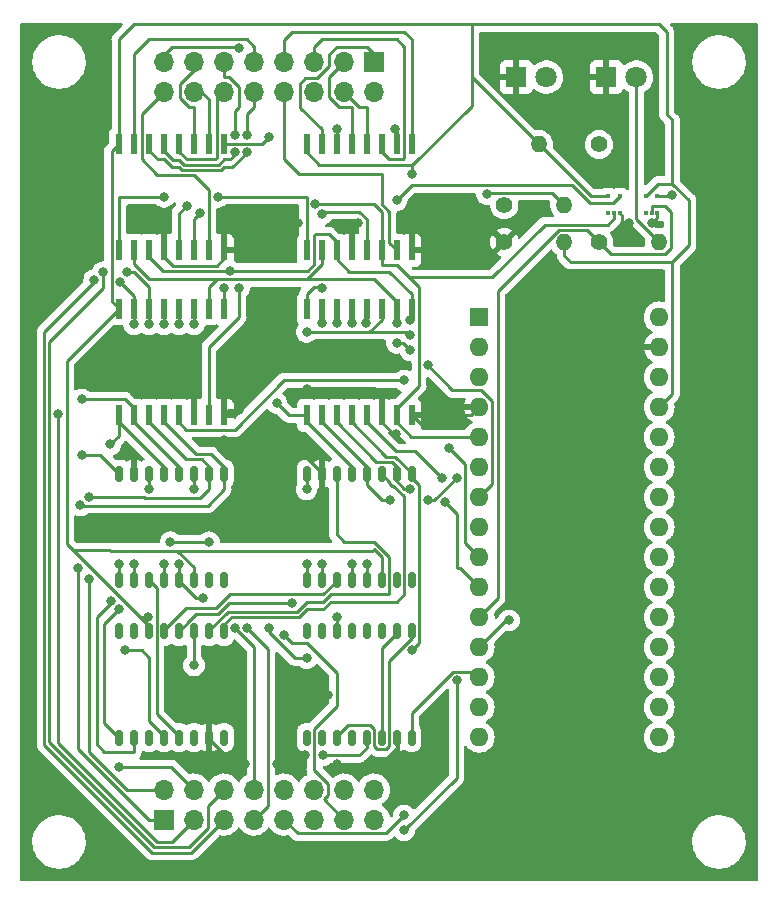
<source format=gbr>
%TF.GenerationSoftware,KiCad,Pcbnew,(6.0.4)*%
%TF.CreationDate,2022-03-26T17:54:34-04:00*%
%TF.ProjectId,Ribbon cable tester,52696262-6f6e-4206-9361-626c65207465,rev?*%
%TF.SameCoordinates,Original*%
%TF.FileFunction,Copper,L1,Top*%
%TF.FilePolarity,Positive*%
%FSLAX46Y46*%
G04 Gerber Fmt 4.6, Leading zero omitted, Abs format (unit mm)*
G04 Created by KiCad (PCBNEW (6.0.4)) date 2022-03-26 17:54:34*
%MOMM*%
%LPD*%
G01*
G04 APERTURE LIST*
G04 Aperture macros list*
%AMRoundRect*
0 Rectangle with rounded corners*
0 $1 Rounding radius*
0 $2 $3 $4 $5 $6 $7 $8 $9 X,Y pos of 4 corners*
0 Add a 4 corners polygon primitive as box body*
4,1,4,$2,$3,$4,$5,$6,$7,$8,$9,$2,$3,0*
0 Add four circle primitives for the rounded corners*
1,1,$1+$1,$2,$3*
1,1,$1+$1,$4,$5*
1,1,$1+$1,$6,$7*
1,1,$1+$1,$8,$9*
0 Add four rect primitives between the rounded corners*
20,1,$1+$1,$2,$3,$4,$5,0*
20,1,$1+$1,$4,$5,$6,$7,0*
20,1,$1+$1,$6,$7,$8,$9,0*
20,1,$1+$1,$8,$9,$2,$3,0*%
G04 Aperture macros list end*
%TA.AperFunction,SMDPad,CuDef*%
%ADD10RoundRect,0.150000X0.150000X-0.537500X0.150000X0.537500X-0.150000X0.537500X-0.150000X-0.537500X0*%
%TD*%
%TA.AperFunction,SMDPad,CuDef*%
%ADD11RoundRect,0.150000X-0.150000X0.537500X-0.150000X-0.537500X0.150000X-0.537500X0.150000X0.537500X0*%
%TD*%
%TA.AperFunction,SMDPad,CuDef*%
%ADD12R,0.620000X1.780000*%
%TD*%
%TA.AperFunction,SMDPad,CuDef*%
%ADD13R,0.300000X0.450000*%
%TD*%
%TA.AperFunction,ComponentPad*%
%ADD14C,1.400000*%
%TD*%
%TA.AperFunction,ComponentPad*%
%ADD15O,1.400000X1.400000*%
%TD*%
%TA.AperFunction,ComponentPad*%
%ADD16R,1.700000X1.700000*%
%TD*%
%TA.AperFunction,ComponentPad*%
%ADD17O,1.700000X1.700000*%
%TD*%
%TA.AperFunction,ComponentPad*%
%ADD18R,1.800000X1.800000*%
%TD*%
%TA.AperFunction,ComponentPad*%
%ADD19C,1.800000*%
%TD*%
%TA.AperFunction,ComponentPad*%
%ADD20R,1.600000X1.600000*%
%TD*%
%TA.AperFunction,ComponentPad*%
%ADD21O,1.600000X1.600000*%
%TD*%
%TA.AperFunction,ViaPad*%
%ADD22C,0.800000*%
%TD*%
%TA.AperFunction,Conductor*%
%ADD23C,0.250000*%
%TD*%
G04 APERTURE END LIST*
D10*
%TO.P,U10,1*%
%TO.N,Net-(U10-Pad1)*%
X125095000Y-123232500D03*
%TO.P,U10,2*%
%TO.N,Net-(U10-Pad2)*%
X126365000Y-123232500D03*
%TO.P,U10,3*%
%TO.N,Net-(U10-Pad3)*%
X127635000Y-123232500D03*
%TO.P,U10,4*%
%TO.N,Net-(U10-Pad4)*%
X128905000Y-123232500D03*
%TO.P,U10,5*%
%TO.N,Net-(U10-Pad5)*%
X130175000Y-123232500D03*
%TO.P,U10,6*%
%TO.N,Net-(U10-Pad10)*%
X131445000Y-123232500D03*
%TO.P,U10,7,GND*%
%TO.N,GNDREF*%
X132715000Y-123232500D03*
%TO.P,U10,8*%
%TO.N,/Short_check*%
X133985000Y-123232500D03*
%TO.P,U10,9*%
%TO.N,Net-(U10-Pad3)*%
X133985000Y-114257500D03*
%TO.P,U10,10*%
%TO.N,Net-(U10-Pad10)*%
X132715000Y-114257500D03*
%TO.P,U10,11*%
%TO.N,unconnected-(U10-Pad11)*%
X131445000Y-114257500D03*
%TO.P,U10,12*%
%TO.N,unconnected-(U10-Pad12)*%
X130175000Y-114257500D03*
%TO.P,U10,13*%
%TO.N,unconnected-(U10-Pad13)*%
X128905000Y-114257500D03*
%TO.P,U10,14,VCC*%
%TO.N,/Vcc*%
X127635000Y-114257500D03*
%TO.P,U10,15*%
%TO.N,N/C*%
X126365000Y-114257500D03*
%TO.P,U10,16*%
X125095000Y-114257500D03*
%TD*%
%TO.P,U9,1*%
%TO.N,Net-(U7-Pad3)*%
X109220000Y-123232500D03*
%TO.P,U9,2*%
%TO.N,Net-(U7-Pad6)*%
X110490000Y-123232500D03*
%TO.P,U9,3*%
%TO.N,Net-(U10-Pad1)*%
X111760000Y-123232500D03*
%TO.P,U9,4*%
%TO.N,Net-(U7-Pad8)*%
X113030000Y-123232500D03*
%TO.P,U9,5*%
%TO.N,Net-(U7-Pad11)*%
X114300000Y-123232500D03*
%TO.P,U9,6*%
%TO.N,Net-(U10-Pad2)*%
X115570000Y-123232500D03*
%TO.P,U9,7,GND*%
%TO.N,GNDREF*%
X116840000Y-123232500D03*
%TO.P,U9,8*%
%TO.N,Net-(U10-Pad4)*%
X118110000Y-123232500D03*
%TO.P,U9,9*%
%TO.N,Net-(U8-Pad3)*%
X118110000Y-114257500D03*
%TO.P,U9,10*%
%TO.N,Net-(U8-Pad6)*%
X116840000Y-114257500D03*
%TO.P,U9,11*%
%TO.N,Net-(U10-Pad5)*%
X115570000Y-114257500D03*
%TO.P,U9,12*%
%TO.N,Net-(U8-Pad8)*%
X114300000Y-114257500D03*
%TO.P,U9,13*%
%TO.N,Net-(U8-Pad11)*%
X113030000Y-114257500D03*
%TO.P,U9,14,VCC*%
%TO.N,/Vcc*%
X111760000Y-114257500D03*
%TO.P,U9,15*%
%TO.N,N/C*%
X110490000Y-114257500D03*
%TO.P,U9,16*%
X109220000Y-114257500D03*
%TD*%
D11*
%TO.P,U8,1*%
%TO.N,/sig9*%
X133985000Y-100922500D03*
%TO.P,U8,2*%
%TO.N,/sig10*%
X132715000Y-100922500D03*
%TO.P,U8,3*%
%TO.N,Net-(U8-Pad3)*%
X131445000Y-100922500D03*
%TO.P,U8,4*%
%TO.N,/sig11*%
X130175000Y-100922500D03*
%TO.P,U8,5*%
%TO.N,/sig12*%
X128905000Y-100922500D03*
%TO.P,U8,6*%
%TO.N,Net-(U8-Pad6)*%
X127635000Y-100922500D03*
%TO.P,U8,7,GND*%
%TO.N,GNDREF*%
X126365000Y-100922500D03*
%TO.P,U8,8*%
%TO.N,Net-(U8-Pad8)*%
X125095000Y-100922500D03*
%TO.P,U8,9*%
%TO.N,/sig13*%
X125095000Y-109897500D03*
%TO.P,U8,10*%
%TO.N,/sig14*%
X126365000Y-109897500D03*
%TO.P,U8,11*%
%TO.N,Net-(U8-Pad11)*%
X127635000Y-109897500D03*
%TO.P,U8,12*%
%TO.N,/sig15*%
X128905000Y-109897500D03*
%TO.P,U8,13*%
%TO.N,/sig16*%
X130175000Y-109897500D03*
%TO.P,U8,14,VCC*%
%TO.N,/Vcc*%
X131445000Y-109897500D03*
%TO.P,U8,15*%
%TO.N,N/C*%
X132715000Y-109897500D03*
%TO.P,U8,16*%
X133985000Y-109897500D03*
%TD*%
%TO.P,U7,1*%
%TO.N,/sig1*%
X118110000Y-100922500D03*
%TO.P,U7,2*%
%TO.N,/sig2*%
X116840000Y-100922500D03*
%TO.P,U7,3*%
%TO.N,Net-(U7-Pad3)*%
X115570000Y-100922500D03*
%TO.P,U7,4*%
%TO.N,/sig3*%
X114300000Y-100922500D03*
%TO.P,U7,5*%
%TO.N,/sig4*%
X113030000Y-100922500D03*
%TO.P,U7,6*%
%TO.N,Net-(U7-Pad6)*%
X111760000Y-100922500D03*
%TO.P,U7,7,GND*%
%TO.N,GNDREF*%
X110490000Y-100922500D03*
%TO.P,U7,8*%
%TO.N,Net-(U7-Pad8)*%
X109220000Y-100922500D03*
%TO.P,U7,9*%
%TO.N,/sig5*%
X109220000Y-109897500D03*
%TO.P,U7,10*%
%TO.N,/sig6*%
X110490000Y-109897500D03*
%TO.P,U7,11*%
%TO.N,Net-(U7-Pad11)*%
X111760000Y-109897500D03*
%TO.P,U7,12*%
%TO.N,/sig7*%
X113030000Y-109897500D03*
%TO.P,U7,13*%
%TO.N,/sig8*%
X114300000Y-109897500D03*
%TO.P,U7,14,VCC*%
%TO.N,/Vcc*%
X115570000Y-109897500D03*
%TO.P,U7,15*%
%TO.N,N/C*%
X116840000Y-109897500D03*
%TO.P,U7,16*%
X118110000Y-109897500D03*
%TD*%
D12*
%TO.P,U6,1,I3*%
%TO.N,/sig12*%
X125095000Y-95950000D03*
%TO.P,U6,2,I2*%
%TO.N,/sig11*%
X126365000Y-95950000D03*
%TO.P,U6,3,I1*%
%TO.N,/sig10*%
X127635000Y-95950000D03*
%TO.P,U6,4,I0*%
%TO.N,/sig9*%
X128905000Y-95950000D03*
%TO.P,U6,5,Z*%
%TO.N,/SecondRowPass*%
X130175000Y-95950000D03*
%TO.P,U6,6,~{Z}*%
%TO.N,GNDREF*%
X131445000Y-95950000D03*
%TO.P,U6,7,~{E}*%
%TO.N,/Sel0*%
X132715000Y-95950000D03*
%TO.P,U6,8,GND*%
%TO.N,GNDREF*%
X133985000Y-95950000D03*
%TO.P,U6,9,S2*%
%TO.N,/Sel3*%
X133985000Y-86930000D03*
%TO.P,U6,10,S1*%
%TO.N,/Sel2*%
X132715000Y-86930000D03*
%TO.P,U6,11,S0*%
%TO.N,/Sel1*%
X131445000Y-86930000D03*
%TO.P,U6,12,I7*%
%TO.N,/sig16*%
X130175000Y-86930000D03*
%TO.P,U6,13,I6*%
%TO.N,/sig15*%
X128905000Y-86930000D03*
%TO.P,U6,14,I5*%
%TO.N,/sig14*%
X127635000Y-86930000D03*
%TO.P,U6,15,I4*%
%TO.N,/sig13*%
X126365000Y-86930000D03*
%TO.P,U6,16,VCC*%
%TO.N,/Vcc*%
X125095000Y-86930000D03*
%TD*%
%TO.P,U5,1,I3*%
%TO.N,/sig4*%
X109220000Y-95950000D03*
%TO.P,U5,2,I2*%
%TO.N,/sig3*%
X110490000Y-95950000D03*
%TO.P,U5,3,I1*%
%TO.N,/sig2*%
X111760000Y-95950000D03*
%TO.P,U5,4,I0*%
%TO.N,/sig1*%
X113030000Y-95950000D03*
%TO.P,U5,5,Z*%
%TO.N,/FirstRowPass*%
X114300000Y-95950000D03*
%TO.P,U5,6,~{Z}*%
%TO.N,GNDREF*%
X115570000Y-95950000D03*
%TO.P,U5,7,~{E}*%
%TO.N,/notSel0*%
X116840000Y-95950000D03*
%TO.P,U5,8,GND*%
%TO.N,GNDREF*%
X118110000Y-95950000D03*
%TO.P,U5,9,S2*%
%TO.N,/Sel3*%
X118110000Y-86930000D03*
%TO.P,U5,10,S1*%
%TO.N,/Sel2*%
X116840000Y-86930000D03*
%TO.P,U5,11,S0*%
%TO.N,/Sel1*%
X115570000Y-86930000D03*
%TO.P,U5,12,I7*%
%TO.N,/sig8*%
X114300000Y-86930000D03*
%TO.P,U5,13,I6*%
%TO.N,/sig7*%
X113030000Y-86930000D03*
%TO.P,U5,14,I5*%
%TO.N,/sig6*%
X111760000Y-86930000D03*
%TO.P,U5,15,I4*%
%TO.N,/sig5*%
X110490000Y-86930000D03*
%TO.P,U5,16,VCC*%
%TO.N,/Vcc*%
X109220000Y-86930000D03*
%TD*%
%TO.P,U4,1,A0*%
%TO.N,/Sel1*%
X125095000Y-81980000D03*
%TO.P,U4,2,A1*%
%TO.N,/Sel2*%
X126365000Y-81980000D03*
%TO.P,U4,3,A2*%
%TO.N,/Sel3*%
X127635000Y-81980000D03*
%TO.P,U4,4,~{LE}*%
%TO.N,GNDREF*%
X128905000Y-81980000D03*
%TO.P,U4,5,~{E1}*%
%TO.N,/notSel0*%
X130175000Y-81980000D03*
%TO.P,U4,6,E2*%
%TO.N,/Sel0*%
X131445000Y-81980000D03*
%TO.P,U4,7,Y7*%
%TO.N,Net-(J1-Pad8)*%
X132715000Y-81980000D03*
%TO.P,U4,8,GND*%
%TO.N,GNDREF*%
X133985000Y-81980000D03*
%TO.P,U4,9,Y6*%
%TO.N,Net-(J1-Pad7)*%
X133985000Y-72960000D03*
%TO.P,U4,10,Y5*%
%TO.N,Net-(J1-Pad6)*%
X132715000Y-72960000D03*
%TO.P,U4,11,Y4*%
%TO.N,Net-(J1-Pad5)*%
X131445000Y-72960000D03*
%TO.P,U4,12,Y3*%
%TO.N,Net-(J1-Pad4)*%
X130175000Y-72960000D03*
%TO.P,U4,13,Y2*%
%TO.N,Net-(J1-Pad3)*%
X128905000Y-72960000D03*
%TO.P,U4,14,Y1*%
%TO.N,Net-(J1-Pad2)*%
X127635000Y-72960000D03*
%TO.P,U4,15,Y0*%
%TO.N,Net-(J1-Pad1)*%
X126365000Y-72960000D03*
%TO.P,U4,16,VCC*%
%TO.N,/Vcc*%
X125095000Y-72960000D03*
%TD*%
%TO.P,U3,1,A0*%
%TO.N,/Sel1*%
X109220000Y-81980000D03*
%TO.P,U3,2,A1*%
%TO.N,/Sel2*%
X110490000Y-81980000D03*
%TO.P,U3,3,A2*%
%TO.N,/Sel3*%
X111760000Y-81980000D03*
%TO.P,U3,4,~{LE}*%
%TO.N,GNDREF*%
X113030000Y-81980000D03*
%TO.P,U3,5,~{E1}*%
%TO.N,/Sel0*%
X114300000Y-81980000D03*
%TO.P,U3,6,E2*%
%TO.N,/notSel0*%
X115570000Y-81980000D03*
%TO.P,U3,7,Y7*%
%TO.N,Net-(J1-Pad16)*%
X116840000Y-81980000D03*
%TO.P,U3,8,GND*%
%TO.N,GNDREF*%
X118110000Y-81980000D03*
%TO.P,U3,9,Y6*%
%TO.N,Net-(J1-Pad15)*%
X118110000Y-72960000D03*
%TO.P,U3,10,Y5*%
%TO.N,Net-(J1-Pad14)*%
X116840000Y-72960000D03*
%TO.P,U3,11,Y4*%
%TO.N,Net-(J1-Pad13)*%
X115570000Y-72960000D03*
%TO.P,U3,12,Y3*%
%TO.N,Net-(J1-Pad12)*%
X114300000Y-72960000D03*
%TO.P,U3,13,Y2*%
%TO.N,Net-(J1-Pad11)*%
X113030000Y-72960000D03*
%TO.P,U3,14,Y1*%
%TO.N,Net-(J1-Pad10)*%
X111760000Y-72960000D03*
%TO.P,U3,15,Y0*%
%TO.N,Net-(J1-Pad9)*%
X110490000Y-72960000D03*
%TO.P,U3,16,VCC*%
%TO.N,/Vcc*%
X109220000Y-72960000D03*
%TD*%
D13*
%TO.P,U2,1,NC*%
%TO.N,unconnected-(U2-Pad1)*%
X150630000Y-78805000D03*
%TO.P,U2,2*%
%TO.N,/Sel0*%
X151130000Y-78805000D03*
%TO.P,U2,3,GND*%
%TO.N,GNDREF*%
X151630000Y-78805000D03*
%TO.P,U2,4*%
%TO.N,/notSel0*%
X151630000Y-77405000D03*
%TO.P,U2,5,VCC*%
%TO.N,/Vcc*%
X150630000Y-77405000D03*
%TD*%
%TO.P,U1,1,NC*%
%TO.N,unconnected-(U1-Pad1)*%
X153805000Y-78805000D03*
%TO.P,U1,2*%
%TO.N,/LED_Power*%
X154305000Y-78805000D03*
%TO.P,U1,3,GND*%
%TO.N,GNDREF*%
X154805000Y-78805000D03*
%TO.P,U1,4*%
%TO.N,Net-(R2-Pad1)*%
X154805000Y-77405000D03*
%TO.P,U1,5,VCC*%
%TO.N,/Vcc*%
X153805000Y-77405000D03*
%TD*%
D14*
%TO.P,SW1,1,1*%
%TO.N,/Start_but*%
X149860000Y-73025000D03*
D15*
%TO.P,SW1,2,2*%
%TO.N,/Vcc*%
X144780000Y-73025000D03*
%TD*%
D14*
%TO.P,R3,1*%
%TO.N,GNDREF*%
X141830000Y-81280000D03*
D15*
%TO.P,R3,2*%
%TO.N,/Vcc*%
X146910000Y-81280000D03*
%TD*%
D14*
%TO.P,R2,1*%
%TO.N,Net-(R2-Pad1)*%
X141830000Y-78130000D03*
D15*
%TO.P,R2,2*%
%TO.N,Net-(D2-Pad2)*%
X146910000Y-78130000D03*
%TD*%
D14*
%TO.P,R1,1*%
%TO.N,/LED_Power*%
X149860000Y-81280000D03*
D15*
%TO.P,R1,2*%
%TO.N,Net-(D1-Pad2)*%
X154940000Y-81280000D03*
%TD*%
D16*
%TO.P,J2,1,Pin_1*%
%TO.N,/sig1*%
X113030000Y-130180000D03*
D17*
%TO.P,J2,2,Pin_2*%
%TO.N,/sig2*%
X113030000Y-127640000D03*
%TO.P,J2,3,Pin_3*%
%TO.N,/sig3*%
X115570000Y-130180000D03*
%TO.P,J2,4,Pin_4*%
%TO.N,/sig4*%
X115570000Y-127640000D03*
%TO.P,J2,5,Pin_5*%
%TO.N,/sig5*%
X118110000Y-130180000D03*
%TO.P,J2,6,Pin_6*%
%TO.N,/sig6*%
X118110000Y-127640000D03*
%TO.P,J2,7,Pin_7*%
%TO.N,/sig7*%
X120650000Y-130180000D03*
%TO.P,J2,8,Pin_8*%
%TO.N,/sig8*%
X120650000Y-127640000D03*
%TO.P,J2,9,Pin_9*%
%TO.N,/sig9*%
X123190000Y-130180000D03*
%TO.P,J2,10,Pin_10*%
%TO.N,/sig10*%
X123190000Y-127640000D03*
%TO.P,J2,11,Pin_11*%
%TO.N,/sig11*%
X125730000Y-130180000D03*
%TO.P,J2,12,Pin_12*%
%TO.N,/sig12*%
X125730000Y-127640000D03*
%TO.P,J2,13,Pin_13*%
%TO.N,/sig13*%
X128270000Y-130180000D03*
%TO.P,J2,14,Pin_14*%
%TO.N,/sig14*%
X128270000Y-127640000D03*
%TO.P,J2,15,Pin_15*%
%TO.N,/sig15*%
X130810000Y-130180000D03*
%TO.P,J2,16,Pin_16*%
%TO.N,/sig16*%
X130810000Y-127640000D03*
%TD*%
D16*
%TO.P,J1,1,Pin_1*%
%TO.N,Net-(J1-Pad1)*%
X130795000Y-66035000D03*
D17*
%TO.P,J1,2,Pin_2*%
%TO.N,Net-(J1-Pad2)*%
X130795000Y-68575000D03*
%TO.P,J1,3,Pin_3*%
%TO.N,Net-(J1-Pad3)*%
X128255000Y-66035000D03*
%TO.P,J1,4,Pin_4*%
%TO.N,Net-(J1-Pad4)*%
X128255000Y-68575000D03*
%TO.P,J1,5,Pin_5*%
%TO.N,Net-(J1-Pad5)*%
X125715000Y-66035000D03*
%TO.P,J1,6,Pin_6*%
%TO.N,Net-(J1-Pad6)*%
X125715000Y-68575000D03*
%TO.P,J1,7,Pin_7*%
%TO.N,Net-(J1-Pad7)*%
X123175000Y-66035000D03*
%TO.P,J1,8,Pin_8*%
%TO.N,Net-(J1-Pad8)*%
X123175000Y-68575000D03*
%TO.P,J1,9,Pin_9*%
%TO.N,Net-(J1-Pad9)*%
X120635000Y-66035000D03*
%TO.P,J1,10,Pin_10*%
%TO.N,Net-(J1-Pad10)*%
X120635000Y-68575000D03*
%TO.P,J1,11,Pin_11*%
%TO.N,Net-(J1-Pad11)*%
X118095000Y-66035000D03*
%TO.P,J1,12,Pin_12*%
%TO.N,Net-(J1-Pad12)*%
X118095000Y-68575000D03*
%TO.P,J1,13,Pin_13*%
%TO.N,Net-(J1-Pad13)*%
X115555000Y-66035000D03*
%TO.P,J1,14,Pin_14*%
%TO.N,Net-(J1-Pad14)*%
X115555000Y-68575000D03*
%TO.P,J1,15,Pin_15*%
%TO.N,Net-(J1-Pad15)*%
X113015000Y-66035000D03*
%TO.P,J1,16,Pin_16*%
%TO.N,Net-(J1-Pad16)*%
X113015000Y-68575000D03*
%TD*%
D18*
%TO.P,FAIL,1,K*%
%TO.N,GNDREF*%
X142870000Y-67310000D03*
D19*
%TO.P,FAIL,2,A*%
%TO.N,Net-(D2-Pad2)*%
X145410000Y-67310000D03*
%TD*%
D18*
%TO.P,PASS,1,K*%
%TO.N,GNDREF*%
X150490000Y-67310000D03*
D19*
%TO.P,PASS,2,A*%
%TO.N,Net-(D1-Pad2)*%
X153030000Y-67310000D03*
%TD*%
D20*
%TO.P,A1,1,D1/TX*%
%TO.N,unconnected-(A1-Pad1)*%
X139710000Y-87630000D03*
D21*
%TO.P,A1,2,D0/RX*%
%TO.N,unconnected-(A1-Pad2)*%
X139710000Y-90170000D03*
%TO.P,A1,3,~{RESET}*%
%TO.N,unconnected-(A1-Pad3)*%
X139710000Y-92710000D03*
%TO.P,A1,4,GND*%
%TO.N,GNDREF*%
X139710000Y-95250000D03*
%TO.P,A1,5,D2*%
%TO.N,/Sel0*%
X139710000Y-97790000D03*
%TO.P,A1,6,D3*%
%TO.N,/Sel1*%
X139710000Y-100330000D03*
%TO.P,A1,7,D4*%
%TO.N,/Sel2*%
X139710000Y-102870000D03*
%TO.P,A1,8,D5*%
%TO.N,/Sel3*%
X139710000Y-105410000D03*
%TO.P,A1,9,D6*%
%TO.N,/FirstRowPass*%
X139710000Y-107950000D03*
%TO.P,A1,10,D7*%
%TO.N,/SecondRowPass*%
X139710000Y-110490000D03*
%TO.P,A1,11,D8*%
%TO.N,/LED_Power*%
X139710000Y-113030000D03*
%TO.P,A1,12,D9*%
%TO.N,/Start_but*%
X139710000Y-115570000D03*
%TO.P,A1,13,D10*%
%TO.N,/Short_check*%
X139710000Y-118110000D03*
%TO.P,A1,14,D11*%
%TO.N,unconnected-(A1-Pad14)*%
X139710000Y-120650000D03*
%TO.P,A1,15,D12*%
%TO.N,unconnected-(A1-Pad15)*%
X139710000Y-123190000D03*
%TO.P,A1,16,D13*%
%TO.N,unconnected-(A1-Pad16)*%
X154950000Y-123190000D03*
%TO.P,A1,17,3V3*%
%TO.N,unconnected-(A1-Pad17)*%
X154950000Y-120650000D03*
%TO.P,A1,18,AREF*%
%TO.N,unconnected-(A1-Pad18)*%
X154950000Y-118110000D03*
%TO.P,A1,19,A0*%
%TO.N,unconnected-(A1-Pad19)*%
X154950000Y-115570000D03*
%TO.P,A1,20,A1*%
%TO.N,unconnected-(A1-Pad20)*%
X154950000Y-113030000D03*
%TO.P,A1,21,A2*%
%TO.N,unconnected-(A1-Pad21)*%
X154950000Y-110490000D03*
%TO.P,A1,22,A3*%
%TO.N,unconnected-(A1-Pad22)*%
X154950000Y-107950000D03*
%TO.P,A1,23,A4*%
%TO.N,unconnected-(A1-Pad23)*%
X154950000Y-105410000D03*
%TO.P,A1,24,A5*%
%TO.N,unconnected-(A1-Pad24)*%
X154950000Y-102870000D03*
%TO.P,A1,25,A6*%
%TO.N,unconnected-(A1-Pad25)*%
X154950000Y-100330000D03*
%TO.P,A1,26,A7*%
%TO.N,unconnected-(A1-Pad26)*%
X154950000Y-97790000D03*
%TO.P,A1,27,+5V*%
%TO.N,/Vcc*%
X154950000Y-95250000D03*
%TO.P,A1,28,~{RESET}*%
%TO.N,unconnected-(A1-Pad28)*%
X154950000Y-92710000D03*
%TO.P,A1,29,GND*%
%TO.N,GNDREF*%
X154950000Y-90170000D03*
%TO.P,A1,30,VIN*%
%TO.N,+12V*%
X154950000Y-87630000D03*
%TD*%
D22*
%TO.N,GNDREF*%
X124370500Y-79660000D03*
X154334699Y-79650101D03*
X152371877Y-79672945D03*
X133260500Y-79660000D03*
X129450500Y-79712299D03*
X125095000Y-93719500D03*
X111125000Y-93630000D03*
X126910500Y-119665000D03*
X124460000Y-119665000D03*
X127635000Y-125469500D03*
X122555000Y-125469500D03*
X119925500Y-125469500D03*
X125005500Y-124745000D03*
X132657701Y-97497299D03*
X135255000Y-96805000D03*
X119380000Y-95535000D03*
X118110000Y-98075000D03*
X110490000Y-99345000D03*
%TO.N,/Start_but*%
X142240000Y-113315000D03*
%TO.N,Net-(D2-Pad2)*%
X140335000Y-77209500D03*
%TO.N,/notSel0*%
X132715000Y-77755000D03*
%TO.N,Net-(R2-Pad1)*%
X156015201Y-77314799D03*
%TO.N,/Sel2*%
X135344500Y-91725000D03*
X133895500Y-90455000D03*
X132715000Y-89820000D03*
X132715000Y-88175500D03*
%TO.N,/Sel3*%
X133895500Y-87915000D03*
%TO.N,/Sel1*%
X133895500Y-89185000D03*
%TO.N,/SecondRowPass*%
X136525000Y-101250000D03*
X136793511Y-103305049D03*
%TO.N,/FirstRowPass*%
X137160000Y-98710000D03*
X133350000Y-92995000D03*
%TO.N,Net-(U10-Pad5)*%
X115570000Y-117125000D03*
X126454500Y-124745000D03*
%TO.N,/sig10*%
X133895500Y-102209500D03*
%TO.N,/sig12*%
X122555000Y-94900000D03*
X121920000Y-113950000D03*
X125106660Y-116515979D03*
%TO.N,/sig13*%
X123190000Y-114585000D03*
%TO.N,/sig11*%
X132169500Y-103155000D03*
X135344500Y-103155000D03*
X137795000Y-101250000D03*
X137795000Y-118395000D03*
X133350000Y-131095000D03*
%TO.N,/sig9*%
X133985000Y-115855000D03*
X133350000Y-129825000D03*
%TO.N,Net-(U7-Pad8)*%
X106045000Y-99345000D03*
X109765500Y-115855000D03*
%TO.N,/sig7*%
X113575500Y-106680011D03*
X116840000Y-106680011D03*
X120024549Y-113940451D03*
%TO.N,/sig8*%
X116294500Y-111410000D03*
X119009500Y-113950000D03*
%TO.N,/sig5*%
X109309989Y-84657833D03*
X107109333Y-84478801D03*
%TO.N,/sig6*%
X109855000Y-83820000D03*
X107860989Y-83820000D03*
%TO.N,/sig3*%
X106045000Y-94615000D03*
X104050500Y-95885000D03*
%TO.N,/sig4*%
X108495500Y-98425000D03*
X109220000Y-125730000D03*
%TO.N,/sig1*%
X105955500Y-103576755D03*
X105784665Y-108845335D03*
%TO.N,/sig2*%
X106680000Y-102870000D03*
X106680000Y-109855000D03*
%TO.N,Net-(U7-Pad6)*%
X111760000Y-102235000D03*
X108513245Y-111688245D03*
%TO.N,Net-(U7-Pad3)*%
X115570000Y-102235000D03*
X109220000Y-112395000D03*
%TO.N,/Vcc*%
X127635000Y-113030000D03*
X111680980Y-113030000D03*
%TO.N,Net-(U8-Pad8)*%
X125095000Y-102235000D03*
X123825000Y-111849500D03*
%TO.N,/notSel0*%
X119380000Y-85179500D03*
%TO.N,/sig5*%
X109220000Y-108585000D03*
%TO.N,/sig6*%
X110490000Y-108585000D03*
%TO.N,/sig7*%
X113030000Y-108585000D03*
%TO.N,/sig8*%
X114300000Y-108585000D03*
%TO.N,/sig13*%
X125095000Y-108585000D03*
%TO.N,/sig14*%
X126365000Y-108585000D03*
%TO.N,/sig15*%
X128905000Y-108585000D03*
%TO.N,/sig16*%
X130175000Y-108585000D03*
X130103245Y-88175500D03*
%TO.N,/sig15*%
X128905000Y-88175500D03*
%TO.N,/sig14*%
X127635000Y-88175500D03*
%TO.N,/sig13*%
X126365000Y-88175500D03*
%TO.N,/sig8*%
X114300000Y-88265000D03*
%TO.N,/sig7*%
X113030000Y-88265000D03*
%TO.N,/sig6*%
X111760000Y-88265000D03*
%TO.N,/sig5*%
X110490000Y-88265000D03*
%TO.N,/Vcc*%
X126365000Y-85179500D03*
X133985000Y-75565000D03*
%TO.N,/notSel0*%
X116115500Y-78829500D03*
X126420699Y-78903477D03*
%TO.N,/Sel0*%
X114935000Y-78194500D03*
X125819500Y-78105000D03*
%TO.N,/Sel3*%
X118655500Y-83730500D03*
X118110000Y-85179500D03*
%TO.N,/Sel1*%
X125095000Y-88900000D03*
X115570000Y-88265000D03*
X117564500Y-77470000D03*
X113030000Y-77470000D03*
%TO.N,Net-(J1-Pad2)*%
X127635000Y-71755000D03*
%TO.N,Net-(J1-Pad6)*%
X132625500Y-71755000D03*
%TO.N,Net-(J1-Pad10)*%
X120019005Y-72235500D03*
X120019005Y-73684500D03*
%TO.N,Net-(J1-Pad11)*%
X119019502Y-72235500D03*
X119019502Y-73684500D03*
%TO.N,Net-(J1-Pad15)*%
X119392142Y-64859500D03*
X121920000Y-72390000D03*
%TD*%
D23*
%TO.N,GNDREF*%
X154805000Y-79179800D02*
X154805000Y-78805000D01*
X154334699Y-79650101D02*
X154805000Y-79179800D01*
%TO.N,Net-(R2-Pad1)*%
X155925000Y-77405000D02*
X154805000Y-77405000D01*
X156015201Y-77314799D02*
X155925000Y-77405000D01*
%TO.N,GNDREF*%
X117475000Y-83280980D02*
X118110000Y-82645980D01*
X113750980Y-83280980D02*
X117475000Y-83280980D01*
X113030000Y-82560000D02*
X113750980Y-83280980D01*
X118110000Y-82645980D02*
X118110000Y-81980000D01*
X113030000Y-81980000D02*
X113030000Y-82560000D01*
%TO.N,/Sel3*%
X111760000Y-82560000D02*
X111760000Y-81980000D01*
X112930500Y-83730500D02*
X111760000Y-82560000D01*
X118655500Y-83730500D02*
X112930500Y-83730500D01*
X127635000Y-81280000D02*
X127635000Y-81980000D01*
X127000000Y-80645000D02*
X127635000Y-81280000D01*
X125730489Y-80765489D02*
X125850978Y-80645000D01*
X125730489Y-83183793D02*
X125730489Y-80765489D01*
X118655500Y-83730500D02*
X125183782Y-83730500D01*
X125183782Y-83730500D02*
X125730489Y-83183793D01*
X125850978Y-80645000D02*
X127000000Y-80645000D01*
%TO.N,GNDREF*%
X122050500Y-81980000D02*
X124370500Y-79660000D01*
X118110000Y-81980000D02*
X122050500Y-81980000D01*
X152358932Y-79660000D02*
X152371877Y-79672945D01*
X151765000Y-79025000D02*
X151765000Y-79660000D01*
X151765000Y-79660000D02*
X152358932Y-79660000D01*
X151630000Y-78890000D02*
X151765000Y-79025000D01*
X151630000Y-78805000D02*
X151630000Y-78890000D01*
X133985000Y-80384500D02*
X133985000Y-81980000D01*
X133260500Y-79660000D02*
X133985000Y-80384500D01*
X128905000Y-80257799D02*
X129450500Y-79712299D01*
X128905000Y-81980000D02*
X128905000Y-80257799D01*
X130810000Y-93630000D02*
X131445000Y-94265000D01*
X125095000Y-93719500D02*
X125184500Y-93630000D01*
X125184500Y-93630000D02*
X130810000Y-93630000D01*
X131445000Y-94265000D02*
X131445000Y-95950000D01*
X111125000Y-93630000D02*
X114935000Y-93630000D01*
X114935000Y-93630000D02*
X115570000Y-94265000D01*
X115570000Y-94265000D02*
X115570000Y-95950000D01*
X132715000Y-124110000D02*
X132715000Y-123232500D01*
X131355500Y-125469500D02*
X132715000Y-124110000D01*
X127635000Y-125469500D02*
X131355500Y-125469500D01*
X124460000Y-119665000D02*
X126910500Y-119665000D01*
%TO.N,/sig13*%
X123874520Y-115269520D02*
X123190000Y-114585000D01*
X125144520Y-115269520D02*
X123874520Y-115269520D01*
X125730000Y-122508928D02*
X127635000Y-120603928D01*
X126904511Y-127153501D02*
X125730000Y-125978990D01*
X126904511Y-128126499D02*
X126904511Y-127153501D01*
X125730000Y-125978990D02*
X125730000Y-122508928D01*
X127635000Y-117760000D02*
X125144520Y-115269520D01*
X126560505Y-128470505D02*
X126904511Y-128126499D01*
X127635000Y-120603928D02*
X127635000Y-117760000D01*
X128270000Y-130180000D02*
X126560505Y-128470505D01*
%TO.N,GNDREF*%
X122555000Y-125469500D02*
X124281000Y-125469500D01*
X124281000Y-125469500D02*
X125005500Y-124745000D01*
X118988428Y-125469500D02*
X119925500Y-125469500D01*
X116840000Y-123321072D02*
X118988428Y-125469500D01*
X116840000Y-123232500D02*
X116840000Y-123321072D01*
X139010000Y-95950000D02*
X139710000Y-95250000D01*
X133985000Y-95950000D02*
X139010000Y-95950000D01*
X134840000Y-96805000D02*
X133985000Y-95950000D01*
X135255000Y-96805000D02*
X134840000Y-96805000D01*
X132412299Y-97497299D02*
X132657701Y-97497299D01*
X131445000Y-96530000D02*
X132412299Y-97497299D01*
X131445000Y-95950000D02*
X131445000Y-96530000D01*
X118525000Y-95535000D02*
X118110000Y-95950000D01*
X119380000Y-95535000D02*
X118525000Y-95535000D01*
X123606072Y-98075000D02*
X118110000Y-98075000D01*
X126365000Y-100833928D02*
X123606072Y-98075000D01*
X126365000Y-100922500D02*
X126365000Y-100833928D01*
X110490000Y-100922500D02*
X110490000Y-99345000D01*
%TO.N,/Sel0*%
X140795000Y-84280000D02*
X133810000Y-84280000D01*
X145269031Y-79805969D02*
X140795000Y-84280000D01*
X150604031Y-79805969D02*
X145269031Y-79805969D01*
X151130000Y-79280000D02*
X150604031Y-79805969D01*
X151130000Y-78805000D02*
X151130000Y-79280000D01*
%TO.N,/Start_but*%
X141965000Y-113315000D02*
X139710000Y-115570000D01*
X142240000Y-113315000D02*
X141965000Y-113315000D01*
%TO.N,Net-(D2-Pad2)*%
X140439011Y-77105489D02*
X140335000Y-77209500D01*
X145885489Y-77105489D02*
X140439011Y-77105489D01*
X146910000Y-78130000D02*
X145885489Y-77105489D01*
%TO.N,/notSel0*%
X133985000Y-76485000D02*
X132715000Y-77755000D01*
X147604282Y-76485000D02*
X133985000Y-76485000D01*
X149073793Y-77954511D02*
X147604282Y-76485000D01*
X151080489Y-77954511D02*
X149073793Y-77954511D01*
X151630000Y-77405000D02*
X151080489Y-77954511D01*
%TO.N,Net-(J1-Pad8)*%
X124460000Y-75565000D02*
X123175000Y-74280000D01*
X131445000Y-75565000D02*
X124460000Y-75565000D01*
X132079511Y-78738793D02*
X131445000Y-78104282D01*
X131445000Y-78104282D02*
X131445000Y-75565000D01*
X132715000Y-81980000D02*
X132079511Y-81344511D01*
X132079511Y-81344511D02*
X132079511Y-78738793D01*
X123175000Y-74280000D02*
X123175000Y-68575000D01*
%TO.N,/Vcc*%
X150630000Y-77405000D02*
X149160000Y-77405000D01*
X149160000Y-77405000D02*
X144780000Y-73025000D01*
%TO.N,/Sel0*%
X133810000Y-84280000D02*
X132724511Y-83194511D01*
X134620000Y-85090000D02*
X133810000Y-84280000D01*
%TO.N,/LED_Power*%
X155440489Y-78255489D02*
X155964511Y-78779511D01*
X155964511Y-78779511D02*
X155964511Y-81810489D01*
X155964511Y-81810489D02*
X155470489Y-82304511D01*
X154330489Y-78255489D02*
X155440489Y-78255489D01*
X154305000Y-78280978D02*
X154330489Y-78255489D01*
X155470489Y-82304511D02*
X150884511Y-82304511D01*
X154305000Y-78805000D02*
X154305000Y-78280978D01*
X150884511Y-82304511D02*
X149860000Y-81280000D01*
%TO.N,/Vcc*%
X157480000Y-81565000D02*
X156074511Y-82970489D01*
X157480000Y-77755000D02*
X157480000Y-81565000D01*
X156074511Y-76349511D02*
X157480000Y-77755000D01*
X154860489Y-76349511D02*
X156074511Y-76349511D01*
X153805000Y-77405000D02*
X154860489Y-76349511D01*
X156074511Y-70984511D02*
X156074511Y-76349511D01*
%TO.N,Net-(D1-Pad2)*%
X153030000Y-79370000D02*
X153030000Y-67310000D01*
X154940000Y-81280000D02*
X153030000Y-79370000D01*
%TO.N,/LED_Power*%
X141284031Y-111455969D02*
X139710000Y-113030000D01*
X146485633Y-80255489D02*
X141284031Y-85457091D01*
X149860000Y-81280000D02*
X148835489Y-80255489D01*
X148835489Y-80255489D02*
X146485633Y-80255489D01*
X141284031Y-85457091D02*
X141284031Y-111455969D01*
%TO.N,/Vcc*%
X147455489Y-82970489D02*
X156074511Y-82970489D01*
X156074511Y-82970489D02*
X156074511Y-94125489D01*
X146910000Y-82425000D02*
X147455489Y-82970489D01*
X146910000Y-81280000D02*
X146910000Y-82425000D01*
%TO.N,/Sel2*%
X140834511Y-101745489D02*
X139710000Y-102870000D01*
X140834511Y-94784211D02*
X140834511Y-101745489D01*
X139884811Y-93834511D02*
X140834511Y-94784211D01*
X137454011Y-93834511D02*
X139884811Y-93834511D01*
X135344500Y-91725000D02*
X137454011Y-93834511D01*
X133260500Y-89820000D02*
X133895500Y-90455000D01*
X132715000Y-89820000D02*
X133260500Y-89820000D01*
X132715000Y-86930000D02*
X132715000Y-88175500D01*
%TO.N,/Sel3*%
X133985000Y-87825500D02*
X133895500Y-87915000D01*
X133985000Y-86930000D02*
X133985000Y-87825500D01*
%TO.N,/Sel1*%
X133610500Y-88900000D02*
X133895500Y-89185000D01*
X130403359Y-88900000D02*
X133610500Y-88900000D01*
%TO.N,/SecondRowPass*%
X138090000Y-108870000D02*
X139710000Y-110490000D01*
X137795000Y-108870000D02*
X138090000Y-108870000D01*
X137795000Y-104306538D02*
X137795000Y-108870000D01*
X136793511Y-103305049D02*
X137795000Y-104306538D01*
X134286440Y-99011440D02*
X136525000Y-101250000D01*
X132656440Y-99011440D02*
X134286440Y-99011440D01*
X130175000Y-96530000D02*
X132656440Y-99011440D01*
X130175000Y-95950000D02*
X130175000Y-96530000D01*
%TO.N,/FirstRowPass*%
X138519511Y-106759511D02*
X139710000Y-107950000D01*
X138519511Y-100069511D02*
X138519511Y-106759511D01*
X137160000Y-98710000D02*
X138519511Y-100069511D01*
X119020489Y-97164511D02*
X123190000Y-92995000D01*
X123190000Y-92995000D02*
X133350000Y-92995000D01*
X114934511Y-97164511D02*
X119020489Y-97164511D01*
X114300000Y-96530000D02*
X114934511Y-97164511D01*
X114300000Y-95950000D02*
X114300000Y-96530000D01*
%TO.N,/Short_check*%
X139270489Y-117670489D02*
X139710000Y-118110000D01*
X137494897Y-117670489D02*
X139270489Y-117670489D01*
X133985000Y-123232500D02*
X133985000Y-121180386D01*
X133985000Y-121180386D02*
X137494897Y-117670489D01*
%TO.N,Net-(U10-Pad5)*%
X115570000Y-117125000D02*
X115570000Y-114257500D01*
X129540000Y-124745000D02*
X126454500Y-124745000D01*
X130175000Y-124110000D02*
X129540000Y-124745000D01*
X130175000Y-123232500D02*
X130175000Y-124110000D01*
%TO.N,Net-(U10-Pad3)*%
X127635000Y-123143928D02*
X127635000Y-123232500D01*
X128573928Y-122205000D02*
X127635000Y-123143928D01*
X130506072Y-122205000D02*
X128573928Y-122205000D01*
X130810000Y-122508928D02*
X130506072Y-122205000D01*
X132069520Y-116745866D02*
X132069520Y-123966552D01*
X133985000Y-114830386D02*
X132069520Y-116745866D01*
X131098448Y-124244520D02*
X130810000Y-123956072D01*
X133985000Y-114257500D02*
X133985000Y-114830386D01*
X132069520Y-123966552D02*
X131791552Y-124244520D01*
X131791552Y-124244520D02*
X131098448Y-124244520D01*
X130810000Y-123956072D02*
X130810000Y-122508928D01*
%TO.N,/sig9*%
X133985000Y-101250000D02*
X133985000Y-100922500D01*
X134620000Y-101885000D02*
X133985000Y-101250000D01*
%TO.N,/sig10*%
X132715000Y-101556782D02*
X132715000Y-100922500D01*
X133367718Y-102209500D02*
X132715000Y-101556782D01*
X133895500Y-102209500D02*
X133367718Y-102209500D01*
%TO.N,/sig12*%
X123605000Y-95950000D02*
X125095000Y-95950000D01*
X122555000Y-94900000D02*
X123605000Y-95950000D01*
X121920000Y-114339614D02*
X121920000Y-113950000D01*
X124096365Y-116515979D02*
X121920000Y-114339614D01*
X125106660Y-116515979D02*
X124096365Y-116515979D01*
%TO.N,/sig11*%
X130175000Y-101885000D02*
X130175000Y-100922500D01*
X131445000Y-103155000D02*
X130175000Y-101885000D01*
X132169500Y-103155000D02*
X131445000Y-103155000D01*
%TO.N,Net-(U8-Pad3)*%
X132090480Y-101567980D02*
X131445000Y-100922500D01*
X132090480Y-101656552D02*
X132090480Y-101567980D01*
X132368448Y-101934520D02*
X132090480Y-101656552D01*
X132457020Y-101934520D02*
X132368448Y-101934520D01*
X133350000Y-102827500D02*
X132457020Y-101934520D01*
X133350000Y-111125000D02*
X133350000Y-102827500D01*
X132715000Y-111760000D02*
X133350000Y-111125000D01*
X125095717Y-112395000D02*
X126497507Y-112395000D01*
X124460718Y-113030000D02*
X125095717Y-112395000D01*
X127132506Y-111760000D02*
X132715000Y-111760000D01*
X118110000Y-114257500D02*
X118110000Y-113665000D01*
X118110000Y-113665000D02*
X118745000Y-113030000D01*
X118745000Y-113030000D02*
X124460718Y-113030000D01*
X126497507Y-112395000D02*
X127132506Y-111760000D01*
%TO.N,/sig11*%
X135890000Y-103155000D02*
X135344500Y-103155000D01*
X137795000Y-123475000D02*
X137795000Y-118395000D01*
X133350000Y-131095000D02*
X137795000Y-126650000D01*
X137795000Y-126650000D02*
X137795000Y-123475000D01*
X137795000Y-101250000D02*
X135890000Y-103155000D01*
%TO.N,/sig9*%
X134620000Y-115220000D02*
X134620000Y-101885000D01*
X133985000Y-115855000D02*
X134620000Y-115220000D01*
X131820489Y-131354511D02*
X133350000Y-129825000D01*
X123190000Y-130180000D02*
X124364511Y-131354511D01*
X124364511Y-131354511D02*
X131820489Y-131354511D01*
%TO.N,Net-(U7-Pad8)*%
X107642500Y-99345000D02*
X109220000Y-100922500D01*
X106045000Y-99345000D02*
X107642500Y-99345000D01*
X111125000Y-115855000D02*
X109765500Y-115855000D01*
X111760000Y-116490000D02*
X111125000Y-115855000D01*
X111760000Y-121873928D02*
X111760000Y-120935000D01*
X113030000Y-123143928D02*
X111760000Y-121873928D01*
X111760000Y-120935000D02*
X111760000Y-116490000D01*
X113030000Y-123232500D02*
X113030000Y-123143928D01*
%TO.N,/sig7*%
X116840000Y-106680011D02*
X113575500Y-106680011D01*
%TO.N,/sig8*%
X114300000Y-109986072D02*
X114300000Y-109897500D01*
X115723928Y-111410000D02*
X114300000Y-109986072D01*
X116294500Y-111410000D02*
X115723928Y-111410000D01*
%TO.N,/sig7*%
X121824511Y-115740413D02*
X120024549Y-113940451D01*
X121824511Y-129005489D02*
X121824511Y-115740413D01*
X120650000Y-130180000D02*
X121824511Y-129005489D01*
%TO.N,/sig8*%
X120650000Y-115590500D02*
X119009500Y-113950000D01*
X120650000Y-127640000D02*
X120650000Y-115590500D01*
%TO.N,Net-(U8-Pad11)*%
X113030000Y-114168928D02*
X113030000Y-114257500D01*
X118612492Y-111125000D02*
X117442012Y-112295480D01*
X117442012Y-112295480D02*
X114903448Y-112295480D01*
X127635000Y-109986072D02*
X126496072Y-111125000D01*
X126496072Y-111125000D02*
X118612492Y-111125000D01*
X127635000Y-109897500D02*
X127635000Y-109986072D01*
X114903448Y-112295480D02*
X113030000Y-114168928D01*
%TO.N,Net-(U8-Pad8)*%
X117628210Y-112745000D02*
X118523710Y-111849500D01*
X118523710Y-111849500D02*
X123825000Y-111849500D01*
X115723928Y-112745000D02*
X117628210Y-112745000D01*
X114945480Y-113523448D02*
X115723928Y-112745000D01*
X114945480Y-113612020D02*
X114945480Y-113523448D01*
X114300000Y-114257500D02*
X114945480Y-113612020D01*
%TO.N,/sig5*%
X109309989Y-84657833D02*
X110490000Y-85837844D01*
X110490000Y-85837844D02*
X110490000Y-86930000D01*
X115310960Y-132979040D02*
X118110000Y-130180000D01*
X112022605Y-132979040D02*
X115310960Y-132979040D01*
X102876469Y-88893531D02*
X102876469Y-123832904D01*
X107109333Y-84660667D02*
X102876469Y-88893531D01*
X107109333Y-84478801D02*
X107109333Y-84660667D01*
X102876469Y-123832904D02*
X112022605Y-132979040D01*
%TO.N,/sig6*%
X116744511Y-129005489D02*
X118110000Y-127640000D01*
X116744511Y-130905489D02*
X116744511Y-129005489D01*
X115120480Y-132529520D02*
X116744511Y-130905489D01*
X112208802Y-132529520D02*
X115120480Y-132529520D01*
X103325989Y-89714011D02*
X103325989Y-123646707D01*
X107860989Y-85179011D02*
X103325989Y-89714011D01*
X107860989Y-83820000D02*
X107860989Y-85179011D01*
X103325989Y-123646707D02*
X112208802Y-132529520D01*
X109855000Y-83820000D02*
X110489283Y-83820000D01*
X110489283Y-83820000D02*
X111760000Y-85090717D01*
X111760000Y-85090717D02*
X111760000Y-86930000D01*
%TO.N,/sig3*%
X109735000Y-94615000D02*
X110490000Y-95370000D01*
X106045000Y-94615000D02*
X109735000Y-94615000D01*
X104050500Y-123735500D02*
X104050500Y-95885000D01*
X112395000Y-132080000D02*
X104775000Y-124460000D01*
X113665000Y-132080000D02*
X112395000Y-132080000D01*
X104775000Y-124460000D02*
X104050500Y-123735500D01*
X113670000Y-132080000D02*
X113665000Y-132080000D01*
X110490000Y-95370000D02*
X110490000Y-95950000D01*
X115570000Y-130180000D02*
X113670000Y-132080000D01*
%TO.N,/sig4*%
X109220000Y-97700500D02*
X109220000Y-95950000D01*
X108495500Y-98425000D02*
X109220000Y-97700500D01*
X113660000Y-125730000D02*
X109220000Y-125730000D01*
X115570000Y-127640000D02*
X113660000Y-125730000D01*
%TO.N,/sig1*%
X118110000Y-102235000D02*
X118110000Y-100922500D01*
X116750489Y-103594511D02*
X118110000Y-102235000D01*
X105973256Y-103594511D02*
X116750489Y-103594511D01*
X105784665Y-124200383D02*
X105784665Y-108845335D01*
X106679641Y-125095359D02*
X106362141Y-124777859D01*
X111764282Y-130180000D02*
X106679641Y-125095359D01*
X106362141Y-124777859D02*
X105784665Y-124200383D01*
X105955500Y-103576755D02*
X105973256Y-103594511D01*
X113030000Y-130180000D02*
X111764282Y-130180000D01*
%TO.N,/sig2*%
X116840000Y-102235000D02*
X116840000Y-100922500D01*
X116115489Y-102959511D02*
X116840000Y-102235000D01*
X111459897Y-102959511D02*
X116115489Y-102959511D01*
X111370386Y-102870000D02*
X111459897Y-102959511D01*
X106680000Y-102870000D02*
X111370386Y-102870000D01*
%TO.N,Net-(U7-Pad6)*%
X111760000Y-102235000D02*
X111760000Y-100922500D01*
%TO.N,/sig2*%
X109860000Y-127640000D02*
X106680000Y-124460000D01*
X106680000Y-124460000D02*
X106680000Y-109855000D01*
X113030000Y-127640000D02*
X109860000Y-127640000D01*
%TO.N,/Vcc*%
X108471514Y-107380536D02*
X105344464Y-107380536D01*
X105344464Y-107380536D02*
X104775000Y-106811072D01*
X108495489Y-107404511D02*
X108471514Y-107380536D01*
X111059464Y-113095536D02*
X105344464Y-107380536D01*
X104775000Y-91375000D02*
X109220000Y-86930000D01*
X104775000Y-106811072D02*
X104775000Y-91375000D01*
%TO.N,Net-(U7-Pad6)*%
X107315000Y-113030000D02*
X108513245Y-111831755D01*
X107950000Y-124460000D02*
X107315000Y-123825000D01*
X107315000Y-122555000D02*
X107315000Y-113030000D01*
X108513245Y-111831755D02*
X108513245Y-111688245D01*
X110490000Y-124460000D02*
X107950000Y-124460000D01*
X110490000Y-123232500D02*
X110490000Y-124460000D01*
X107315000Y-123825000D02*
X107315000Y-122555000D01*
%TO.N,Net-(U7-Pad3)*%
X115570000Y-102235000D02*
X115570000Y-100922500D01*
X107950000Y-113665000D02*
X109220000Y-112395000D01*
X109220000Y-123232500D02*
X107950000Y-121962500D01*
X107950000Y-121962500D02*
X107950000Y-113665000D01*
%TO.N,Net-(U10-Pad10)*%
X132715000Y-114346072D02*
X131445000Y-115616072D01*
X131445000Y-115616072D02*
X131445000Y-123232500D01*
X132715000Y-114257500D02*
X132715000Y-114346072D01*
%TO.N,/Vcc*%
X111680980Y-113030000D02*
X111125000Y-113030000D01*
X111760000Y-113796072D02*
X111059464Y-113095536D01*
X127635000Y-114257500D02*
X127635000Y-113030000D01*
X111125000Y-113030000D02*
X111059464Y-113095536D01*
%TO.N,Net-(U8-Pad6)*%
X128270000Y-106680000D02*
X127635000Y-106045000D01*
X130810718Y-106680000D02*
X128270000Y-106680000D01*
X127635000Y-106045000D02*
X127635000Y-100922500D01*
X132080000Y-107949282D02*
X130810718Y-106680000D01*
X132080000Y-111125000D02*
X132080000Y-107949282D01*
X127131789Y-111125000D02*
X132080000Y-111125000D01*
X126496790Y-111760000D02*
X127131789Y-111125000D01*
X125095000Y-111760000D02*
X126496790Y-111760000D01*
X124280989Y-112574011D02*
X125095000Y-111760000D01*
X118434917Y-112574011D02*
X124280989Y-112574011D01*
X116840000Y-114168928D02*
X118434917Y-112574011D01*
X116840000Y-114257500D02*
X116840000Y-114168928D01*
%TO.N,Net-(U8-Pad8)*%
X125095000Y-102235000D02*
X125095000Y-100922500D01*
%TO.N,/Vcc*%
X131445000Y-107950000D02*
X131445000Y-109897500D01*
X130810000Y-107315000D02*
X131445000Y-107950000D01*
X130720489Y-107404511D02*
X130810000Y-107315000D01*
X114144125Y-107404511D02*
X130720489Y-107404511D01*
X115570000Y-108830386D02*
X114144125Y-107404511D01*
X115570000Y-109897500D02*
X115570000Y-108830386D01*
X114144125Y-107404511D02*
X108495489Y-107404511D01*
%TO.N,Net-(U7-Pad11)*%
X114300000Y-123143928D02*
X114300000Y-123232500D01*
X112395000Y-114935000D02*
X112395000Y-121238928D01*
X112395000Y-121238928D02*
X114300000Y-123143928D01*
X112405480Y-114924520D02*
X112395000Y-114935000D01*
X112405480Y-110542980D02*
X112405480Y-114924520D01*
X111760000Y-109897500D02*
X112405480Y-110542980D01*
%TO.N,/Vcc*%
X111760000Y-114257500D02*
X111760000Y-113796072D01*
%TO.N,/notSel0*%
X119380000Y-87630000D02*
X119380000Y-85179500D01*
X116840000Y-95950000D02*
X116840000Y-90170000D01*
X116840000Y-90170000D02*
X119380000Y-87630000D01*
%TO.N,/sig5*%
X109220000Y-109897500D02*
X109220000Y-108585000D01*
%TO.N,/sig6*%
X110490000Y-109897500D02*
X110490000Y-108585000D01*
%TO.N,/sig7*%
X113030000Y-109897500D02*
X113030000Y-108585000D01*
%TO.N,/sig8*%
X114300000Y-109897500D02*
X114300000Y-108585000D01*
%TO.N,/sig13*%
X125095000Y-109897500D02*
X125095000Y-108585000D01*
%TO.N,/sig14*%
X126365000Y-109897500D02*
X126365000Y-108585000D01*
%TO.N,/sig15*%
X128905000Y-109897500D02*
X128905000Y-108585000D01*
%TO.N,/sig16*%
X130175000Y-109897500D02*
X130175000Y-108585000D01*
%TO.N,/Sel1*%
X131445000Y-87858359D02*
X131445000Y-86930000D01*
X125095000Y-88900000D02*
X130403359Y-88900000D01*
X130403359Y-88900000D02*
X131445000Y-87858359D01*
%TO.N,/sig16*%
X130175000Y-88103745D02*
X130103245Y-88175500D01*
X130175000Y-86930000D02*
X130175000Y-88103745D01*
%TO.N,/sig15*%
X128905000Y-86930000D02*
X128905000Y-88175500D01*
%TO.N,/sig14*%
X127635000Y-86930000D02*
X127635000Y-88175500D01*
%TO.N,/sig13*%
X126365000Y-86930000D02*
X126365000Y-88175500D01*
%TO.N,/sig8*%
X114300000Y-86930000D02*
X114300000Y-88265000D01*
%TO.N,/sig7*%
X113030000Y-86930000D02*
X113030000Y-88265000D01*
%TO.N,/sig6*%
X111760000Y-86930000D02*
X111760000Y-88265000D01*
%TO.N,/sig5*%
X110490000Y-86930000D02*
X110490000Y-88265000D01*
%TO.N,/Sel0*%
X131445000Y-83185000D02*
X131445000Y-81980000D01*
X132724511Y-83194511D02*
X131454511Y-83194511D01*
X131454511Y-83194511D02*
X131445000Y-83185000D01*
X134620000Y-93465000D02*
X134620000Y-85090000D01*
X132715000Y-95950000D02*
X132715000Y-95370000D01*
X132715000Y-95370000D02*
X134620000Y-93465000D01*
X133975000Y-97790000D02*
X139710000Y-97790000D01*
X132715000Y-95950000D02*
X132715000Y-96530000D01*
X132715000Y-96530000D02*
X133975000Y-97790000D01*
%TO.N,/sig9*%
X133985000Y-100833928D02*
X133985000Y-100922500D01*
X131836938Y-99460960D02*
X132612032Y-99460960D01*
X128905000Y-96529022D02*
X131836938Y-99460960D01*
X132612032Y-99460960D02*
X133985000Y-100833928D01*
X128905000Y-95950000D02*
X128905000Y-96529022D01*
%TO.N,/sig10*%
X132715000Y-100330000D02*
X132715000Y-100922500D01*
X132295480Y-99910480D02*
X132715000Y-100330000D01*
X131015480Y-99910480D02*
X132295480Y-99910480D01*
X127635000Y-95950000D02*
X127635000Y-96530000D01*
X127635000Y-96530000D02*
X131015480Y-99910480D01*
%TO.N,/sig11*%
X130175000Y-100340000D02*
X130175000Y-100922500D01*
X126365000Y-96530000D02*
X130175000Y-100340000D01*
X126365000Y-95950000D02*
X126365000Y-96530000D01*
%TO.N,/sig12*%
X128905000Y-100340000D02*
X128905000Y-100922500D01*
X125095000Y-95950000D02*
X125095000Y-96530000D01*
X125095000Y-96530000D02*
X128905000Y-100340000D01*
%TO.N,/sig1*%
X117025480Y-99245480D02*
X118110000Y-100330000D01*
X118110000Y-100330000D02*
X118110000Y-100922500D01*
X115745480Y-99245480D02*
X117025480Y-99245480D01*
X113030000Y-96530000D02*
X115745480Y-99245480D01*
X113030000Y-95950000D02*
X113030000Y-96530000D01*
%TO.N,/sig2*%
X116840000Y-100330000D02*
X116840000Y-100922500D01*
X114925000Y-99695000D02*
X116205000Y-99695000D01*
X111760000Y-96530000D02*
X114925000Y-99695000D01*
X116205000Y-99695000D02*
X116840000Y-100330000D01*
X111760000Y-95950000D02*
X111760000Y-96530000D01*
%TO.N,/sig3*%
X114300000Y-100340000D02*
X114300000Y-100922500D01*
X110490000Y-96530000D02*
X114300000Y-100340000D01*
X110490000Y-95950000D02*
X110490000Y-96530000D01*
%TO.N,/sig4*%
X109220000Y-96530000D02*
X113030000Y-100340000D01*
X109220000Y-95950000D02*
X109220000Y-96530000D01*
X113030000Y-100340000D02*
X113030000Y-100922500D01*
%TO.N,/Vcc*%
X125095000Y-85725000D02*
X125095000Y-86930000D01*
X126275500Y-85090000D02*
X125730000Y-85090000D01*
X125730000Y-85090000D02*
X125095000Y-85725000D01*
X126365000Y-85179500D02*
X126275500Y-85090000D01*
X134049502Y-75500498D02*
X133985000Y-75565000D01*
X134049502Y-74744520D02*
X134049502Y-75500498D01*
X108585489Y-86295489D02*
X109220000Y-86930000D01*
X109220000Y-72960000D02*
X108585489Y-73594511D01*
X108585489Y-73594511D02*
X108585489Y-86295489D01*
X125095000Y-73660000D02*
X125095000Y-72960000D01*
X134049502Y-74744520D02*
X126179520Y-74744520D01*
X139065000Y-69729022D02*
X134049502Y-74744520D01*
X126179520Y-74744520D02*
X125095000Y-73660000D01*
X139065000Y-67310000D02*
X139065000Y-69729022D01*
X139065000Y-62865000D02*
X154940000Y-62865000D01*
X139065000Y-62865000D02*
X139065000Y-67310000D01*
X139065000Y-67310000D02*
X144780000Y-73025000D01*
X110490000Y-62865000D02*
X139065000Y-62865000D01*
X156074511Y-94125489D02*
X154950000Y-95250000D01*
X154940000Y-62865000D02*
X155575000Y-63500000D01*
X155575000Y-70485000D02*
X156074511Y-70984511D01*
X109220000Y-64135000D02*
X110490000Y-62865000D01*
X155575000Y-63500000D02*
X155575000Y-70485000D01*
X109220000Y-72960000D02*
X109220000Y-64135000D01*
%TO.N,/notSel0*%
X115570000Y-79375000D02*
X115570000Y-81980000D01*
X116115500Y-78829500D02*
X115570000Y-79375000D01*
X126584176Y-78740000D02*
X126420699Y-78903477D01*
X129540000Y-78740000D02*
X126584176Y-78740000D01*
X130175000Y-79375000D02*
X129540000Y-78740000D01*
X130175000Y-81980000D02*
X130175000Y-79375000D01*
%TO.N,/Sel0*%
X131445000Y-78740000D02*
X131445000Y-81980000D01*
X130810000Y-78105000D02*
X131445000Y-78740000D01*
X125819500Y-78105000D02*
X130810000Y-78105000D01*
X114935000Y-78194500D02*
X114300000Y-78829500D01*
X114300000Y-78829500D02*
X114300000Y-81980000D01*
%TO.N,/Sel1*%
X109220000Y-77470000D02*
X109220000Y-81980000D01*
X113030000Y-77470000D02*
X109220000Y-77470000D01*
X125095000Y-77470000D02*
X125095000Y-81980000D01*
X117564500Y-77470000D02*
X125095000Y-77470000D01*
%TO.N,/Sel3*%
X132080000Y-83820000D02*
X133985000Y-85725000D01*
X133985000Y-85725000D02*
X133985000Y-86930000D01*
X127635000Y-82735480D02*
X128719520Y-83820000D01*
X128719520Y-83820000D02*
X132080000Y-83820000D01*
X127635000Y-81980000D02*
X127635000Y-82735480D01*
X118110000Y-85179500D02*
X118110000Y-86930000D01*
%TO.N,/Sel2*%
X117475000Y-84455000D02*
X116840000Y-85090000D01*
X116840000Y-85090000D02*
X116840000Y-86930000D01*
X117475000Y-84455000D02*
X125095000Y-84455000D01*
X111760000Y-84455000D02*
X117475000Y-84455000D01*
X132715000Y-86350000D02*
X132715000Y-86930000D01*
X130820000Y-84455000D02*
X132715000Y-86350000D01*
X125095000Y-84455000D02*
X130820000Y-84455000D01*
X125095000Y-84455000D02*
X126365000Y-83185000D01*
X126365000Y-83185000D02*
X126365000Y-81980000D01*
X111760000Y-84445489D02*
X111760000Y-84455000D01*
X110490000Y-83175489D02*
X111760000Y-84445489D01*
X110490000Y-81980000D02*
X110490000Y-83175489D01*
%TO.N,/Sel1*%
X115570000Y-88265000D02*
X115570000Y-86930000D01*
%TO.N,Net-(J1-Pad2)*%
X127635000Y-72960000D02*
X127635000Y-71755000D01*
%TO.N,Net-(J1-Pad1)*%
X126365000Y-71755000D02*
X126365000Y-72960000D01*
X124540489Y-69930489D02*
X126365000Y-71755000D01*
X124540489Y-67864511D02*
X124540489Y-69930489D01*
X126010521Y-67400489D02*
X125004511Y-67400489D01*
X127000000Y-65405000D02*
X127000000Y-66411010D01*
X125004511Y-67400489D02*
X124540489Y-67864511D01*
X127635000Y-64770000D02*
X127000000Y-65405000D01*
X130175000Y-64770000D02*
X127635000Y-64770000D01*
X130795000Y-65390000D02*
X130175000Y-64770000D01*
X130795000Y-66035000D02*
X130795000Y-65390000D01*
X127000000Y-66411010D02*
X126010521Y-67400489D01*
%TO.N,Net-(J1-Pad3)*%
X127000000Y-67290000D02*
X128255000Y-66035000D01*
X127000000Y-68981010D02*
X127000000Y-67290000D01*
X127868990Y-69850000D02*
X127000000Y-68981010D01*
X128894282Y-69850000D02*
X127868990Y-69850000D01*
X128905000Y-69860718D02*
X128894282Y-69850000D01*
X128905000Y-72960000D02*
X128905000Y-69860718D01*
%TO.N,Net-(J1-Pad4)*%
X129530000Y-69850000D02*
X128255000Y-68575000D01*
X130175000Y-72960000D02*
X130175000Y-69850000D01*
X130175000Y-69850000D02*
X129530000Y-69850000D01*
%TO.N,Net-(J1-Pad6)*%
X132715000Y-71844500D02*
X132625500Y-71755000D01*
X132715000Y-72960000D02*
X132715000Y-71844500D01*
%TO.N,Net-(J1-Pad5)*%
X131445000Y-73660000D02*
X131445000Y-72960000D01*
X132080000Y-74295000D02*
X131445000Y-73660000D01*
X133229022Y-74295000D02*
X132080000Y-74295000D01*
X133350000Y-74174022D02*
X133229022Y-74295000D01*
X133350000Y-64770000D02*
X133350000Y-74174022D01*
X132715000Y-64135000D02*
X133350000Y-64770000D01*
X126365000Y-64135000D02*
X132715000Y-64135000D01*
X125715000Y-64785000D02*
X126365000Y-64135000D01*
X125715000Y-66035000D02*
X125715000Y-64785000D01*
%TO.N,Net-(J1-Pad7)*%
X123175000Y-64150000D02*
X123175000Y-66035000D01*
X133985000Y-64135000D02*
X133350000Y-63500000D01*
X133350000Y-63500000D02*
X123825000Y-63500000D01*
X133985000Y-72960000D02*
X133985000Y-64135000D01*
X123825000Y-63500000D02*
X123175000Y-64150000D01*
%TO.N,Net-(J1-Pad16)*%
X116840000Y-76913560D02*
X116840000Y-81980000D01*
X112473560Y-75643560D02*
X115570000Y-75643560D01*
X111125000Y-74295000D02*
X112473560Y-75643560D01*
X115570000Y-75643560D02*
X116840000Y-76913560D01*
X111125000Y-70465000D02*
X111125000Y-74295000D01*
X113015000Y-68575000D02*
X111125000Y-70465000D01*
%TO.N,Net-(J1-Pad9)*%
X120635000Y-64755000D02*
X120635000Y-66035000D01*
X120015000Y-64135000D02*
X120635000Y-64755000D01*
%TO.N,Net-(J1-Pad15)*%
X113015000Y-65420000D02*
X113015000Y-66035000D01*
X113665000Y-64770000D02*
X113015000Y-65420000D01*
X119302642Y-64770000D02*
X113665000Y-64770000D01*
X119392142Y-64859500D02*
X119302642Y-64770000D01*
X119392142Y-64859500D02*
X119278380Y-64745738D01*
%TO.N,Net-(J1-Pad9)*%
X111760000Y-64135000D02*
X120015000Y-64135000D01*
X110490000Y-65405000D02*
X111760000Y-64135000D01*
X110490000Y-72960000D02*
X110490000Y-65405000D01*
%TO.N,Net-(J1-Pad10)*%
X120635000Y-69865000D02*
X120635000Y-68575000D01*
X120019005Y-70489005D02*
X120015000Y-70485000D01*
X120015000Y-70485000D02*
X120635000Y-69865000D01*
X120019005Y-72235500D02*
X120019005Y-70489005D01*
X118798257Y-74930359D02*
X120019005Y-73709611D01*
X118110358Y-74930359D02*
X118798257Y-74930359D01*
X117846678Y-75194040D02*
X118110358Y-74930359D01*
X114299283Y-74930717D02*
X114562606Y-75194040D01*
X120019005Y-73709611D02*
X120019005Y-73684500D01*
X114562606Y-75194040D02*
X117846678Y-75194040D01*
X113665717Y-74930717D02*
X114299283Y-74930717D01*
X113030000Y-74295000D02*
X113665717Y-74930717D01*
X111760000Y-73540000D02*
X112515000Y-74295000D01*
X111760000Y-72960000D02*
X111760000Y-73540000D01*
X112515000Y-74295000D02*
X113030000Y-74295000D01*
%TO.N,Net-(J1-Pad11)*%
X118095000Y-67295000D02*
X118095000Y-66035000D01*
X118110000Y-67310000D02*
X118095000Y-67295000D01*
X118491010Y-67310000D02*
X118110000Y-67310000D01*
X119380000Y-68198990D02*
X118491010Y-67310000D01*
X119380000Y-69850000D02*
X119380000Y-68198990D01*
X119019502Y-70210498D02*
X119380000Y-69850000D01*
X119019502Y-72235500D02*
X119019502Y-70210498D01*
X119019502Y-73899520D02*
X119019502Y-73684500D01*
X118624022Y-74295000D02*
X119019502Y-73899520D01*
X118110000Y-74295000D02*
X118624022Y-74295000D01*
X114748803Y-74744520D02*
X117660480Y-74744520D01*
X114299641Y-74295359D02*
X114748803Y-74744520D01*
X113030000Y-73540000D02*
X113785359Y-74295359D01*
X113785359Y-74295359D02*
X114299641Y-74295359D01*
X117660480Y-74744520D02*
X118110000Y-74295000D01*
X113030000Y-72960000D02*
X113030000Y-73540000D01*
%TO.N,Net-(J1-Pad12)*%
X117475000Y-74174022D02*
X117475000Y-69195000D01*
X117354022Y-74295000D02*
X117475000Y-74174022D01*
X114300000Y-73660000D02*
X114935000Y-74295000D01*
X114935000Y-74295000D02*
X117354022Y-74295000D01*
X114300000Y-72960000D02*
X114300000Y-73660000D01*
X117475000Y-69195000D02*
X118095000Y-68575000D01*
%TO.N,Net-(J1-Pad13)*%
X115555000Y-66690000D02*
X115555000Y-66035000D01*
X115570000Y-69850000D02*
X115168990Y-69850000D01*
X115168990Y-69850000D02*
X114380489Y-69061499D01*
X114380489Y-69061499D02*
X114380489Y-67864511D01*
X114380489Y-67864511D02*
X115555000Y-66690000D01*
X115570000Y-72960000D02*
X115570000Y-69850000D01*
%TO.N,Net-(J1-Pad14)*%
X116840000Y-69215000D02*
X116200000Y-68575000D01*
X116200000Y-68575000D02*
X115555000Y-68575000D01*
X116840000Y-72960000D02*
X116840000Y-69215000D01*
%TO.N,Net-(J1-Pad15)*%
X121350000Y-72960000D02*
X121920000Y-72390000D01*
X118110000Y-72960000D02*
X121350000Y-72960000D01*
%TD*%
%TA.AperFunction,Conductor*%
%TO.N,GNDREF*%
G36*
X109484526Y-62758502D02*
G01*
X109531019Y-62812158D01*
X109541123Y-62882432D01*
X109511629Y-62947012D01*
X109505500Y-62953595D01*
X108827747Y-63631348D01*
X108819461Y-63638888D01*
X108812982Y-63643000D01*
X108807557Y-63648777D01*
X108766357Y-63692651D01*
X108763602Y-63695493D01*
X108743865Y-63715230D01*
X108741385Y-63718427D01*
X108733682Y-63727447D01*
X108703414Y-63759679D01*
X108699595Y-63766625D01*
X108699593Y-63766628D01*
X108693652Y-63777434D01*
X108682801Y-63793953D01*
X108670386Y-63809959D01*
X108667241Y-63817228D01*
X108667238Y-63817232D01*
X108652826Y-63850537D01*
X108647609Y-63861187D01*
X108626305Y-63899940D01*
X108621563Y-63918411D01*
X108621267Y-63919562D01*
X108614863Y-63938266D01*
X108606819Y-63956855D01*
X108605580Y-63964678D01*
X108605577Y-63964688D01*
X108599901Y-64000524D01*
X108597495Y-64012144D01*
X108591599Y-64035111D01*
X108586500Y-64054970D01*
X108586500Y-64075224D01*
X108584949Y-64094934D01*
X108581780Y-64114943D01*
X108582526Y-64122835D01*
X108585941Y-64158961D01*
X108586500Y-64170819D01*
X108586500Y-71616587D01*
X108566498Y-71684708D01*
X108551800Y-71702946D01*
X108546739Y-71706739D01*
X108459385Y-71823295D01*
X108408255Y-71959684D01*
X108401500Y-72021866D01*
X108401500Y-72830405D01*
X108381498Y-72898526D01*
X108364595Y-72919500D01*
X108193236Y-73090859D01*
X108184950Y-73098399D01*
X108178471Y-73102511D01*
X108173046Y-73108288D01*
X108131846Y-73152162D01*
X108129091Y-73155004D01*
X108109354Y-73174741D01*
X108106874Y-73177938D01*
X108099171Y-73186958D01*
X108068903Y-73219190D01*
X108065084Y-73226136D01*
X108065082Y-73226139D01*
X108059141Y-73236945D01*
X108048290Y-73253464D01*
X108035875Y-73269470D01*
X108032730Y-73276739D01*
X108032727Y-73276743D01*
X108018315Y-73310048D01*
X108013098Y-73320698D01*
X107991794Y-73359451D01*
X107989823Y-73367126D01*
X107989823Y-73367127D01*
X107986756Y-73379073D01*
X107980352Y-73397777D01*
X107972308Y-73416366D01*
X107971069Y-73424189D01*
X107971066Y-73424199D01*
X107965390Y-73460035D01*
X107962984Y-73471655D01*
X107957359Y-73493564D01*
X107951989Y-73514481D01*
X107951989Y-73534735D01*
X107950438Y-73554445D01*
X107947269Y-73574454D01*
X107948015Y-73582346D01*
X107951430Y-73618472D01*
X107951989Y-73630330D01*
X107951989Y-82785500D01*
X107931987Y-82853621D01*
X107878331Y-82900114D01*
X107825989Y-82911500D01*
X107765502Y-82911500D01*
X107759050Y-82912872D01*
X107759045Y-82912872D01*
X107672101Y-82931353D01*
X107578701Y-82951206D01*
X107572671Y-82953891D01*
X107572670Y-82953891D01*
X107410267Y-83026197D01*
X107410265Y-83026198D01*
X107404237Y-83028882D01*
X107398896Y-83032762D01*
X107398895Y-83032763D01*
X107372922Y-83051634D01*
X107249736Y-83141134D01*
X107245315Y-83146044D01*
X107245314Y-83146045D01*
X107138180Y-83265030D01*
X107121949Y-83283056D01*
X107026462Y-83448444D01*
X107024422Y-83454724D01*
X107024421Y-83454725D01*
X107007346Y-83507276D01*
X106967272Y-83565881D01*
X106913711Y-83591586D01*
X106827045Y-83610007D01*
X106821015Y-83612692D01*
X106821014Y-83612692D01*
X106658611Y-83684998D01*
X106658609Y-83684999D01*
X106652581Y-83687683D01*
X106498080Y-83799935D01*
X106370293Y-83941857D01*
X106274806Y-84107245D01*
X106215791Y-84288873D01*
X106195829Y-84478801D01*
X106196519Y-84485366D01*
X106208518Y-84599527D01*
X106195746Y-84669366D01*
X106172303Y-84701793D01*
X104325013Y-86549082D01*
X102484216Y-88389879D01*
X102475930Y-88397419D01*
X102469451Y-88401531D01*
X102464026Y-88407308D01*
X102422826Y-88451182D01*
X102420071Y-88454024D01*
X102400334Y-88473761D01*
X102397854Y-88476958D01*
X102390151Y-88485978D01*
X102359883Y-88518210D01*
X102356064Y-88525156D01*
X102356062Y-88525159D01*
X102350121Y-88535965D01*
X102339270Y-88552484D01*
X102326855Y-88568490D01*
X102323710Y-88575759D01*
X102323707Y-88575763D01*
X102309295Y-88609068D01*
X102304078Y-88619718D01*
X102282774Y-88658471D01*
X102280803Y-88666146D01*
X102280803Y-88666147D01*
X102277736Y-88678093D01*
X102271332Y-88696797D01*
X102263288Y-88715386D01*
X102262049Y-88723209D01*
X102262046Y-88723219D01*
X102256370Y-88759055D01*
X102253964Y-88770675D01*
X102247404Y-88796226D01*
X102242969Y-88813501D01*
X102242969Y-88833755D01*
X102241418Y-88853465D01*
X102238249Y-88873474D01*
X102238995Y-88881366D01*
X102242410Y-88917492D01*
X102242969Y-88929350D01*
X102242969Y-123754137D01*
X102242442Y-123765320D01*
X102240767Y-123772813D01*
X102241016Y-123780739D01*
X102241016Y-123780740D01*
X102242907Y-123840890D01*
X102242969Y-123844849D01*
X102242969Y-123872760D01*
X102243466Y-123876694D01*
X102243466Y-123876695D01*
X102243474Y-123876760D01*
X102244407Y-123888597D01*
X102245796Y-123932793D01*
X102248643Y-123942591D01*
X102251447Y-123952243D01*
X102255456Y-123971604D01*
X102257995Y-123991701D01*
X102260914Y-123999072D01*
X102260914Y-123999074D01*
X102274273Y-124032816D01*
X102278118Y-124044046D01*
X102290451Y-124086497D01*
X102294484Y-124093316D01*
X102294486Y-124093321D01*
X102300762Y-124103932D01*
X102309457Y-124121680D01*
X102316917Y-124140521D01*
X102321579Y-124146937D01*
X102321579Y-124146938D01*
X102342905Y-124176291D01*
X102349421Y-124186211D01*
X102357196Y-124199357D01*
X102371927Y-124224266D01*
X102386248Y-124238587D01*
X102399088Y-124253620D01*
X102410997Y-124270011D01*
X102423555Y-124280400D01*
X102445074Y-124298202D01*
X102453853Y-124306192D01*
X111518948Y-133371287D01*
X111526492Y-133379577D01*
X111530605Y-133386058D01*
X111536382Y-133391483D01*
X111580272Y-133432698D01*
X111583114Y-133435453D01*
X111602836Y-133455175D01*
X111605960Y-133457598D01*
X111605964Y-133457602D01*
X111606029Y-133457652D01*
X111615050Y-133465357D01*
X111647284Y-133495626D01*
X111654232Y-133499445D01*
X111654234Y-133499447D01*
X111665037Y-133505386D01*
X111681564Y-133516242D01*
X111691303Y-133523797D01*
X111691305Y-133523798D01*
X111697565Y-133528654D01*
X111738145Y-133546214D01*
X111748793Y-133551431D01*
X111773581Y-133565058D01*
X111787545Y-133572735D01*
X111795221Y-133574706D01*
X111795224Y-133574707D01*
X111807167Y-133577773D01*
X111825872Y-133584177D01*
X111844460Y-133592221D01*
X111852283Y-133593460D01*
X111852293Y-133593463D01*
X111888129Y-133599139D01*
X111899749Y-133601545D01*
X111931564Y-133609713D01*
X111942575Y-133612540D01*
X111962829Y-133612540D01*
X111982539Y-133614091D01*
X112002548Y-133617260D01*
X112010440Y-133616514D01*
X112029185Y-133614742D01*
X112046567Y-133613099D01*
X112058424Y-133612540D01*
X115232193Y-133612540D01*
X115243376Y-133613067D01*
X115250869Y-133614742D01*
X115258795Y-133614493D01*
X115258796Y-133614493D01*
X115318946Y-133612602D01*
X115322905Y-133612540D01*
X115350816Y-133612540D01*
X115354751Y-133612043D01*
X115354816Y-133612035D01*
X115366653Y-133611102D01*
X115398911Y-133610088D01*
X115402930Y-133609962D01*
X115410849Y-133609713D01*
X115430303Y-133604061D01*
X115449660Y-133600053D01*
X115461890Y-133598508D01*
X115461891Y-133598508D01*
X115469757Y-133597514D01*
X115477128Y-133594595D01*
X115477130Y-133594595D01*
X115510872Y-133581236D01*
X115522102Y-133577391D01*
X115556943Y-133567269D01*
X115556944Y-133567269D01*
X115564553Y-133565058D01*
X115571372Y-133561025D01*
X115571377Y-133561023D01*
X115581988Y-133554747D01*
X115599736Y-133546052D01*
X115618577Y-133538592D01*
X115654347Y-133512604D01*
X115664267Y-133506088D01*
X115695495Y-133487620D01*
X115695498Y-133487618D01*
X115702322Y-133483582D01*
X115716643Y-133469261D01*
X115731677Y-133456420D01*
X115733391Y-133455175D01*
X115748067Y-133444512D01*
X115776258Y-133410435D01*
X115784248Y-133401656D01*
X117058500Y-132127404D01*
X157756941Y-132127404D01*
X157783091Y-132426292D01*
X157784001Y-132430364D01*
X157784002Y-132430369D01*
X157847628Y-132715016D01*
X157848540Y-132719095D01*
X157952140Y-133000671D01*
X157954084Y-133004359D01*
X157954088Y-133004367D01*
X158050805Y-133187807D01*
X158092069Y-133266071D01*
X158265871Y-133510633D01*
X158470490Y-133730061D01*
X158702333Y-133920498D01*
X158957325Y-134078600D01*
X159230988Y-134201589D01*
X159405368Y-134253574D01*
X159514514Y-134286112D01*
X159514516Y-134286112D01*
X159518513Y-134287304D01*
X159522633Y-134287957D01*
X159522635Y-134287957D01*
X159641509Y-134306785D01*
X159814848Y-134334239D01*
X159857577Y-134336179D01*
X159907262Y-134338436D01*
X159907281Y-134338436D01*
X159908681Y-134338500D01*
X160096107Y-134338500D01*
X160319370Y-134323671D01*
X160323464Y-134322846D01*
X160323468Y-134322845D01*
X160464513Y-134294405D01*
X160613480Y-134264368D01*
X160897163Y-134166688D01*
X160900896Y-134164819D01*
X160900900Y-134164817D01*
X161161691Y-134034222D01*
X161161693Y-134034221D01*
X161165435Y-134032347D01*
X161413584Y-133863706D01*
X161637248Y-133663726D01*
X161678137Y-133616020D01*
X161829779Y-133439097D01*
X161829782Y-133439093D01*
X161832499Y-133435923D01*
X161834773Y-133432421D01*
X161834777Y-133432416D01*
X161993628Y-133187807D01*
X161993631Y-133187802D01*
X161995907Y-133184297D01*
X162124600Y-132913270D01*
X162216318Y-132627604D01*
X162269448Y-132332316D01*
X162283059Y-132032596D01*
X162280514Y-132003500D01*
X162257273Y-131737870D01*
X162256909Y-131733708D01*
X162213856Y-131541097D01*
X162192372Y-131444984D01*
X162192371Y-131444981D01*
X162191460Y-131440905D01*
X162087860Y-131159329D01*
X162085916Y-131155641D01*
X162085912Y-131155633D01*
X161949884Y-130897633D01*
X161949883Y-130897632D01*
X161947931Y-130893929D01*
X161774129Y-130649367D01*
X161569510Y-130429939D01*
X161337667Y-130239502D01*
X161082675Y-130081400D01*
X160809012Y-129958411D01*
X160533298Y-129876217D01*
X160525486Y-129873888D01*
X160525484Y-129873888D01*
X160521487Y-129872696D01*
X160517367Y-129872043D01*
X160517365Y-129872043D01*
X160320893Y-129840925D01*
X160225152Y-129825761D01*
X160182423Y-129823821D01*
X160132738Y-129821564D01*
X160132719Y-129821564D01*
X160131319Y-129821500D01*
X159943893Y-129821500D01*
X159720630Y-129836329D01*
X159716536Y-129837154D01*
X159716532Y-129837155D01*
X159575487Y-129865595D01*
X159426520Y-129895632D01*
X159142837Y-129993312D01*
X159139104Y-129995181D01*
X159139100Y-129995183D01*
X158906692Y-130111565D01*
X158874565Y-130127653D01*
X158626416Y-130296294D01*
X158402752Y-130496274D01*
X158400035Y-130499444D01*
X158400034Y-130499445D01*
X158274155Y-130646311D01*
X158207501Y-130724077D01*
X158205227Y-130727579D01*
X158205223Y-130727584D01*
X158094792Y-130897633D01*
X158044093Y-130975703D01*
X157915400Y-131246730D01*
X157914121Y-131250713D01*
X157914120Y-131250716D01*
X157840517Y-131479961D01*
X157823682Y-131532396D01*
X157811285Y-131601298D01*
X157771938Y-131819983D01*
X157770552Y-131827684D01*
X157770363Y-131831851D01*
X157770362Y-131831858D01*
X157761435Y-132028444D01*
X157756941Y-132127404D01*
X117058500Y-132127404D01*
X117654549Y-131531355D01*
X117716861Y-131497329D01*
X117768762Y-131496979D01*
X117948597Y-131533567D01*
X117953772Y-131533757D01*
X117953774Y-131533757D01*
X118166673Y-131541564D01*
X118166677Y-131541564D01*
X118171837Y-131541753D01*
X118176957Y-131541097D01*
X118176959Y-131541097D01*
X118388288Y-131514025D01*
X118388289Y-131514025D01*
X118393416Y-131513368D01*
X118398369Y-131511882D01*
X118602429Y-131450661D01*
X118602434Y-131450659D01*
X118607384Y-131449174D01*
X118807994Y-131350896D01*
X118989860Y-131221173D01*
X119051921Y-131159329D01*
X119144435Y-131067137D01*
X119148096Y-131063489D01*
X119213699Y-130972193D01*
X119278453Y-130882077D01*
X119279776Y-130883028D01*
X119326645Y-130839857D01*
X119396580Y-130827625D01*
X119462026Y-130855144D01*
X119489875Y-130886994D01*
X119549987Y-130985088D01*
X119696250Y-131153938D01*
X119868126Y-131296632D01*
X120061000Y-131409338D01*
X120269692Y-131489030D01*
X120274760Y-131490061D01*
X120274763Y-131490062D01*
X120382012Y-131511882D01*
X120488597Y-131533567D01*
X120493772Y-131533757D01*
X120493774Y-131533757D01*
X120706673Y-131541564D01*
X120706677Y-131541564D01*
X120711837Y-131541753D01*
X120716957Y-131541097D01*
X120716959Y-131541097D01*
X120928288Y-131514025D01*
X120928289Y-131514025D01*
X120933416Y-131513368D01*
X120938369Y-131511882D01*
X121142429Y-131450661D01*
X121142434Y-131450659D01*
X121147384Y-131449174D01*
X121347994Y-131350896D01*
X121529860Y-131221173D01*
X121591921Y-131159329D01*
X121684435Y-131067137D01*
X121688096Y-131063489D01*
X121753699Y-130972193D01*
X121818453Y-130882077D01*
X121819776Y-130883028D01*
X121866645Y-130839857D01*
X121936580Y-130827625D01*
X122002026Y-130855144D01*
X122029875Y-130886994D01*
X122089987Y-130985088D01*
X122236250Y-131153938D01*
X122408126Y-131296632D01*
X122601000Y-131409338D01*
X122809692Y-131489030D01*
X122814760Y-131490061D01*
X122814763Y-131490062D01*
X122922012Y-131511882D01*
X123028597Y-131533567D01*
X123033772Y-131533757D01*
X123033774Y-131533757D01*
X123246673Y-131541564D01*
X123246677Y-131541564D01*
X123251837Y-131541753D01*
X123256957Y-131541097D01*
X123256959Y-131541097D01*
X123468288Y-131514025D01*
X123468289Y-131514025D01*
X123473416Y-131513368D01*
X123478367Y-131511883D01*
X123478370Y-131511882D01*
X123519829Y-131499444D01*
X123590825Y-131499028D01*
X123645131Y-131531035D01*
X123860854Y-131746758D01*
X123868398Y-131755048D01*
X123872511Y-131761529D01*
X123878288Y-131766954D01*
X123922178Y-131808169D01*
X123925020Y-131810924D01*
X123944741Y-131830645D01*
X123947936Y-131833123D01*
X123956958Y-131840829D01*
X123989190Y-131871097D01*
X123996139Y-131874917D01*
X124006943Y-131880857D01*
X124023467Y-131891710D01*
X124039470Y-131904124D01*
X124080054Y-131921687D01*
X124090684Y-131926894D01*
X124129451Y-131948206D01*
X124137128Y-131950177D01*
X124137133Y-131950179D01*
X124149069Y-131953243D01*
X124167777Y-131959648D01*
X124186366Y-131967692D01*
X124194191Y-131968931D01*
X124194193Y-131968932D01*
X124230030Y-131974608D01*
X124241651Y-131977015D01*
X124273470Y-131985184D01*
X124284481Y-131988011D01*
X124304742Y-131988011D01*
X124324451Y-131989562D01*
X124344454Y-131992730D01*
X124352346Y-131991984D01*
X124357573Y-131991490D01*
X124388465Y-131988570D01*
X124400322Y-131988011D01*
X131741722Y-131988011D01*
X131752905Y-131988538D01*
X131760398Y-131990213D01*
X131768324Y-131989964D01*
X131768325Y-131989964D01*
X131828475Y-131988073D01*
X131832434Y-131988011D01*
X131860345Y-131988011D01*
X131864280Y-131987514D01*
X131864345Y-131987506D01*
X131876182Y-131986573D01*
X131908440Y-131985559D01*
X131912459Y-131985433D01*
X131920378Y-131985184D01*
X131939832Y-131979532D01*
X131959189Y-131975524D01*
X131971419Y-131973979D01*
X131971420Y-131973979D01*
X131979286Y-131972985D01*
X131986657Y-131970066D01*
X131986659Y-131970066D01*
X132020401Y-131956707D01*
X132031631Y-131952862D01*
X132066472Y-131942740D01*
X132066473Y-131942740D01*
X132074082Y-131940529D01*
X132080901Y-131936496D01*
X132080906Y-131936494D01*
X132091517Y-131930218D01*
X132109265Y-131921523D01*
X132128106Y-131914063D01*
X132148476Y-131899264D01*
X132163876Y-131888075D01*
X132173796Y-131881559D01*
X132205024Y-131863091D01*
X132205027Y-131863089D01*
X132211851Y-131859053D01*
X132226172Y-131844732D01*
X132241206Y-131831891D01*
X132257596Y-131819983D01*
X132285787Y-131785906D01*
X132293777Y-131777127D01*
X132435580Y-131635324D01*
X132497892Y-131601298D01*
X132568707Y-131606363D01*
X132618311Y-131640108D01*
X132738747Y-131773866D01*
X132807165Y-131823575D01*
X132848274Y-131853442D01*
X132893248Y-131886118D01*
X132899276Y-131888802D01*
X132899278Y-131888803D01*
X133037132Y-131950179D01*
X133067712Y-131963794D01*
X133129912Y-131977015D01*
X133248056Y-132002128D01*
X133248061Y-132002128D01*
X133254513Y-132003500D01*
X133445487Y-132003500D01*
X133451939Y-132002128D01*
X133451944Y-132002128D01*
X133570088Y-131977015D01*
X133632288Y-131963794D01*
X133662868Y-131950179D01*
X133800722Y-131888803D01*
X133800724Y-131888802D01*
X133806752Y-131886118D01*
X133851727Y-131853442D01*
X133892835Y-131823575D01*
X133961253Y-131773866D01*
X133972361Y-131761529D01*
X134084621Y-131636852D01*
X134084622Y-131636851D01*
X134089040Y-131631944D01*
X134176788Y-131479961D01*
X134181223Y-131472279D01*
X134181224Y-131472278D01*
X134184527Y-131466556D01*
X134243542Y-131284928D01*
X134260907Y-131119706D01*
X134287920Y-131054050D01*
X134297122Y-131043782D01*
X138187247Y-127153657D01*
X138195537Y-127146113D01*
X138202018Y-127142000D01*
X138248659Y-127092332D01*
X138251413Y-127089491D01*
X138271134Y-127069770D01*
X138273612Y-127066575D01*
X138281318Y-127057553D01*
X138306158Y-127031101D01*
X138311586Y-127025321D01*
X138321346Y-127007568D01*
X138332199Y-126991045D01*
X138339753Y-126981306D01*
X138344613Y-126975041D01*
X138362176Y-126934457D01*
X138367383Y-126923827D01*
X138388695Y-126885060D01*
X138390666Y-126877383D01*
X138390668Y-126877378D01*
X138393732Y-126865442D01*
X138400138Y-126846730D01*
X138405033Y-126835419D01*
X138408181Y-126828145D01*
X138409421Y-126820317D01*
X138409423Y-126820310D01*
X138415099Y-126784476D01*
X138417505Y-126772856D01*
X138426528Y-126737711D01*
X138426528Y-126737710D01*
X138428500Y-126730030D01*
X138428500Y-126709776D01*
X138430051Y-126690065D01*
X138431980Y-126677886D01*
X138433220Y-126670057D01*
X138429059Y-126626038D01*
X138428500Y-126614181D01*
X138428500Y-124040749D01*
X138448502Y-123972628D01*
X138502158Y-123926135D01*
X138572432Y-123916031D01*
X138637012Y-123945525D01*
X138657712Y-123968477D01*
X138703802Y-124034300D01*
X138865700Y-124196198D01*
X138870208Y-124199355D01*
X138870211Y-124199357D01*
X138928761Y-124240354D01*
X139053251Y-124327523D01*
X139058233Y-124329846D01*
X139058238Y-124329849D01*
X139251353Y-124419899D01*
X139260757Y-124424284D01*
X139266065Y-124425706D01*
X139266067Y-124425707D01*
X139476598Y-124482119D01*
X139476600Y-124482119D01*
X139481913Y-124483543D01*
X139710000Y-124503498D01*
X139938087Y-124483543D01*
X139943400Y-124482119D01*
X139943402Y-124482119D01*
X140153933Y-124425707D01*
X140153935Y-124425706D01*
X140159243Y-124424284D01*
X140168647Y-124419899D01*
X140361762Y-124329849D01*
X140361767Y-124329846D01*
X140366749Y-124327523D01*
X140491239Y-124240354D01*
X140549789Y-124199357D01*
X140549792Y-124199355D01*
X140554300Y-124196198D01*
X140716198Y-124034300D01*
X140847523Y-123846749D01*
X140849846Y-123841767D01*
X140849849Y-123841762D01*
X140941961Y-123644225D01*
X140941961Y-123644224D01*
X140944284Y-123639243D01*
X140954934Y-123599499D01*
X141002119Y-123423402D01*
X141002119Y-123423400D01*
X141003543Y-123418087D01*
X141023498Y-123190000D01*
X141003543Y-122961913D01*
X140944284Y-122740757D01*
X140890792Y-122626042D01*
X140849849Y-122538238D01*
X140849846Y-122538233D01*
X140847523Y-122533251D01*
X140716198Y-122345700D01*
X140554300Y-122183802D01*
X140549792Y-122180645D01*
X140549789Y-122180643D01*
X140447585Y-122109079D01*
X140366749Y-122052477D01*
X140361767Y-122050154D01*
X140361762Y-122050151D01*
X140327543Y-122034195D01*
X140274258Y-121987278D01*
X140254797Y-121919001D01*
X140275339Y-121851041D01*
X140327543Y-121805805D01*
X140361762Y-121789849D01*
X140361767Y-121789846D01*
X140366749Y-121787523D01*
X140523232Y-121677952D01*
X140549789Y-121659357D01*
X140549792Y-121659355D01*
X140554300Y-121656198D01*
X140716198Y-121494300D01*
X140847523Y-121306749D01*
X140849846Y-121301767D01*
X140849849Y-121301762D01*
X140941961Y-121104225D01*
X140941961Y-121104224D01*
X140944284Y-121099243D01*
X140964527Y-121023698D01*
X141002119Y-120883402D01*
X141002119Y-120883400D01*
X141003543Y-120878087D01*
X141023498Y-120650000D01*
X141003543Y-120421913D01*
X141002119Y-120416598D01*
X140945707Y-120206067D01*
X140945706Y-120206065D01*
X140944284Y-120200757D01*
X140941961Y-120195775D01*
X140849849Y-119998238D01*
X140849846Y-119998233D01*
X140847523Y-119993251D01*
X140716198Y-119805700D01*
X140554300Y-119643802D01*
X140549792Y-119640645D01*
X140549789Y-119640643D01*
X140471611Y-119585902D01*
X140366749Y-119512477D01*
X140361767Y-119510154D01*
X140361762Y-119510151D01*
X140327543Y-119494195D01*
X140274258Y-119447278D01*
X140254797Y-119379001D01*
X140275339Y-119311041D01*
X140327543Y-119265805D01*
X140361762Y-119249849D01*
X140361767Y-119249846D01*
X140366749Y-119247523D01*
X140471611Y-119174098D01*
X140549789Y-119119357D01*
X140549792Y-119119355D01*
X140554300Y-119116198D01*
X140716198Y-118954300D01*
X140847523Y-118766749D01*
X140849846Y-118761767D01*
X140849849Y-118761762D01*
X140941961Y-118564225D01*
X140941961Y-118564224D01*
X140944284Y-118559243D01*
X141003543Y-118338087D01*
X141023498Y-118110000D01*
X141003543Y-117881913D01*
X140989618Y-117829943D01*
X140945707Y-117666067D01*
X140945706Y-117666065D01*
X140944284Y-117660757D01*
X140941961Y-117655775D01*
X140849849Y-117458238D01*
X140849846Y-117458233D01*
X140847523Y-117453251D01*
X140747065Y-117309782D01*
X140719357Y-117270211D01*
X140719355Y-117270208D01*
X140716198Y-117265700D01*
X140554300Y-117103802D01*
X140549792Y-117100645D01*
X140549789Y-117100643D01*
X140426338Y-117014202D01*
X140366749Y-116972477D01*
X140361767Y-116970154D01*
X140361762Y-116970151D01*
X140327543Y-116954195D01*
X140274258Y-116907278D01*
X140254797Y-116839001D01*
X140275339Y-116771041D01*
X140327543Y-116725805D01*
X140361762Y-116709849D01*
X140361767Y-116709846D01*
X140366749Y-116707523D01*
X140537365Y-116588056D01*
X140549789Y-116579357D01*
X140549792Y-116579355D01*
X140554300Y-116576198D01*
X140716198Y-116414300D01*
X140728416Y-116396852D01*
X140774098Y-116331611D01*
X140847523Y-116226749D01*
X140849846Y-116221767D01*
X140849849Y-116221762D01*
X140941961Y-116024225D01*
X140941961Y-116024224D01*
X140944284Y-116019243D01*
X140954131Y-115982496D01*
X141002119Y-115803402D01*
X141002119Y-115803400D01*
X141003543Y-115798087D01*
X141023498Y-115570000D01*
X141003543Y-115341913D01*
X141002119Y-115336598D01*
X141002118Y-115336591D01*
X140986541Y-115278459D01*
X140988230Y-115207483D01*
X141019152Y-115156752D01*
X141937704Y-114238200D01*
X142000016Y-114204174D01*
X142052995Y-114204048D01*
X142126758Y-114219726D01*
X142144513Y-114223500D01*
X142335487Y-114223500D01*
X142341939Y-114222128D01*
X142341944Y-114222128D01*
X142428888Y-114203647D01*
X142522288Y-114183794D01*
X142528319Y-114181109D01*
X142690722Y-114108803D01*
X142690724Y-114108802D01*
X142696752Y-114106118D01*
X142851253Y-113993866D01*
X142930247Y-113906134D01*
X142974621Y-113856852D01*
X142974622Y-113856851D01*
X142979040Y-113851944D01*
X143074527Y-113686556D01*
X143133542Y-113504928D01*
X143153504Y-113315000D01*
X143133542Y-113125072D01*
X143074527Y-112943444D01*
X143067888Y-112931944D01*
X142995978Y-112807393D01*
X142979040Y-112778056D01*
X142851253Y-112636134D01*
X142696752Y-112523882D01*
X142690724Y-112521198D01*
X142690722Y-112521197D01*
X142528319Y-112448891D01*
X142528318Y-112448891D01*
X142522288Y-112446206D01*
X142428887Y-112426353D01*
X142341944Y-112407872D01*
X142341939Y-112407872D01*
X142335487Y-112406500D01*
X142144513Y-112406500D01*
X142138061Y-112407872D01*
X142138056Y-112407872D01*
X142051113Y-112426353D01*
X141957712Y-112446206D01*
X141951682Y-112448891D01*
X141951681Y-112448891D01*
X141789278Y-112521197D01*
X141789276Y-112521198D01*
X141783248Y-112523882D01*
X141628747Y-112636134D01*
X141500960Y-112778056D01*
X141484022Y-112807393D01*
X141412113Y-112931944D01*
X141405473Y-112943444D01*
X141397888Y-112966788D01*
X141367151Y-113016945D01*
X141236589Y-113147507D01*
X141174277Y-113181533D01*
X141103462Y-113176468D01*
X141046626Y-113133921D01*
X141021815Y-113067401D01*
X141021974Y-113047430D01*
X141023019Y-113035486D01*
X141023019Y-113035475D01*
X141023498Y-113030000D01*
X141003543Y-112801913D01*
X141002121Y-112796608D01*
X141002119Y-112796594D01*
X140986541Y-112738461D01*
X140988229Y-112667484D01*
X141019152Y-112616752D01*
X141342341Y-112293564D01*
X141676289Y-111959616D01*
X141684568Y-111952082D01*
X141691049Y-111947969D01*
X141737675Y-111898317D01*
X141740429Y-111895476D01*
X141760166Y-111875739D01*
X141762646Y-111872542D01*
X141770351Y-111863520D01*
X141800617Y-111831290D01*
X141804436Y-111824344D01*
X141804438Y-111824341D01*
X141810379Y-111813535D01*
X141821230Y-111797016D01*
X141828789Y-111787270D01*
X141833645Y-111781010D01*
X141836790Y-111773741D01*
X141836793Y-111773737D01*
X141851205Y-111740432D01*
X141856422Y-111729782D01*
X141877726Y-111691029D01*
X141880127Y-111681680D01*
X141882764Y-111671407D01*
X141889168Y-111652703D01*
X141894064Y-111641389D01*
X141894064Y-111641388D01*
X141897212Y-111634114D01*
X141898451Y-111626291D01*
X141898454Y-111626281D01*
X141904130Y-111590445D01*
X141906536Y-111578825D01*
X141915559Y-111543680D01*
X141915559Y-111543679D01*
X141917531Y-111535999D01*
X141917531Y-111515745D01*
X141919082Y-111496034D01*
X141921011Y-111483855D01*
X141922251Y-111476026D01*
X141918090Y-111432007D01*
X141917531Y-111420150D01*
X141917531Y-85771685D01*
X141937533Y-85703564D01*
X141954436Y-85682590D01*
X145708365Y-81928662D01*
X145770677Y-81894636D01*
X145841493Y-81899701D01*
X145900672Y-81945485D01*
X145980699Y-82059776D01*
X146130224Y-82209301D01*
X146220855Y-82272761D01*
X146265182Y-82328217D01*
X146274521Y-82372013D01*
X146276438Y-82432985D01*
X146276500Y-82436945D01*
X146276500Y-82464856D01*
X146276997Y-82468790D01*
X146276997Y-82468791D01*
X146277005Y-82468856D01*
X146277938Y-82480693D01*
X146279327Y-82524889D01*
X146282725Y-82536584D01*
X146284978Y-82544339D01*
X146288987Y-82563700D01*
X146291526Y-82583797D01*
X146294445Y-82591168D01*
X146294445Y-82591170D01*
X146307804Y-82624912D01*
X146311649Y-82636142D01*
X146323982Y-82678593D01*
X146328015Y-82685412D01*
X146328017Y-82685417D01*
X146334293Y-82696028D01*
X146342988Y-82713776D01*
X146350448Y-82732617D01*
X146355110Y-82739033D01*
X146355110Y-82739034D01*
X146376436Y-82768387D01*
X146382952Y-82778307D01*
X146405458Y-82816362D01*
X146419779Y-82830683D01*
X146432619Y-82845716D01*
X146444528Y-82862107D01*
X146476413Y-82888484D01*
X146478593Y-82890288D01*
X146487374Y-82898278D01*
X146951842Y-83362747D01*
X146959376Y-83371026D01*
X146963489Y-83377507D01*
X147003847Y-83415405D01*
X147013140Y-83424132D01*
X147015982Y-83426887D01*
X147035719Y-83446624D01*
X147038916Y-83449104D01*
X147047936Y-83456807D01*
X147080168Y-83487075D01*
X147087114Y-83490894D01*
X147087117Y-83490896D01*
X147097923Y-83496837D01*
X147114442Y-83507688D01*
X147130448Y-83520103D01*
X147137717Y-83523248D01*
X147137721Y-83523251D01*
X147171026Y-83537663D01*
X147181676Y-83542880D01*
X147220429Y-83564184D01*
X147228104Y-83566155D01*
X147228105Y-83566155D01*
X147240051Y-83569222D01*
X147258756Y-83575626D01*
X147277344Y-83583670D01*
X147285167Y-83584909D01*
X147285177Y-83584912D01*
X147321013Y-83590588D01*
X147332633Y-83592994D01*
X147366080Y-83601581D01*
X147375459Y-83603989D01*
X147395713Y-83603989D01*
X147415423Y-83605540D01*
X147435432Y-83608709D01*
X147443324Y-83607963D01*
X147454752Y-83606883D01*
X147479451Y-83604548D01*
X147491308Y-83603989D01*
X155315011Y-83603989D01*
X155383132Y-83623991D01*
X155429625Y-83677647D01*
X155441011Y-83729989D01*
X155441011Y-86242701D01*
X155421009Y-86310822D01*
X155367353Y-86357315D01*
X155297079Y-86367419D01*
X155282407Y-86364410D01*
X155178087Y-86336457D01*
X154950000Y-86316502D01*
X154721913Y-86336457D01*
X154716600Y-86337881D01*
X154716598Y-86337881D01*
X154506067Y-86394293D01*
X154506065Y-86394294D01*
X154500757Y-86395716D01*
X154495776Y-86398039D01*
X154495775Y-86398039D01*
X154298238Y-86490151D01*
X154298233Y-86490154D01*
X154293251Y-86492477D01*
X154223279Y-86541472D01*
X154110211Y-86620643D01*
X154110208Y-86620645D01*
X154105700Y-86623802D01*
X153943802Y-86785700D01*
X153812477Y-86973251D01*
X153810154Y-86978233D01*
X153810151Y-86978238D01*
X153718039Y-87175775D01*
X153715716Y-87180757D01*
X153656457Y-87401913D01*
X153636502Y-87630000D01*
X153656457Y-87858087D01*
X153657881Y-87863400D01*
X153657881Y-87863402D01*
X153707819Y-88049770D01*
X153715716Y-88079243D01*
X153718039Y-88084224D01*
X153718039Y-88084225D01*
X153810151Y-88281762D01*
X153810154Y-88281767D01*
X153812477Y-88286749D01*
X153862468Y-88358143D01*
X153930238Y-88454928D01*
X153943802Y-88474300D01*
X154105700Y-88636198D01*
X154110208Y-88639355D01*
X154110211Y-88639357D01*
X154127596Y-88651530D01*
X154293251Y-88767523D01*
X154298233Y-88769846D01*
X154298238Y-88769849D01*
X154333049Y-88786081D01*
X154386334Y-88832998D01*
X154405795Y-88901275D01*
X154385253Y-88969235D01*
X154333049Y-89014471D01*
X154298489Y-89030586D01*
X154288993Y-89036069D01*
X154110533Y-89161028D01*
X154102125Y-89168084D01*
X153948084Y-89322125D01*
X153941028Y-89330533D01*
X153816069Y-89508993D01*
X153810586Y-89518489D01*
X153718510Y-89715947D01*
X153714764Y-89726239D01*
X153668606Y-89898503D01*
X153668942Y-89912599D01*
X153676884Y-89916000D01*
X155078000Y-89916000D01*
X155146121Y-89936002D01*
X155192614Y-89989658D01*
X155204000Y-90042000D01*
X155204000Y-90298000D01*
X155183998Y-90366121D01*
X155130342Y-90412614D01*
X155078000Y-90424000D01*
X153682033Y-90424000D01*
X153668502Y-90427973D01*
X153667273Y-90436522D01*
X153714764Y-90613761D01*
X153718510Y-90624053D01*
X153810586Y-90821511D01*
X153816069Y-90831007D01*
X153941028Y-91009467D01*
X153948084Y-91017875D01*
X154102125Y-91171916D01*
X154110533Y-91178972D01*
X154288993Y-91303931D01*
X154298489Y-91309414D01*
X154333049Y-91325529D01*
X154386334Y-91372446D01*
X154405795Y-91440723D01*
X154385253Y-91508683D01*
X154333049Y-91553919D01*
X154298238Y-91570151D01*
X154298233Y-91570154D01*
X154293251Y-91572477D01*
X154200526Y-91637404D01*
X154110211Y-91700643D01*
X154110208Y-91700645D01*
X154105700Y-91703802D01*
X153943802Y-91865700D01*
X153812477Y-92053251D01*
X153810154Y-92058233D01*
X153810151Y-92058238D01*
X153718039Y-92255775D01*
X153715716Y-92260757D01*
X153714294Y-92266065D01*
X153714293Y-92266067D01*
X153669689Y-92432531D01*
X153656457Y-92481913D01*
X153636502Y-92710000D01*
X153656457Y-92938087D01*
X153657880Y-92943399D01*
X153657881Y-92943402D01*
X153684408Y-93042399D01*
X153715716Y-93159243D01*
X153718039Y-93164224D01*
X153718039Y-93164225D01*
X153810151Y-93361762D01*
X153810154Y-93361767D01*
X153812477Y-93366749D01*
X153943802Y-93554300D01*
X154105700Y-93716198D01*
X154110208Y-93719355D01*
X154110211Y-93719357D01*
X154152390Y-93748891D01*
X154293251Y-93847523D01*
X154298233Y-93849846D01*
X154298238Y-93849849D01*
X154332457Y-93865805D01*
X154385742Y-93912722D01*
X154405203Y-93980999D01*
X154384661Y-94048959D01*
X154332457Y-94094195D01*
X154298238Y-94110151D01*
X154298233Y-94110154D01*
X154293251Y-94112477D01*
X154203464Y-94175347D01*
X154110211Y-94240643D01*
X154110208Y-94240645D01*
X154105700Y-94243802D01*
X153943802Y-94405700D01*
X153940645Y-94410208D01*
X153940643Y-94410211D01*
X153897389Y-94471985D01*
X153812477Y-94593251D01*
X153810154Y-94598233D01*
X153810151Y-94598238D01*
X153758003Y-94710072D01*
X153715716Y-94800757D01*
X153714294Y-94806065D01*
X153714293Y-94806067D01*
X153658041Y-95016002D01*
X153656457Y-95021913D01*
X153636502Y-95250000D01*
X153656457Y-95478087D01*
X153657881Y-95483400D01*
X153657881Y-95483402D01*
X153713276Y-95690135D01*
X153715716Y-95699243D01*
X153718039Y-95704224D01*
X153718039Y-95704225D01*
X153810151Y-95901762D01*
X153810154Y-95901767D01*
X153812477Y-95906749D01*
X153815634Y-95911257D01*
X153932389Y-96078000D01*
X153943802Y-96094300D01*
X154105700Y-96256198D01*
X154110208Y-96259355D01*
X154110211Y-96259357D01*
X154188389Y-96314098D01*
X154293251Y-96387523D01*
X154298233Y-96389846D01*
X154298238Y-96389849D01*
X154332457Y-96405805D01*
X154385742Y-96452722D01*
X154405203Y-96520999D01*
X154384661Y-96588959D01*
X154332457Y-96634195D01*
X154298238Y-96650151D01*
X154298233Y-96650154D01*
X154293251Y-96652477D01*
X154286566Y-96657158D01*
X154110211Y-96780643D01*
X154110208Y-96780645D01*
X154105700Y-96783802D01*
X153943802Y-96945700D01*
X153812477Y-97133251D01*
X153810154Y-97138233D01*
X153810151Y-97138238D01*
X153735287Y-97298787D01*
X153715716Y-97340757D01*
X153714294Y-97346065D01*
X153714293Y-97346067D01*
X153703618Y-97385906D01*
X153656457Y-97561913D01*
X153636502Y-97790000D01*
X153656457Y-98018087D01*
X153657881Y-98023400D01*
X153657881Y-98023402D01*
X153711942Y-98225157D01*
X153715716Y-98239243D01*
X153718039Y-98244224D01*
X153718039Y-98244225D01*
X153810151Y-98441762D01*
X153810154Y-98441767D01*
X153812477Y-98446749D01*
X153874485Y-98535305D01*
X153937557Y-98625381D01*
X153943802Y-98634300D01*
X154105700Y-98796198D01*
X154110208Y-98799355D01*
X154110211Y-98799357D01*
X154158311Y-98833037D01*
X154293251Y-98927523D01*
X154298233Y-98929846D01*
X154298238Y-98929849D01*
X154332457Y-98945805D01*
X154385742Y-98992722D01*
X154405203Y-99060999D01*
X154384661Y-99128959D01*
X154332457Y-99174195D01*
X154298238Y-99190151D01*
X154298233Y-99190154D01*
X154293251Y-99192477D01*
X154215464Y-99246944D01*
X154110211Y-99320643D01*
X154110208Y-99320645D01*
X154105700Y-99323802D01*
X153943802Y-99485700D01*
X153940645Y-99490208D01*
X153940643Y-99490211D01*
X153933006Y-99501118D01*
X153812477Y-99673251D01*
X153810154Y-99678233D01*
X153810151Y-99678238D01*
X153718438Y-99874920D01*
X153715716Y-99880757D01*
X153714294Y-99886065D01*
X153714293Y-99886067D01*
X153684883Y-99995826D01*
X153656457Y-100101913D01*
X153636502Y-100330000D01*
X153656457Y-100558087D01*
X153715716Y-100779243D01*
X153718039Y-100784224D01*
X153718039Y-100784225D01*
X153810151Y-100981762D01*
X153810154Y-100981767D01*
X153812477Y-100986749D01*
X153857116Y-101050500D01*
X153935607Y-101162596D01*
X153943802Y-101174300D01*
X154105700Y-101336198D01*
X154110208Y-101339355D01*
X154110211Y-101339357D01*
X154188389Y-101394098D01*
X154293251Y-101467523D01*
X154298233Y-101469846D01*
X154298238Y-101469849D01*
X154332457Y-101485805D01*
X154385742Y-101532722D01*
X154405203Y-101600999D01*
X154384661Y-101668959D01*
X154332457Y-101714195D01*
X154298238Y-101730151D01*
X154298233Y-101730154D01*
X154293251Y-101732477D01*
X154218082Y-101785111D01*
X154110211Y-101860643D01*
X154110208Y-101860645D01*
X154105700Y-101863802D01*
X153943802Y-102025700D01*
X153940645Y-102030208D01*
X153940643Y-102030211D01*
X153903846Y-102082763D01*
X153812477Y-102213251D01*
X153810154Y-102218233D01*
X153810151Y-102218238D01*
X153718039Y-102415775D01*
X153715716Y-102420757D01*
X153714294Y-102426065D01*
X153714293Y-102426067D01*
X153660672Y-102626183D01*
X153656457Y-102641913D01*
X153636502Y-102870000D01*
X153656457Y-103098087D01*
X153715716Y-103319243D01*
X153718039Y-103324224D01*
X153718039Y-103324225D01*
X153810151Y-103521762D01*
X153810154Y-103521767D01*
X153812477Y-103526749D01*
X153871760Y-103611413D01*
X153928327Y-103692199D01*
X153943802Y-103714300D01*
X154105700Y-103876198D01*
X154110208Y-103879355D01*
X154110211Y-103879357D01*
X154175338Y-103924959D01*
X154293251Y-104007523D01*
X154298233Y-104009846D01*
X154298238Y-104009849D01*
X154332457Y-104025805D01*
X154385742Y-104072722D01*
X154405203Y-104140999D01*
X154384661Y-104208959D01*
X154332457Y-104254195D01*
X154298238Y-104270151D01*
X154298233Y-104270154D01*
X154293251Y-104272477D01*
X154191457Y-104343754D01*
X154110211Y-104400643D01*
X154110208Y-104400645D01*
X154105700Y-104403802D01*
X153943802Y-104565700D01*
X153940645Y-104570208D01*
X153940643Y-104570211D01*
X153904988Y-104621132D01*
X153812477Y-104753251D01*
X153810154Y-104758233D01*
X153810151Y-104758238D01*
X153718039Y-104955775D01*
X153715716Y-104960757D01*
X153656457Y-105181913D01*
X153636502Y-105410000D01*
X153656457Y-105638087D01*
X153657881Y-105643400D01*
X153657881Y-105643402D01*
X153705067Y-105819499D01*
X153715716Y-105859243D01*
X153718039Y-105864224D01*
X153718039Y-105864225D01*
X153810151Y-106061762D01*
X153810154Y-106061767D01*
X153812477Y-106066749D01*
X153862479Y-106138159D01*
X153906790Y-106201441D01*
X153943802Y-106254300D01*
X154105700Y-106416198D01*
X154110208Y-106419355D01*
X154110211Y-106419357D01*
X154175338Y-106464959D01*
X154293251Y-106547523D01*
X154298233Y-106549846D01*
X154298238Y-106549849D01*
X154332457Y-106565805D01*
X154385742Y-106612722D01*
X154405203Y-106680999D01*
X154384661Y-106748959D01*
X154332457Y-106794195D01*
X154298238Y-106810151D01*
X154298233Y-106810154D01*
X154293251Y-106812477D01*
X154191457Y-106883754D01*
X154110211Y-106940643D01*
X154110208Y-106940645D01*
X154105700Y-106943802D01*
X153943802Y-107105700D01*
X153812477Y-107293251D01*
X153810154Y-107298233D01*
X153810151Y-107298238D01*
X153769373Y-107385688D01*
X153715716Y-107500757D01*
X153714294Y-107506065D01*
X153714293Y-107506067D01*
X153670442Y-107669719D01*
X153656457Y-107721913D01*
X153636502Y-107950000D01*
X153656457Y-108178087D01*
X153657881Y-108183400D01*
X153657881Y-108183402D01*
X153712765Y-108388228D01*
X153715716Y-108399243D01*
X153718039Y-108404224D01*
X153718039Y-108404225D01*
X153810151Y-108601762D01*
X153810154Y-108601767D01*
X153812477Y-108606749D01*
X153871386Y-108690880D01*
X153930238Y-108774928D01*
X153943802Y-108794300D01*
X154105700Y-108956198D01*
X154110208Y-108959355D01*
X154110211Y-108959357D01*
X154175338Y-109004959D01*
X154293251Y-109087523D01*
X154298233Y-109089846D01*
X154298238Y-109089849D01*
X154332457Y-109105805D01*
X154385742Y-109152722D01*
X154405203Y-109220999D01*
X154384661Y-109288959D01*
X154332457Y-109334195D01*
X154298238Y-109350151D01*
X154298233Y-109350154D01*
X154293251Y-109352477D01*
X154207520Y-109412507D01*
X154110211Y-109480643D01*
X154110208Y-109480645D01*
X154105700Y-109483802D01*
X153943802Y-109645700D01*
X153812477Y-109833251D01*
X153810154Y-109838233D01*
X153810151Y-109838238D01*
X153718039Y-110035775D01*
X153715716Y-110040757D01*
X153714294Y-110046065D01*
X153714293Y-110046067D01*
X153657883Y-110256591D01*
X153656457Y-110261913D01*
X153636502Y-110490000D01*
X153656457Y-110718087D01*
X153715716Y-110939243D01*
X153718039Y-110944224D01*
X153718039Y-110944225D01*
X153810151Y-111141762D01*
X153810154Y-111141767D01*
X153812477Y-111146749D01*
X153868413Y-111226634D01*
X153931471Y-111316689D01*
X153943802Y-111334300D01*
X154105700Y-111496198D01*
X154110208Y-111499355D01*
X154110211Y-111499357D01*
X154163807Y-111536885D01*
X154293251Y-111627523D01*
X154298233Y-111629846D01*
X154298238Y-111629849D01*
X154332457Y-111645805D01*
X154385742Y-111692722D01*
X154405203Y-111760999D01*
X154384661Y-111828959D01*
X154332457Y-111874195D01*
X154298238Y-111890151D01*
X154298233Y-111890154D01*
X154293251Y-111892477D01*
X154204636Y-111954526D01*
X154110211Y-112020643D01*
X154110208Y-112020645D01*
X154105700Y-112023802D01*
X153943802Y-112185700D01*
X153940645Y-112190208D01*
X153940643Y-112190211D01*
X153906563Y-112238882D01*
X153812477Y-112373251D01*
X153810154Y-112378233D01*
X153810151Y-112378238D01*
X153756611Y-112493056D01*
X153715716Y-112580757D01*
X153714294Y-112586065D01*
X153714293Y-112586067D01*
X153661317Y-112783774D01*
X153656457Y-112801913D01*
X153636502Y-113030000D01*
X153656457Y-113258087D01*
X153715716Y-113479243D01*
X153718039Y-113484224D01*
X153718039Y-113484225D01*
X153810151Y-113681762D01*
X153810154Y-113681767D01*
X153812477Y-113686749D01*
X153866903Y-113764477D01*
X153931585Y-113856852D01*
X153943802Y-113874300D01*
X154105700Y-114036198D01*
X154110208Y-114039355D01*
X154110211Y-114039357D01*
X154122635Y-114048056D01*
X154293251Y-114167523D01*
X154298233Y-114169846D01*
X154298238Y-114169849D01*
X154332457Y-114185805D01*
X154385742Y-114232722D01*
X154405203Y-114300999D01*
X154384661Y-114368959D01*
X154332457Y-114414195D01*
X154298238Y-114430151D01*
X154298233Y-114430154D01*
X154293251Y-114432477D01*
X154188389Y-114505902D01*
X154110211Y-114560643D01*
X154110208Y-114560645D01*
X154105700Y-114563802D01*
X153943802Y-114725700D01*
X153812477Y-114913251D01*
X153810154Y-114918233D01*
X153810151Y-114918238D01*
X153718039Y-115115775D01*
X153715716Y-115120757D01*
X153714294Y-115126065D01*
X153714293Y-115126067D01*
X153666241Y-115305400D01*
X153656457Y-115341913D01*
X153636502Y-115570000D01*
X153656457Y-115798087D01*
X153657881Y-115803400D01*
X153657881Y-115803402D01*
X153705870Y-115982496D01*
X153715716Y-116019243D01*
X153718039Y-116024224D01*
X153718039Y-116024225D01*
X153810151Y-116221762D01*
X153810154Y-116221767D01*
X153812477Y-116226749D01*
X153885902Y-116331611D01*
X153931585Y-116396852D01*
X153943802Y-116414300D01*
X154105700Y-116576198D01*
X154110208Y-116579355D01*
X154110211Y-116579357D01*
X154122635Y-116588056D01*
X154293251Y-116707523D01*
X154298233Y-116709846D01*
X154298238Y-116709849D01*
X154332457Y-116725805D01*
X154385742Y-116772722D01*
X154405203Y-116840999D01*
X154384661Y-116908959D01*
X154332457Y-116954195D01*
X154298238Y-116970151D01*
X154298233Y-116970154D01*
X154293251Y-116972477D01*
X154233662Y-117014202D01*
X154110211Y-117100643D01*
X154110208Y-117100645D01*
X154105700Y-117103802D01*
X153943802Y-117265700D01*
X153940645Y-117270208D01*
X153940643Y-117270211D01*
X153912935Y-117309782D01*
X153812477Y-117453251D01*
X153810154Y-117458233D01*
X153810151Y-117458238D01*
X153718039Y-117655775D01*
X153715716Y-117660757D01*
X153714294Y-117666065D01*
X153714293Y-117666067D01*
X153670382Y-117829943D01*
X153656457Y-117881913D01*
X153636502Y-118110000D01*
X153656457Y-118338087D01*
X153715716Y-118559243D01*
X153718039Y-118564224D01*
X153718039Y-118564225D01*
X153810151Y-118761762D01*
X153810154Y-118761767D01*
X153812477Y-118766749D01*
X153943802Y-118954300D01*
X154105700Y-119116198D01*
X154110208Y-119119355D01*
X154110211Y-119119357D01*
X154188389Y-119174098D01*
X154293251Y-119247523D01*
X154298233Y-119249846D01*
X154298238Y-119249849D01*
X154332457Y-119265805D01*
X154385742Y-119312722D01*
X154405203Y-119380999D01*
X154384661Y-119448959D01*
X154332457Y-119494195D01*
X154298238Y-119510151D01*
X154298233Y-119510154D01*
X154293251Y-119512477D01*
X154188389Y-119585902D01*
X154110211Y-119640643D01*
X154110208Y-119640645D01*
X154105700Y-119643802D01*
X153943802Y-119805700D01*
X153812477Y-119993251D01*
X153810154Y-119998233D01*
X153810151Y-119998238D01*
X153718039Y-120195775D01*
X153715716Y-120200757D01*
X153714294Y-120206065D01*
X153714293Y-120206067D01*
X153657881Y-120416598D01*
X153656457Y-120421913D01*
X153636502Y-120650000D01*
X153656457Y-120878087D01*
X153657881Y-120883400D01*
X153657881Y-120883402D01*
X153695474Y-121023698D01*
X153715716Y-121099243D01*
X153718039Y-121104224D01*
X153718039Y-121104225D01*
X153810151Y-121301762D01*
X153810154Y-121301767D01*
X153812477Y-121306749D01*
X153943802Y-121494300D01*
X154105700Y-121656198D01*
X154110208Y-121659355D01*
X154110211Y-121659357D01*
X154136768Y-121677952D01*
X154293251Y-121787523D01*
X154298233Y-121789846D01*
X154298238Y-121789849D01*
X154332457Y-121805805D01*
X154385742Y-121852722D01*
X154405203Y-121920999D01*
X154384661Y-121988959D01*
X154332457Y-122034195D01*
X154298238Y-122050151D01*
X154298233Y-122050154D01*
X154293251Y-122052477D01*
X154212415Y-122109079D01*
X154110211Y-122180643D01*
X154110208Y-122180645D01*
X154105700Y-122183802D01*
X153943802Y-122345700D01*
X153812477Y-122533251D01*
X153810154Y-122538233D01*
X153810151Y-122538238D01*
X153769208Y-122626042D01*
X153715716Y-122740757D01*
X153656457Y-122961913D01*
X153636502Y-123190000D01*
X153656457Y-123418087D01*
X153657881Y-123423400D01*
X153657881Y-123423402D01*
X153705067Y-123599499D01*
X153715716Y-123639243D01*
X153718039Y-123644224D01*
X153718039Y-123644225D01*
X153810151Y-123841762D01*
X153810154Y-123841767D01*
X153812477Y-123846749D01*
X153943802Y-124034300D01*
X154105700Y-124196198D01*
X154110208Y-124199355D01*
X154110211Y-124199357D01*
X154168761Y-124240354D01*
X154293251Y-124327523D01*
X154298233Y-124329846D01*
X154298238Y-124329849D01*
X154491353Y-124419899D01*
X154500757Y-124424284D01*
X154506065Y-124425706D01*
X154506067Y-124425707D01*
X154716598Y-124482119D01*
X154716600Y-124482119D01*
X154721913Y-124483543D01*
X154950000Y-124503498D01*
X155178087Y-124483543D01*
X155183400Y-124482119D01*
X155183402Y-124482119D01*
X155393933Y-124425707D01*
X155393935Y-124425706D01*
X155399243Y-124424284D01*
X155408647Y-124419899D01*
X155601762Y-124329849D01*
X155601767Y-124329846D01*
X155606749Y-124327523D01*
X155731239Y-124240354D01*
X155789789Y-124199357D01*
X155789792Y-124199355D01*
X155794300Y-124196198D01*
X155956198Y-124034300D01*
X156087523Y-123846749D01*
X156089846Y-123841767D01*
X156089849Y-123841762D01*
X156181961Y-123644225D01*
X156181961Y-123644224D01*
X156184284Y-123639243D01*
X156194934Y-123599499D01*
X156242119Y-123423402D01*
X156242119Y-123423400D01*
X156243543Y-123418087D01*
X156263498Y-123190000D01*
X156243543Y-122961913D01*
X156184284Y-122740757D01*
X156130792Y-122626042D01*
X156089849Y-122538238D01*
X156089846Y-122538233D01*
X156087523Y-122533251D01*
X155956198Y-122345700D01*
X155794300Y-122183802D01*
X155789792Y-122180645D01*
X155789789Y-122180643D01*
X155687585Y-122109079D01*
X155606749Y-122052477D01*
X155601767Y-122050154D01*
X155601762Y-122050151D01*
X155567543Y-122034195D01*
X155514258Y-121987278D01*
X155494797Y-121919001D01*
X155515339Y-121851041D01*
X155567543Y-121805805D01*
X155601762Y-121789849D01*
X155601767Y-121789846D01*
X155606749Y-121787523D01*
X155763232Y-121677952D01*
X155789789Y-121659357D01*
X155789792Y-121659355D01*
X155794300Y-121656198D01*
X155956198Y-121494300D01*
X156087523Y-121306749D01*
X156089846Y-121301767D01*
X156089849Y-121301762D01*
X156181961Y-121104225D01*
X156181961Y-121104224D01*
X156184284Y-121099243D01*
X156204527Y-121023698D01*
X156242119Y-120883402D01*
X156242119Y-120883400D01*
X156243543Y-120878087D01*
X156263498Y-120650000D01*
X156243543Y-120421913D01*
X156242119Y-120416598D01*
X156185707Y-120206067D01*
X156185706Y-120206065D01*
X156184284Y-120200757D01*
X156181961Y-120195775D01*
X156089849Y-119998238D01*
X156089846Y-119998233D01*
X156087523Y-119993251D01*
X155956198Y-119805700D01*
X155794300Y-119643802D01*
X155789792Y-119640645D01*
X155789789Y-119640643D01*
X155711611Y-119585902D01*
X155606749Y-119512477D01*
X155601767Y-119510154D01*
X155601762Y-119510151D01*
X155567543Y-119494195D01*
X155514258Y-119447278D01*
X155494797Y-119379001D01*
X155515339Y-119311041D01*
X155567543Y-119265805D01*
X155601762Y-119249849D01*
X155601767Y-119249846D01*
X155606749Y-119247523D01*
X155711611Y-119174098D01*
X155789789Y-119119357D01*
X155789792Y-119119355D01*
X155794300Y-119116198D01*
X155956198Y-118954300D01*
X156087523Y-118766749D01*
X156089846Y-118761767D01*
X156089849Y-118761762D01*
X156181961Y-118564225D01*
X156181961Y-118564224D01*
X156184284Y-118559243D01*
X156243543Y-118338087D01*
X156263498Y-118110000D01*
X156243543Y-117881913D01*
X156229618Y-117829943D01*
X156185707Y-117666067D01*
X156185706Y-117666065D01*
X156184284Y-117660757D01*
X156181961Y-117655775D01*
X156089849Y-117458238D01*
X156089846Y-117458233D01*
X156087523Y-117453251D01*
X155987065Y-117309782D01*
X155959357Y-117270211D01*
X155959355Y-117270208D01*
X155956198Y-117265700D01*
X155794300Y-117103802D01*
X155789792Y-117100645D01*
X155789789Y-117100643D01*
X155666338Y-117014202D01*
X155606749Y-116972477D01*
X155601767Y-116970154D01*
X155601762Y-116970151D01*
X155567543Y-116954195D01*
X155514258Y-116907278D01*
X155494797Y-116839001D01*
X155515339Y-116771041D01*
X155567543Y-116725805D01*
X155601762Y-116709849D01*
X155601767Y-116709846D01*
X155606749Y-116707523D01*
X155777365Y-116588056D01*
X155789789Y-116579357D01*
X155789792Y-116579355D01*
X155794300Y-116576198D01*
X155956198Y-116414300D01*
X155968416Y-116396852D01*
X156014098Y-116331611D01*
X156087523Y-116226749D01*
X156089846Y-116221767D01*
X156089849Y-116221762D01*
X156181961Y-116024225D01*
X156181961Y-116024224D01*
X156184284Y-116019243D01*
X156194131Y-115982496D01*
X156242119Y-115803402D01*
X156242119Y-115803400D01*
X156243543Y-115798087D01*
X156263498Y-115570000D01*
X156243543Y-115341913D01*
X156233759Y-115305400D01*
X156185707Y-115126067D01*
X156185706Y-115126065D01*
X156184284Y-115120757D01*
X156181961Y-115115775D01*
X156089849Y-114918238D01*
X156089846Y-114918233D01*
X156087523Y-114913251D01*
X155956198Y-114725700D01*
X155794300Y-114563802D01*
X155789792Y-114560645D01*
X155789789Y-114560643D01*
X155711611Y-114505902D01*
X155606749Y-114432477D01*
X155601767Y-114430154D01*
X155601762Y-114430151D01*
X155567543Y-114414195D01*
X155514258Y-114367278D01*
X155494797Y-114299001D01*
X155515339Y-114231041D01*
X155567543Y-114185805D01*
X155601762Y-114169849D01*
X155601767Y-114169846D01*
X155606749Y-114167523D01*
X155777365Y-114048056D01*
X155789789Y-114039357D01*
X155789792Y-114039355D01*
X155794300Y-114036198D01*
X155956198Y-113874300D01*
X155968416Y-113856852D01*
X156033097Y-113764477D01*
X156087523Y-113686749D01*
X156089846Y-113681767D01*
X156089849Y-113681762D01*
X156181961Y-113484225D01*
X156181961Y-113484224D01*
X156184284Y-113479243D01*
X156243543Y-113258087D01*
X156263498Y-113030000D01*
X156243543Y-112801913D01*
X156238683Y-112783774D01*
X156185707Y-112586067D01*
X156185706Y-112586065D01*
X156184284Y-112580757D01*
X156143389Y-112493056D01*
X156089849Y-112378238D01*
X156089846Y-112378233D01*
X156087523Y-112373251D01*
X155993437Y-112238882D01*
X155959357Y-112190211D01*
X155959355Y-112190208D01*
X155956198Y-112185700D01*
X155794300Y-112023802D01*
X155789792Y-112020645D01*
X155789789Y-112020643D01*
X155695364Y-111954526D01*
X155606749Y-111892477D01*
X155601767Y-111890154D01*
X155601762Y-111890151D01*
X155567543Y-111874195D01*
X155514258Y-111827278D01*
X155494797Y-111759001D01*
X155515339Y-111691041D01*
X155567543Y-111645805D01*
X155601762Y-111629849D01*
X155601767Y-111629846D01*
X155606749Y-111627523D01*
X155736193Y-111536885D01*
X155789789Y-111499357D01*
X155789792Y-111499355D01*
X155794300Y-111496198D01*
X155956198Y-111334300D01*
X155968530Y-111316689D01*
X156031587Y-111226634D01*
X156087523Y-111146749D01*
X156089846Y-111141767D01*
X156089849Y-111141762D01*
X156181961Y-110944225D01*
X156181961Y-110944224D01*
X156184284Y-110939243D01*
X156243543Y-110718087D01*
X156263498Y-110490000D01*
X156243543Y-110261913D01*
X156242117Y-110256591D01*
X156185707Y-110046067D01*
X156185706Y-110046065D01*
X156184284Y-110040757D01*
X156181961Y-110035775D01*
X156089849Y-109838238D01*
X156089846Y-109838233D01*
X156087523Y-109833251D01*
X155956198Y-109645700D01*
X155794300Y-109483802D01*
X155789792Y-109480645D01*
X155789789Y-109480643D01*
X155692480Y-109412507D01*
X155606749Y-109352477D01*
X155601767Y-109350154D01*
X155601762Y-109350151D01*
X155567543Y-109334195D01*
X155514258Y-109287278D01*
X155494797Y-109219001D01*
X155515339Y-109151041D01*
X155567543Y-109105805D01*
X155601762Y-109089849D01*
X155601767Y-109089846D01*
X155606749Y-109087523D01*
X155724662Y-109004959D01*
X155789789Y-108959357D01*
X155789792Y-108959355D01*
X155794300Y-108956198D01*
X155956198Y-108794300D01*
X155969763Y-108774928D01*
X156028614Y-108690880D01*
X156087523Y-108606749D01*
X156089846Y-108601767D01*
X156089849Y-108601762D01*
X156181961Y-108404225D01*
X156181961Y-108404224D01*
X156184284Y-108399243D01*
X156187236Y-108388228D01*
X156242119Y-108183402D01*
X156242119Y-108183400D01*
X156243543Y-108178087D01*
X156263498Y-107950000D01*
X156243543Y-107721913D01*
X156229558Y-107669719D01*
X156185707Y-107506067D01*
X156185706Y-107506065D01*
X156184284Y-107500757D01*
X156130627Y-107385688D01*
X156089849Y-107298238D01*
X156089846Y-107298233D01*
X156087523Y-107293251D01*
X155956198Y-107105700D01*
X155794300Y-106943802D01*
X155789792Y-106940645D01*
X155789789Y-106940643D01*
X155708543Y-106883754D01*
X155606749Y-106812477D01*
X155601767Y-106810154D01*
X155601762Y-106810151D01*
X155567543Y-106794195D01*
X155514258Y-106747278D01*
X155494797Y-106679001D01*
X155515339Y-106611041D01*
X155567543Y-106565805D01*
X155601762Y-106549849D01*
X155601767Y-106549846D01*
X155606749Y-106547523D01*
X155724662Y-106464959D01*
X155789789Y-106419357D01*
X155789792Y-106419355D01*
X155794300Y-106416198D01*
X155956198Y-106254300D01*
X155993211Y-106201441D01*
X156037521Y-106138159D01*
X156087523Y-106066749D01*
X156089846Y-106061767D01*
X156089849Y-106061762D01*
X156181961Y-105864225D01*
X156181961Y-105864224D01*
X156184284Y-105859243D01*
X156194934Y-105819499D01*
X156242119Y-105643402D01*
X156242119Y-105643400D01*
X156243543Y-105638087D01*
X156263498Y-105410000D01*
X156243543Y-105181913D01*
X156184284Y-104960757D01*
X156181961Y-104955775D01*
X156089849Y-104758238D01*
X156089846Y-104758233D01*
X156087523Y-104753251D01*
X155995012Y-104621132D01*
X155959357Y-104570211D01*
X155959355Y-104570208D01*
X155956198Y-104565700D01*
X155794300Y-104403802D01*
X155789792Y-104400645D01*
X155789789Y-104400643D01*
X155708543Y-104343754D01*
X155606749Y-104272477D01*
X155601767Y-104270154D01*
X155601762Y-104270151D01*
X155567543Y-104254195D01*
X155514258Y-104207278D01*
X155494797Y-104139001D01*
X155515339Y-104071041D01*
X155567543Y-104025805D01*
X155601762Y-104009849D01*
X155601767Y-104009846D01*
X155606749Y-104007523D01*
X155724662Y-103924959D01*
X155789789Y-103879357D01*
X155789792Y-103879355D01*
X155794300Y-103876198D01*
X155956198Y-103714300D01*
X155971674Y-103692199D01*
X156028240Y-103611413D01*
X156087523Y-103526749D01*
X156089846Y-103521767D01*
X156089849Y-103521762D01*
X156181961Y-103324225D01*
X156181961Y-103324224D01*
X156184284Y-103319243D01*
X156243543Y-103098087D01*
X156263498Y-102870000D01*
X156243543Y-102641913D01*
X156239328Y-102626183D01*
X156185707Y-102426067D01*
X156185706Y-102426065D01*
X156184284Y-102420757D01*
X156181961Y-102415775D01*
X156089849Y-102218238D01*
X156089846Y-102218233D01*
X156087523Y-102213251D01*
X155996154Y-102082763D01*
X155959357Y-102030211D01*
X155959355Y-102030208D01*
X155956198Y-102025700D01*
X155794300Y-101863802D01*
X155789792Y-101860645D01*
X155789789Y-101860643D01*
X155681918Y-101785111D01*
X155606749Y-101732477D01*
X155601767Y-101730154D01*
X155601762Y-101730151D01*
X155567543Y-101714195D01*
X155514258Y-101667278D01*
X155494797Y-101599001D01*
X155515339Y-101531041D01*
X155567543Y-101485805D01*
X155601762Y-101469849D01*
X155601767Y-101469846D01*
X155606749Y-101467523D01*
X155711611Y-101394098D01*
X155789789Y-101339357D01*
X155789792Y-101339355D01*
X155794300Y-101336198D01*
X155956198Y-101174300D01*
X155964394Y-101162596D01*
X156042884Y-101050500D01*
X156087523Y-100986749D01*
X156089846Y-100981767D01*
X156089849Y-100981762D01*
X156181961Y-100784225D01*
X156181961Y-100784224D01*
X156184284Y-100779243D01*
X156243543Y-100558087D01*
X156263498Y-100330000D01*
X156243543Y-100101913D01*
X156215117Y-99995826D01*
X156185707Y-99886067D01*
X156185706Y-99886065D01*
X156184284Y-99880757D01*
X156181562Y-99874920D01*
X156089849Y-99678238D01*
X156089846Y-99678233D01*
X156087523Y-99673251D01*
X155966994Y-99501118D01*
X155959357Y-99490211D01*
X155959355Y-99490208D01*
X155956198Y-99485700D01*
X155794300Y-99323802D01*
X155789792Y-99320645D01*
X155789789Y-99320643D01*
X155684536Y-99246944D01*
X155606749Y-99192477D01*
X155601767Y-99190154D01*
X155601762Y-99190151D01*
X155567543Y-99174195D01*
X155514258Y-99127278D01*
X155494797Y-99059001D01*
X155515339Y-98991041D01*
X155567543Y-98945805D01*
X155601762Y-98929849D01*
X155601767Y-98929846D01*
X155606749Y-98927523D01*
X155741689Y-98833037D01*
X155789789Y-98799357D01*
X155789792Y-98799355D01*
X155794300Y-98796198D01*
X155956198Y-98634300D01*
X155962444Y-98625381D01*
X156025515Y-98535305D01*
X156087523Y-98446749D01*
X156089846Y-98441767D01*
X156089849Y-98441762D01*
X156181961Y-98244225D01*
X156181961Y-98244224D01*
X156184284Y-98239243D01*
X156188059Y-98225157D01*
X156242119Y-98023402D01*
X156242119Y-98023400D01*
X156243543Y-98018087D01*
X156263498Y-97790000D01*
X156243543Y-97561913D01*
X156196382Y-97385906D01*
X156185707Y-97346067D01*
X156185706Y-97346065D01*
X156184284Y-97340757D01*
X156164713Y-97298787D01*
X156089849Y-97138238D01*
X156089846Y-97138233D01*
X156087523Y-97133251D01*
X155956198Y-96945700D01*
X155794300Y-96783802D01*
X155789792Y-96780645D01*
X155789789Y-96780643D01*
X155613434Y-96657158D01*
X155606749Y-96652477D01*
X155601767Y-96650154D01*
X155601762Y-96650151D01*
X155567543Y-96634195D01*
X155514258Y-96587278D01*
X155494797Y-96519001D01*
X155515339Y-96451041D01*
X155567543Y-96405805D01*
X155601762Y-96389849D01*
X155601767Y-96389846D01*
X155606749Y-96387523D01*
X155711611Y-96314098D01*
X155789789Y-96259357D01*
X155789792Y-96259355D01*
X155794300Y-96256198D01*
X155956198Y-96094300D01*
X155967612Y-96078000D01*
X156084366Y-95911257D01*
X156087523Y-95906749D01*
X156089846Y-95901767D01*
X156089849Y-95901762D01*
X156181961Y-95704225D01*
X156181961Y-95704224D01*
X156184284Y-95699243D01*
X156186725Y-95690135D01*
X156242119Y-95483402D01*
X156242119Y-95483400D01*
X156243543Y-95478087D01*
X156263498Y-95250000D01*
X156243543Y-95021913D01*
X156242119Y-95016598D01*
X156242118Y-95016591D01*
X156226541Y-94958459D01*
X156228230Y-94887483D01*
X156259152Y-94836752D01*
X156466758Y-94629146D01*
X156475048Y-94621602D01*
X156481529Y-94617489D01*
X156528170Y-94567821D01*
X156530924Y-94564980D01*
X156550646Y-94545258D01*
X156553130Y-94542056D01*
X156560828Y-94533044D01*
X156585672Y-94506587D01*
X156591097Y-94500810D01*
X156600858Y-94483055D01*
X156611709Y-94466536D01*
X156624125Y-94450530D01*
X156632933Y-94430177D01*
X156641685Y-94409952D01*
X156646902Y-94399302D01*
X156668206Y-94360549D01*
X156673244Y-94340926D01*
X156679648Y-94322223D01*
X156684544Y-94310909D01*
X156684544Y-94310908D01*
X156687692Y-94303634D01*
X156688931Y-94295811D01*
X156688934Y-94295801D01*
X156694610Y-94259965D01*
X156697016Y-94248345D01*
X156706039Y-94213200D01*
X156706039Y-94213199D01*
X156708011Y-94205519D01*
X156708011Y-94185265D01*
X156709562Y-94165554D01*
X156711491Y-94153375D01*
X156712731Y-94145546D01*
X156708570Y-94101527D01*
X156708011Y-94089670D01*
X156708011Y-83285083D01*
X156728013Y-83216962D01*
X156744916Y-83195988D01*
X157872247Y-82068657D01*
X157880537Y-82061113D01*
X157887018Y-82057000D01*
X157933659Y-82007332D01*
X157936413Y-82004491D01*
X157956135Y-81984769D01*
X157958612Y-81981576D01*
X157966317Y-81972555D01*
X157991159Y-81946100D01*
X157996586Y-81940321D01*
X158002467Y-81929623D01*
X158006346Y-81922568D01*
X158017202Y-81906041D01*
X158024757Y-81896302D01*
X158024758Y-81896300D01*
X158029614Y-81890040D01*
X158047174Y-81849460D01*
X158052391Y-81838812D01*
X158069875Y-81807009D01*
X158069876Y-81807007D01*
X158073695Y-81800060D01*
X158078733Y-81780437D01*
X158085137Y-81761734D01*
X158090033Y-81750420D01*
X158090033Y-81750419D01*
X158093181Y-81743145D01*
X158094420Y-81735322D01*
X158094423Y-81735312D01*
X158100099Y-81699476D01*
X158102505Y-81687856D01*
X158111528Y-81652711D01*
X158111528Y-81652710D01*
X158113500Y-81645030D01*
X158113500Y-81624776D01*
X158115051Y-81605065D01*
X158116980Y-81592886D01*
X158118220Y-81585057D01*
X158114059Y-81541038D01*
X158113500Y-81529181D01*
X158113500Y-77833768D01*
X158114027Y-77822585D01*
X158115702Y-77815092D01*
X158114270Y-77769512D01*
X158113562Y-77747002D01*
X158113500Y-77743044D01*
X158113500Y-77715144D01*
X158112996Y-77711153D01*
X158112063Y-77699311D01*
X158111398Y-77678134D01*
X158110674Y-77655111D01*
X158105021Y-77635652D01*
X158101012Y-77616293D01*
X158100846Y-77614983D01*
X158098474Y-77596203D01*
X158095558Y-77588837D01*
X158095556Y-77588831D01*
X158082200Y-77555098D01*
X158078355Y-77543868D01*
X158068230Y-77509017D01*
X158068230Y-77509016D01*
X158066019Y-77501407D01*
X158055705Y-77483966D01*
X158047008Y-77466213D01*
X158042472Y-77454758D01*
X158039552Y-77447383D01*
X158021295Y-77422255D01*
X158013563Y-77411612D01*
X158007047Y-77401692D01*
X157988578Y-77370463D01*
X157984542Y-77363638D01*
X157970221Y-77349317D01*
X157957380Y-77334283D01*
X157953099Y-77328391D01*
X157945472Y-77317893D01*
X157911395Y-77289702D01*
X157902616Y-77281712D01*
X156744916Y-76124011D01*
X156710890Y-76061699D01*
X156708011Y-76034916D01*
X156708011Y-71063278D01*
X156708538Y-71052095D01*
X156710213Y-71044602D01*
X156708073Y-70976525D01*
X156708011Y-70972566D01*
X156708011Y-70944655D01*
X156707506Y-70940655D01*
X156706573Y-70928812D01*
X156705433Y-70892540D01*
X156705184Y-70884621D01*
X156699533Y-70865169D01*
X156695525Y-70845817D01*
X156693978Y-70833574D01*
X156692985Y-70825714D01*
X156681058Y-70795589D01*
X156676711Y-70784608D01*
X156672866Y-70773381D01*
X156664155Y-70743399D01*
X156660529Y-70730918D01*
X156656495Y-70724096D01*
X156656492Y-70724090D01*
X156650217Y-70713479D01*
X156641521Y-70695729D01*
X156636983Y-70684267D01*
X156636980Y-70684262D01*
X156634063Y-70676894D01*
X156608084Y-70641136D01*
X156601568Y-70631218D01*
X156590516Y-70612530D01*
X156579053Y-70593148D01*
X156564729Y-70578824D01*
X156551887Y-70563789D01*
X156539983Y-70547404D01*
X156505917Y-70519222D01*
X156497138Y-70511233D01*
X156245405Y-70259500D01*
X156211379Y-70197188D01*
X156208500Y-70170405D01*
X156208500Y-66087404D01*
X157756941Y-66087404D01*
X157757304Y-66091552D01*
X157757304Y-66091556D01*
X157762973Y-66156351D01*
X157783091Y-66386292D01*
X157784001Y-66390364D01*
X157784002Y-66390369D01*
X157842935Y-66654020D01*
X157848540Y-66679095D01*
X157952140Y-66960671D01*
X157954084Y-66964359D01*
X157954088Y-66964367D01*
X158050805Y-67147807D01*
X158092069Y-67226071D01*
X158265871Y-67470633D01*
X158470490Y-67690061D01*
X158473715Y-67692710D01*
X158695175Y-67874618D01*
X158702333Y-67880498D01*
X158957325Y-68038600D01*
X159230988Y-68161589D01*
X159405368Y-68213574D01*
X159514514Y-68246112D01*
X159514516Y-68246112D01*
X159518513Y-68247304D01*
X159522633Y-68247957D01*
X159522635Y-68247957D01*
X159641509Y-68266785D01*
X159814848Y-68294239D01*
X159857577Y-68296179D01*
X159907262Y-68298436D01*
X159907281Y-68298436D01*
X159908681Y-68298500D01*
X160096107Y-68298500D01*
X160319370Y-68283671D01*
X160323464Y-68282846D01*
X160323468Y-68282845D01*
X160464513Y-68254405D01*
X160613480Y-68224368D01*
X160897163Y-68126688D01*
X160900896Y-68124819D01*
X160900900Y-68124817D01*
X161161691Y-67994222D01*
X161161693Y-67994221D01*
X161165435Y-67992347D01*
X161305145Y-67897401D01*
X161410125Y-67826057D01*
X161410128Y-67826055D01*
X161413584Y-67823706D01*
X161637248Y-67623726D01*
X161639966Y-67620555D01*
X161829779Y-67399097D01*
X161829782Y-67399093D01*
X161832499Y-67395923D01*
X161834773Y-67392421D01*
X161834777Y-67392416D01*
X161993628Y-67147807D01*
X161993631Y-67147802D01*
X161995907Y-67144297D01*
X162037834Y-67056000D01*
X162095571Y-66934404D01*
X162124600Y-66873270D01*
X162132137Y-66849797D01*
X162215038Y-66591591D01*
X162215038Y-66591590D01*
X162216318Y-66587604D01*
X162269448Y-66292316D01*
X162270000Y-66280181D01*
X162282870Y-65996766D01*
X162282870Y-65996760D01*
X162283059Y-65992596D01*
X162280664Y-65965214D01*
X162257273Y-65697870D01*
X162256909Y-65693708D01*
X162251030Y-65667404D01*
X162192372Y-65404984D01*
X162192371Y-65404981D01*
X162191460Y-65400905D01*
X162174623Y-65355142D01*
X162110699Y-65181403D01*
X162087860Y-65119329D01*
X162085916Y-65115641D01*
X162085912Y-65115633D01*
X161949884Y-64857633D01*
X161949883Y-64857632D01*
X161947931Y-64853929D01*
X161774129Y-64609367D01*
X161569510Y-64389939D01*
X161337667Y-64199502D01*
X161082675Y-64041400D01*
X161068682Y-64035111D01*
X160955105Y-63984068D01*
X160809012Y-63918411D01*
X160598424Y-63855632D01*
X160525486Y-63833888D01*
X160525484Y-63833888D01*
X160521487Y-63832696D01*
X160517367Y-63832043D01*
X160517365Y-63832043D01*
X160371580Y-63808953D01*
X160225152Y-63785761D01*
X160182423Y-63783821D01*
X160132738Y-63781564D01*
X160132719Y-63781564D01*
X160131319Y-63781500D01*
X159943893Y-63781500D01*
X159720630Y-63796329D01*
X159716536Y-63797154D01*
X159716532Y-63797155D01*
X159609687Y-63818699D01*
X159426520Y-63855632D01*
X159142837Y-63953312D01*
X159139104Y-63955181D01*
X159139100Y-63955183D01*
X158878309Y-64085778D01*
X158874565Y-64087653D01*
X158626416Y-64256294D01*
X158623300Y-64259080D01*
X158593272Y-64285928D01*
X158402752Y-64456274D01*
X158400035Y-64459444D01*
X158400034Y-64459445D01*
X158226300Y-64662144D01*
X158207501Y-64684077D01*
X158205227Y-64687579D01*
X158205223Y-64687584D01*
X158050793Y-64925386D01*
X158044093Y-64935703D01*
X158042299Y-64939482D01*
X158042298Y-64939483D01*
X158004570Y-65018939D01*
X157915400Y-65206730D01*
X157914121Y-65210713D01*
X157914120Y-65210716D01*
X157851747Y-65404984D01*
X157823682Y-65492396D01*
X157822941Y-65496515D01*
X157792194Y-65667404D01*
X157770552Y-65787684D01*
X157770363Y-65791851D01*
X157770362Y-65791858D01*
X157758445Y-66054276D01*
X157756941Y-66087404D01*
X156208500Y-66087404D01*
X156208500Y-63578768D01*
X156209027Y-63567585D01*
X156210702Y-63560092D01*
X156208562Y-63492001D01*
X156208500Y-63488044D01*
X156208500Y-63460144D01*
X156207996Y-63456153D01*
X156207063Y-63444311D01*
X156205923Y-63408036D01*
X156205674Y-63400111D01*
X156200021Y-63380652D01*
X156196012Y-63361293D01*
X156195846Y-63359983D01*
X156193474Y-63341203D01*
X156190558Y-63333837D01*
X156190556Y-63333831D01*
X156177200Y-63300098D01*
X156173355Y-63288868D01*
X156163230Y-63254017D01*
X156163230Y-63254016D01*
X156161019Y-63246407D01*
X156150705Y-63228966D01*
X156142008Y-63211213D01*
X156137472Y-63199758D01*
X156134552Y-63192383D01*
X156108563Y-63156612D01*
X156102047Y-63146692D01*
X156083578Y-63115463D01*
X156079542Y-63108638D01*
X156065221Y-63094317D01*
X156052380Y-63079283D01*
X156045132Y-63069307D01*
X156040472Y-63062893D01*
X156006407Y-63034712D01*
X155997627Y-63026722D01*
X155924500Y-62953595D01*
X155890474Y-62891283D01*
X155895539Y-62820468D01*
X155938086Y-62763632D01*
X156004606Y-62738821D01*
X156013595Y-62738500D01*
X163195500Y-62738500D01*
X163263621Y-62758502D01*
X163310114Y-62812158D01*
X163321500Y-62864500D01*
X163321500Y-135255500D01*
X163301498Y-135323621D01*
X163247842Y-135370114D01*
X163195500Y-135381500D01*
X100964500Y-135381500D01*
X100896379Y-135361498D01*
X100849886Y-135307842D01*
X100838500Y-135255500D01*
X100838500Y-132127404D01*
X101876941Y-132127404D01*
X101903091Y-132426292D01*
X101904001Y-132430364D01*
X101904002Y-132430369D01*
X101967628Y-132715016D01*
X101968540Y-132719095D01*
X102072140Y-133000671D01*
X102074084Y-133004359D01*
X102074088Y-133004367D01*
X102170805Y-133187807D01*
X102212069Y-133266071D01*
X102385871Y-133510633D01*
X102590490Y-133730061D01*
X102822333Y-133920498D01*
X103077325Y-134078600D01*
X103350988Y-134201589D01*
X103525368Y-134253574D01*
X103634514Y-134286112D01*
X103634516Y-134286112D01*
X103638513Y-134287304D01*
X103642633Y-134287957D01*
X103642635Y-134287957D01*
X103761509Y-134306785D01*
X103934848Y-134334239D01*
X103977577Y-134336179D01*
X104027262Y-134338436D01*
X104027281Y-134338436D01*
X104028681Y-134338500D01*
X104216107Y-134338500D01*
X104439370Y-134323671D01*
X104443464Y-134322846D01*
X104443468Y-134322845D01*
X104584513Y-134294405D01*
X104733480Y-134264368D01*
X105017163Y-134166688D01*
X105020896Y-134164819D01*
X105020900Y-134164817D01*
X105281691Y-134034222D01*
X105281693Y-134034221D01*
X105285435Y-134032347D01*
X105533584Y-133863706D01*
X105757248Y-133663726D01*
X105798137Y-133616020D01*
X105949779Y-133439097D01*
X105949782Y-133439093D01*
X105952499Y-133435923D01*
X105954773Y-133432421D01*
X105954777Y-133432416D01*
X106113628Y-133187807D01*
X106113631Y-133187802D01*
X106115907Y-133184297D01*
X106244600Y-132913270D01*
X106336318Y-132627604D01*
X106389448Y-132332316D01*
X106403059Y-132032596D01*
X106400514Y-132003500D01*
X106377273Y-131737870D01*
X106376909Y-131733708D01*
X106333856Y-131541097D01*
X106312372Y-131444984D01*
X106312371Y-131444981D01*
X106311460Y-131440905D01*
X106207860Y-131159329D01*
X106205916Y-131155641D01*
X106205912Y-131155633D01*
X106069884Y-130897633D01*
X106069883Y-130897632D01*
X106067931Y-130893929D01*
X105894129Y-130649367D01*
X105689510Y-130429939D01*
X105457667Y-130239502D01*
X105202675Y-130081400D01*
X104929012Y-129958411D01*
X104653298Y-129876217D01*
X104645486Y-129873888D01*
X104645484Y-129873888D01*
X104641487Y-129872696D01*
X104637367Y-129872043D01*
X104637365Y-129872043D01*
X104440893Y-129840925D01*
X104345152Y-129825761D01*
X104302423Y-129823821D01*
X104252738Y-129821564D01*
X104252719Y-129821564D01*
X104251319Y-129821500D01*
X104063893Y-129821500D01*
X103840630Y-129836329D01*
X103836536Y-129837154D01*
X103836532Y-129837155D01*
X103695487Y-129865595D01*
X103546520Y-129895632D01*
X103262837Y-129993312D01*
X103259104Y-129995181D01*
X103259100Y-129995183D01*
X103026692Y-130111565D01*
X102994565Y-130127653D01*
X102746416Y-130296294D01*
X102522752Y-130496274D01*
X102520035Y-130499444D01*
X102520034Y-130499445D01*
X102394155Y-130646311D01*
X102327501Y-130724077D01*
X102325227Y-130727579D01*
X102325223Y-130727584D01*
X102214792Y-130897633D01*
X102164093Y-130975703D01*
X102035400Y-131246730D01*
X102034121Y-131250713D01*
X102034120Y-131250716D01*
X101960517Y-131479961D01*
X101943682Y-131532396D01*
X101931285Y-131601298D01*
X101891938Y-131819983D01*
X101890552Y-131827684D01*
X101890363Y-131831851D01*
X101890362Y-131831858D01*
X101881435Y-132028444D01*
X101876941Y-132127404D01*
X100838500Y-132127404D01*
X100838500Y-66087404D01*
X101876941Y-66087404D01*
X101877304Y-66091552D01*
X101877304Y-66091556D01*
X101882973Y-66156351D01*
X101903091Y-66386292D01*
X101904001Y-66390364D01*
X101904002Y-66390369D01*
X101962935Y-66654020D01*
X101968540Y-66679095D01*
X102072140Y-66960671D01*
X102074084Y-66964359D01*
X102074088Y-66964367D01*
X102170805Y-67147807D01*
X102212069Y-67226071D01*
X102385871Y-67470633D01*
X102590490Y-67690061D01*
X102593715Y-67692710D01*
X102815175Y-67874618D01*
X102822333Y-67880498D01*
X103077325Y-68038600D01*
X103350988Y-68161589D01*
X103525368Y-68213574D01*
X103634514Y-68246112D01*
X103634516Y-68246112D01*
X103638513Y-68247304D01*
X103642633Y-68247957D01*
X103642635Y-68247957D01*
X103761509Y-68266785D01*
X103934848Y-68294239D01*
X103977577Y-68296179D01*
X104027262Y-68298436D01*
X104027281Y-68298436D01*
X104028681Y-68298500D01*
X104216107Y-68298500D01*
X104439370Y-68283671D01*
X104443464Y-68282846D01*
X104443468Y-68282845D01*
X104584513Y-68254405D01*
X104733480Y-68224368D01*
X105017163Y-68126688D01*
X105020896Y-68124819D01*
X105020900Y-68124817D01*
X105281691Y-67994222D01*
X105281693Y-67994221D01*
X105285435Y-67992347D01*
X105425145Y-67897401D01*
X105530125Y-67826057D01*
X105530128Y-67826055D01*
X105533584Y-67823706D01*
X105757248Y-67623726D01*
X105759966Y-67620555D01*
X105949779Y-67399097D01*
X105949782Y-67399093D01*
X105952499Y-67395923D01*
X105954773Y-67392421D01*
X105954777Y-67392416D01*
X106113628Y-67147807D01*
X106113631Y-67147802D01*
X106115907Y-67144297D01*
X106157834Y-67056000D01*
X106215571Y-66934404D01*
X106244600Y-66873270D01*
X106252137Y-66849797D01*
X106335038Y-66591591D01*
X106335038Y-66591590D01*
X106336318Y-66587604D01*
X106389448Y-66292316D01*
X106390000Y-66280181D01*
X106402870Y-65996766D01*
X106402870Y-65996760D01*
X106403059Y-65992596D01*
X106400664Y-65965214D01*
X106377273Y-65697870D01*
X106376909Y-65693708D01*
X106371030Y-65667404D01*
X106312372Y-65404984D01*
X106312371Y-65404981D01*
X106311460Y-65400905D01*
X106294623Y-65355142D01*
X106230699Y-65181403D01*
X106207860Y-65119329D01*
X106205916Y-65115641D01*
X106205912Y-65115633D01*
X106069884Y-64857633D01*
X106069883Y-64857632D01*
X106067931Y-64853929D01*
X105894129Y-64609367D01*
X105689510Y-64389939D01*
X105457667Y-64199502D01*
X105202675Y-64041400D01*
X105188682Y-64035111D01*
X105075105Y-63984068D01*
X104929012Y-63918411D01*
X104718424Y-63855632D01*
X104645486Y-63833888D01*
X104645484Y-63833888D01*
X104641487Y-63832696D01*
X104637367Y-63832043D01*
X104637365Y-63832043D01*
X104491580Y-63808953D01*
X104345152Y-63785761D01*
X104302423Y-63783821D01*
X104252738Y-63781564D01*
X104252719Y-63781564D01*
X104251319Y-63781500D01*
X104063893Y-63781500D01*
X103840630Y-63796329D01*
X103836536Y-63797154D01*
X103836532Y-63797155D01*
X103729687Y-63818699D01*
X103546520Y-63855632D01*
X103262837Y-63953312D01*
X103259104Y-63955181D01*
X103259100Y-63955183D01*
X102998309Y-64085778D01*
X102994565Y-64087653D01*
X102746416Y-64256294D01*
X102743300Y-64259080D01*
X102713272Y-64285928D01*
X102522752Y-64456274D01*
X102520035Y-64459444D01*
X102520034Y-64459445D01*
X102346300Y-64662144D01*
X102327501Y-64684077D01*
X102325227Y-64687579D01*
X102325223Y-64687584D01*
X102170793Y-64925386D01*
X102164093Y-64935703D01*
X102162299Y-64939482D01*
X102162298Y-64939483D01*
X102124570Y-65018939D01*
X102035400Y-65206730D01*
X102034121Y-65210713D01*
X102034120Y-65210716D01*
X101971747Y-65404984D01*
X101943682Y-65492396D01*
X101942941Y-65496515D01*
X101912194Y-65667404D01*
X101890552Y-65787684D01*
X101890363Y-65791851D01*
X101890362Y-65791858D01*
X101878445Y-66054276D01*
X101876941Y-66087404D01*
X100838500Y-66087404D01*
X100838500Y-62864500D01*
X100858502Y-62796379D01*
X100912158Y-62749886D01*
X100964500Y-62738500D01*
X109416405Y-62738500D01*
X109484526Y-62758502D01*
G37*
%TD.AperFunction*%
%TA.AperFunction,Conductor*%
G36*
X137079532Y-119085924D02*
G01*
X137136368Y-119128471D01*
X137161179Y-119194991D01*
X137161500Y-119203980D01*
X137161500Y-126335405D01*
X137141498Y-126403526D01*
X137124595Y-126424500D01*
X134264419Y-129284676D01*
X134202107Y-129318702D01*
X134131292Y-129313637D01*
X134081688Y-129279891D01*
X134013322Y-129203962D01*
X133991609Y-129179848D01*
X133965675Y-129151045D01*
X133965674Y-129151044D01*
X133961253Y-129146134D01*
X133845223Y-129061833D01*
X133812094Y-129037763D01*
X133812093Y-129037762D01*
X133806752Y-129033882D01*
X133800724Y-129031198D01*
X133800722Y-129031197D01*
X133638319Y-128958891D01*
X133638318Y-128958891D01*
X133632288Y-128956206D01*
X133538887Y-128936353D01*
X133451944Y-128917872D01*
X133451939Y-128917872D01*
X133445487Y-128916500D01*
X133254513Y-128916500D01*
X133248061Y-128917872D01*
X133248056Y-128917872D01*
X133161113Y-128936353D01*
X133067712Y-128956206D01*
X133061682Y-128958891D01*
X133061681Y-128958891D01*
X132899278Y-129031197D01*
X132899276Y-129031198D01*
X132893248Y-129033882D01*
X132887907Y-129037762D01*
X132887906Y-129037763D01*
X132854777Y-129061833D01*
X132738747Y-129146134D01*
X132734326Y-129151044D01*
X132734325Y-129151045D01*
X132620882Y-129277037D01*
X132610960Y-129288056D01*
X132515473Y-129453444D01*
X132456458Y-129635072D01*
X132455768Y-129641633D01*
X132455768Y-129641635D01*
X132439093Y-129800292D01*
X132412080Y-129865949D01*
X132402878Y-129876217D01*
X132345510Y-129933585D01*
X132283198Y-129967611D01*
X132212383Y-129962546D01*
X132155547Y-129919999D01*
X132134211Y-129875185D01*
X132101692Y-129745723D01*
X132100431Y-129740702D01*
X132011354Y-129535840D01*
X131954347Y-129447721D01*
X131892822Y-129352617D01*
X131892820Y-129352614D01*
X131890014Y-129348277D01*
X131739670Y-129183051D01*
X131735619Y-129179852D01*
X131735615Y-129179848D01*
X131568414Y-129047800D01*
X131568410Y-129047798D01*
X131564359Y-129044598D01*
X131523053Y-129021796D01*
X131473084Y-128971364D01*
X131458312Y-128901921D01*
X131483428Y-128835516D01*
X131510780Y-128808909D01*
X131554603Y-128777650D01*
X131689860Y-128681173D01*
X131848096Y-128523489D01*
X131978453Y-128342077D01*
X131982611Y-128333665D01*
X132075136Y-128146453D01*
X132075137Y-128146451D01*
X132077430Y-128141811D01*
X132142370Y-127928069D01*
X132171529Y-127706590D01*
X132173156Y-127640000D01*
X132154852Y-127417361D01*
X132100431Y-127200702D01*
X132011354Y-126995840D01*
X131939687Y-126885060D01*
X131892822Y-126812617D01*
X131892820Y-126812614D01*
X131890014Y-126808277D01*
X131739670Y-126643051D01*
X131735619Y-126639852D01*
X131735615Y-126639848D01*
X131568414Y-126507800D01*
X131568410Y-126507798D01*
X131564359Y-126504598D01*
X131368789Y-126396638D01*
X131363920Y-126394914D01*
X131363916Y-126394912D01*
X131163087Y-126323795D01*
X131163083Y-126323794D01*
X131158212Y-126322069D01*
X131153119Y-126321162D01*
X131153116Y-126321161D01*
X130943373Y-126283800D01*
X130943367Y-126283799D01*
X130938284Y-126282894D01*
X130864452Y-126281992D01*
X130720081Y-126280228D01*
X130720079Y-126280228D01*
X130714911Y-126280165D01*
X130494091Y-126313955D01*
X130281756Y-126383357D01*
X130083607Y-126486507D01*
X130079474Y-126489610D01*
X130079471Y-126489612D01*
X129909100Y-126617530D01*
X129904965Y-126620635D01*
X129750629Y-126782138D01*
X129643201Y-126939621D01*
X129588293Y-126984621D01*
X129517768Y-126992792D01*
X129454021Y-126961538D01*
X129433324Y-126937054D01*
X129352822Y-126812617D01*
X129352820Y-126812614D01*
X129350014Y-126808277D01*
X129199670Y-126643051D01*
X129195619Y-126639852D01*
X129195615Y-126639848D01*
X129028414Y-126507800D01*
X129028410Y-126507798D01*
X129024359Y-126504598D01*
X128828789Y-126396638D01*
X128823920Y-126394914D01*
X128823916Y-126394912D01*
X128623087Y-126323795D01*
X128623083Y-126323794D01*
X128618212Y-126322069D01*
X128613119Y-126321162D01*
X128613116Y-126321161D01*
X128403373Y-126283800D01*
X128403367Y-126283799D01*
X128398284Y-126282894D01*
X128324452Y-126281992D01*
X128180081Y-126280228D01*
X128180079Y-126280228D01*
X128174911Y-126280165D01*
X127954091Y-126313955D01*
X127741756Y-126383357D01*
X127543607Y-126486507D01*
X127396760Y-126596763D01*
X127330275Y-126621668D01*
X127260879Y-126606675D01*
X127232012Y-126585097D01*
X126508257Y-125861342D01*
X126474231Y-125799030D01*
X126479296Y-125728215D01*
X126521843Y-125671379D01*
X126571153Y-125649001D01*
X126736788Y-125613794D01*
X126742819Y-125611109D01*
X126905222Y-125538803D01*
X126905224Y-125538802D01*
X126911252Y-125536118D01*
X127065753Y-125423866D01*
X127070168Y-125418963D01*
X127075080Y-125414540D01*
X127076205Y-125415789D01*
X127129514Y-125382949D01*
X127162700Y-125378500D01*
X129461233Y-125378500D01*
X129472416Y-125379027D01*
X129479909Y-125380702D01*
X129487835Y-125380453D01*
X129487836Y-125380453D01*
X129547986Y-125378562D01*
X129551945Y-125378500D01*
X129579856Y-125378500D01*
X129583791Y-125378003D01*
X129583856Y-125377995D01*
X129595693Y-125377062D01*
X129627951Y-125376048D01*
X129631970Y-125375922D01*
X129639889Y-125375673D01*
X129659343Y-125370021D01*
X129678700Y-125366013D01*
X129690930Y-125364468D01*
X129690931Y-125364468D01*
X129698797Y-125363474D01*
X129706168Y-125360555D01*
X129706170Y-125360555D01*
X129739912Y-125347196D01*
X129751142Y-125343351D01*
X129785983Y-125333229D01*
X129785984Y-125333229D01*
X129793593Y-125331018D01*
X129800412Y-125326985D01*
X129800417Y-125326983D01*
X129811028Y-125320707D01*
X129828776Y-125312012D01*
X129847617Y-125304552D01*
X129883387Y-125278564D01*
X129893307Y-125272048D01*
X129924535Y-125253580D01*
X129924538Y-125253578D01*
X129931362Y-125249542D01*
X129945683Y-125235221D01*
X129960717Y-125222380D01*
X129970694Y-125215131D01*
X129977107Y-125210472D01*
X130005298Y-125176395D01*
X130013288Y-125167616D01*
X130480356Y-124700548D01*
X130542668Y-124666522D01*
X130613483Y-124671587D01*
X130655597Y-124697692D01*
X130656012Y-124698081D01*
X130658942Y-124700919D01*
X130678678Y-124720655D01*
X130681875Y-124723135D01*
X130690895Y-124730838D01*
X130723127Y-124761106D01*
X130730073Y-124764925D01*
X130730076Y-124764927D01*
X130740882Y-124770868D01*
X130757401Y-124781719D01*
X130773407Y-124794134D01*
X130780676Y-124797279D01*
X130780680Y-124797282D01*
X130813985Y-124811694D01*
X130824635Y-124816911D01*
X130863388Y-124838215D01*
X130871063Y-124840186D01*
X130871064Y-124840186D01*
X130883010Y-124843253D01*
X130901715Y-124849657D01*
X130920303Y-124857701D01*
X130928126Y-124858940D01*
X130928136Y-124858943D01*
X130963972Y-124864619D01*
X130975592Y-124867025D01*
X131007407Y-124875193D01*
X131018418Y-124878020D01*
X131038672Y-124878020D01*
X131058382Y-124879571D01*
X131078391Y-124882740D01*
X131086283Y-124881994D01*
X131105028Y-124880222D01*
X131122410Y-124878579D01*
X131134267Y-124878020D01*
X131712785Y-124878020D01*
X131723968Y-124878547D01*
X131731461Y-124880222D01*
X131739387Y-124879973D01*
X131739388Y-124879973D01*
X131799538Y-124878082D01*
X131803497Y-124878020D01*
X131831408Y-124878020D01*
X131835343Y-124877523D01*
X131835408Y-124877515D01*
X131847245Y-124876582D01*
X131879503Y-124875568D01*
X131883522Y-124875442D01*
X131891441Y-124875193D01*
X131910895Y-124869541D01*
X131930252Y-124865533D01*
X131942482Y-124863988D01*
X131942483Y-124863988D01*
X131950349Y-124862994D01*
X131957720Y-124860075D01*
X131957722Y-124860075D01*
X131991464Y-124846716D01*
X132002694Y-124842871D01*
X132037535Y-124832749D01*
X132037536Y-124832749D01*
X132045145Y-124830538D01*
X132051964Y-124826505D01*
X132051969Y-124826503D01*
X132062580Y-124820227D01*
X132080328Y-124811532D01*
X132099169Y-124804072D01*
X132134939Y-124778084D01*
X132144859Y-124771568D01*
X132176087Y-124753100D01*
X132176090Y-124753098D01*
X132182914Y-124749062D01*
X132197238Y-124734738D01*
X132212265Y-124721903D01*
X132228659Y-124709992D01*
X132237335Y-124699505D01*
X132256841Y-124675926D01*
X132264830Y-124667148D01*
X132461778Y-124470200D01*
X132470058Y-124462665D01*
X132476538Y-124458552D01*
X132523165Y-124408899D01*
X132525919Y-124406058D01*
X132545655Y-124386322D01*
X132548135Y-124383125D01*
X132555840Y-124374103D01*
X132580679Y-124347652D01*
X132586106Y-124341873D01*
X132589925Y-124334927D01*
X132589927Y-124334924D01*
X132595868Y-124324118D01*
X132606719Y-124307599D01*
X132607810Y-124306192D01*
X132619134Y-124291593D01*
X132622279Y-124284324D01*
X132622282Y-124284320D01*
X132636694Y-124251015D01*
X132641911Y-124240365D01*
X132663215Y-124201612D01*
X132668253Y-124181989D01*
X132674657Y-124163286D01*
X132679553Y-124151972D01*
X132679553Y-124151971D01*
X132682701Y-124144697D01*
X132683940Y-124136874D01*
X132683943Y-124136864D01*
X132689619Y-124101028D01*
X132692025Y-124089408D01*
X132701048Y-124054263D01*
X132701048Y-124054262D01*
X132703020Y-124046582D01*
X132703020Y-124026328D01*
X132704571Y-124006617D01*
X132706500Y-123994438D01*
X132707740Y-123986609D01*
X132703579Y-123942590D01*
X132703020Y-123930733D01*
X132703020Y-123104500D01*
X132723022Y-123036379D01*
X132776678Y-122989886D01*
X132829020Y-122978500D01*
X132843000Y-122978500D01*
X132911121Y-122998502D01*
X132957614Y-123052158D01*
X132969000Y-123104500D01*
X132969000Y-124406878D01*
X132972973Y-124420409D01*
X132980871Y-124421544D01*
X133120790Y-124380893D01*
X133135221Y-124374648D01*
X133264676Y-124298090D01*
X133272364Y-124292126D01*
X133338449Y-124266179D01*
X133408072Y-124280080D01*
X133424158Y-124290418D01*
X133428193Y-124294453D01*
X133435021Y-124298491D01*
X133435024Y-124298493D01*
X133478354Y-124324118D01*
X133571399Y-124379145D01*
X133579010Y-124381356D01*
X133579012Y-124381357D01*
X133605754Y-124389126D01*
X133731169Y-124425562D01*
X133737574Y-124426066D01*
X133737579Y-124426067D01*
X133766042Y-124428307D01*
X133766050Y-124428307D01*
X133768498Y-124428500D01*
X134201502Y-124428500D01*
X134203950Y-124428307D01*
X134203958Y-124428307D01*
X134232421Y-124426067D01*
X134232426Y-124426066D01*
X134238831Y-124425562D01*
X134364246Y-124389126D01*
X134390988Y-124381357D01*
X134390990Y-124381356D01*
X134398601Y-124379145D01*
X134458253Y-124343867D01*
X134534980Y-124298491D01*
X134534984Y-124298488D01*
X134541807Y-124294453D01*
X134659453Y-124176807D01*
X134663489Y-124169983D01*
X134663491Y-124169980D01*
X134740108Y-124040427D01*
X134744145Y-124033601D01*
X134749140Y-124016410D01*
X134769733Y-123945525D01*
X134790562Y-123873831D01*
X134793000Y-123842862D01*
X134793307Y-123838958D01*
X134793307Y-123838950D01*
X134793500Y-123836502D01*
X134793500Y-122628498D01*
X134790562Y-122591169D01*
X134744145Y-122431399D01*
X134727107Y-122402589D01*
X134663491Y-122295020D01*
X134663489Y-122295017D01*
X134659453Y-122288193D01*
X134653844Y-122282584D01*
X134648989Y-122276325D01*
X134650496Y-122275156D01*
X134621379Y-122221833D01*
X134618500Y-122195050D01*
X134618500Y-121494980D01*
X134638502Y-121426859D01*
X134655405Y-121405885D01*
X136946405Y-119114885D01*
X137008717Y-119080859D01*
X137079532Y-119085924D01*
G37*
%TD.AperFunction*%
%TA.AperFunction,Conductor*%
G36*
X119062197Y-114910013D02*
G01*
X119099277Y-114935681D01*
X119979595Y-115815999D01*
X120013621Y-115878311D01*
X120016500Y-115905094D01*
X120016500Y-126361692D01*
X119996498Y-126429813D01*
X119948683Y-126473453D01*
X119923607Y-126486507D01*
X119919474Y-126489610D01*
X119919471Y-126489612D01*
X119749100Y-126617530D01*
X119744965Y-126620635D01*
X119590629Y-126782138D01*
X119483201Y-126939621D01*
X119428293Y-126984621D01*
X119357768Y-126992792D01*
X119294021Y-126961538D01*
X119273324Y-126937054D01*
X119192822Y-126812617D01*
X119192820Y-126812614D01*
X119190014Y-126808277D01*
X119039670Y-126643051D01*
X119035619Y-126639852D01*
X119035615Y-126639848D01*
X118868414Y-126507800D01*
X118868410Y-126507798D01*
X118864359Y-126504598D01*
X118668789Y-126396638D01*
X118663920Y-126394914D01*
X118663916Y-126394912D01*
X118463087Y-126323795D01*
X118463083Y-126323794D01*
X118458212Y-126322069D01*
X118453119Y-126321162D01*
X118453116Y-126321161D01*
X118243373Y-126283800D01*
X118243367Y-126283799D01*
X118238284Y-126282894D01*
X118164452Y-126281992D01*
X118020081Y-126280228D01*
X118020079Y-126280228D01*
X118014911Y-126280165D01*
X117794091Y-126313955D01*
X117581756Y-126383357D01*
X117383607Y-126486507D01*
X117379474Y-126489610D01*
X117379471Y-126489612D01*
X117209100Y-126617530D01*
X117204965Y-126620635D01*
X117050629Y-126782138D01*
X116943201Y-126939621D01*
X116888293Y-126984621D01*
X116817768Y-126992792D01*
X116754021Y-126961538D01*
X116733324Y-126937054D01*
X116652822Y-126812617D01*
X116652820Y-126812614D01*
X116650014Y-126808277D01*
X116499670Y-126643051D01*
X116495619Y-126639852D01*
X116495615Y-126639848D01*
X116328414Y-126507800D01*
X116328410Y-126507798D01*
X116324359Y-126504598D01*
X116128789Y-126396638D01*
X116123920Y-126394914D01*
X116123916Y-126394912D01*
X115923087Y-126323795D01*
X115923083Y-126323794D01*
X115918212Y-126322069D01*
X115913119Y-126321162D01*
X115913116Y-126321161D01*
X115703373Y-126283800D01*
X115703367Y-126283799D01*
X115698284Y-126282894D01*
X115624452Y-126281992D01*
X115480081Y-126280228D01*
X115480079Y-126280228D01*
X115474911Y-126280165D01*
X115254091Y-126313955D01*
X115241532Y-126318060D01*
X115170568Y-126320210D01*
X115113294Y-126287389D01*
X114163652Y-125337747D01*
X114156112Y-125329461D01*
X114152000Y-125322982D01*
X114102348Y-125276356D01*
X114099507Y-125273602D01*
X114079770Y-125253865D01*
X114076573Y-125251385D01*
X114067551Y-125243680D01*
X114041100Y-125218841D01*
X114035321Y-125213414D01*
X114028375Y-125209595D01*
X114028372Y-125209593D01*
X114017566Y-125203652D01*
X114001047Y-125192801D01*
X114000583Y-125192441D01*
X113985041Y-125180386D01*
X113977772Y-125177241D01*
X113977768Y-125177238D01*
X113944463Y-125162826D01*
X113933813Y-125157609D01*
X113895060Y-125136305D01*
X113875437Y-125131267D01*
X113856734Y-125124863D01*
X113845420Y-125119967D01*
X113845419Y-125119967D01*
X113838145Y-125116819D01*
X113830322Y-125115580D01*
X113830312Y-125115577D01*
X113794476Y-125109901D01*
X113782856Y-125107495D01*
X113747711Y-125098472D01*
X113747710Y-125098472D01*
X113740030Y-125096500D01*
X113719776Y-125096500D01*
X113700065Y-125094949D01*
X113687886Y-125093020D01*
X113680057Y-125091780D01*
X113672165Y-125092526D01*
X113636039Y-125095941D01*
X113624181Y-125096500D01*
X111053384Y-125096500D01*
X110985263Y-125076498D01*
X110938770Y-125022842D01*
X110928666Y-124952568D01*
X110956305Y-124890179D01*
X110962908Y-124882197D01*
X110968134Y-124876270D01*
X111001158Y-124841102D01*
X111001160Y-124841099D01*
X111006586Y-124835321D01*
X111010558Y-124828097D01*
X111023881Y-124808494D01*
X111024080Y-124808254D01*
X111024084Y-124808247D01*
X111029133Y-124802144D01*
X111053047Y-124751324D01*
X111056629Y-124744292D01*
X111083695Y-124695060D01*
X111085665Y-124687385D01*
X111085668Y-124687379D01*
X111085744Y-124687081D01*
X111093776Y-124664772D01*
X111093906Y-124664497D01*
X111093909Y-124664489D01*
X111097283Y-124657318D01*
X111107806Y-124602151D01*
X111109532Y-124594429D01*
X111121529Y-124547707D01*
X111121529Y-124547706D01*
X111123500Y-124540030D01*
X111123500Y-124531793D01*
X111125732Y-124508184D01*
X111125790Y-124507881D01*
X111125790Y-124507877D01*
X111127275Y-124500094D01*
X111125846Y-124477374D01*
X111141532Y-124408132D01*
X111192163Y-124358362D01*
X111261664Y-124343867D01*
X111315733Y-124361009D01*
X111346399Y-124379145D01*
X111354010Y-124381356D01*
X111354012Y-124381357D01*
X111380754Y-124389126D01*
X111506169Y-124425562D01*
X111512574Y-124426066D01*
X111512579Y-124426067D01*
X111541042Y-124428307D01*
X111541050Y-124428307D01*
X111543498Y-124428500D01*
X111976502Y-124428500D01*
X111978950Y-124428307D01*
X111978958Y-124428307D01*
X112007421Y-124426067D01*
X112007426Y-124426066D01*
X112013831Y-124425562D01*
X112139246Y-124389126D01*
X112165988Y-124381357D01*
X112165990Y-124381356D01*
X112173601Y-124379145D01*
X112316807Y-124294453D01*
X112319489Y-124291771D01*
X112383861Y-124266498D01*
X112453484Y-124280400D01*
X112469312Y-124290572D01*
X112473193Y-124294453D01*
X112616399Y-124379145D01*
X112624010Y-124381356D01*
X112624012Y-124381357D01*
X112650754Y-124389126D01*
X112776169Y-124425562D01*
X112782574Y-124426066D01*
X112782579Y-124426067D01*
X112811042Y-124428307D01*
X112811050Y-124428307D01*
X112813498Y-124428500D01*
X113246502Y-124428500D01*
X113248950Y-124428307D01*
X113248958Y-124428307D01*
X113277421Y-124426067D01*
X113277426Y-124426066D01*
X113283831Y-124425562D01*
X113409246Y-124389126D01*
X113435988Y-124381357D01*
X113435990Y-124381356D01*
X113443601Y-124379145D01*
X113586807Y-124294453D01*
X113589489Y-124291771D01*
X113653861Y-124266498D01*
X113723484Y-124280400D01*
X113739312Y-124290572D01*
X113743193Y-124294453D01*
X113886399Y-124379145D01*
X113894010Y-124381356D01*
X113894012Y-124381357D01*
X113920754Y-124389126D01*
X114046169Y-124425562D01*
X114052574Y-124426066D01*
X114052579Y-124426067D01*
X114081042Y-124428307D01*
X114081050Y-124428307D01*
X114083498Y-124428500D01*
X114516502Y-124428500D01*
X114518950Y-124428307D01*
X114518958Y-124428307D01*
X114547421Y-124426067D01*
X114547426Y-124426066D01*
X114553831Y-124425562D01*
X114679246Y-124389126D01*
X114705988Y-124381357D01*
X114705990Y-124381356D01*
X114713601Y-124379145D01*
X114856807Y-124294453D01*
X114859489Y-124291771D01*
X114923861Y-124266498D01*
X114993484Y-124280400D01*
X115009312Y-124290572D01*
X115013193Y-124294453D01*
X115156399Y-124379145D01*
X115164010Y-124381356D01*
X115164012Y-124381357D01*
X115190754Y-124389126D01*
X115316169Y-124425562D01*
X115322574Y-124426066D01*
X115322579Y-124426067D01*
X115351042Y-124428307D01*
X115351050Y-124428307D01*
X115353498Y-124428500D01*
X115786502Y-124428500D01*
X115788950Y-124428307D01*
X115788958Y-124428307D01*
X115817421Y-124426067D01*
X115817426Y-124426066D01*
X115823831Y-124425562D01*
X115949246Y-124389126D01*
X115975988Y-124381357D01*
X115975990Y-124381356D01*
X115983601Y-124379145D01*
X116126807Y-124294453D01*
X116129747Y-124291513D01*
X116194271Y-124266179D01*
X116263894Y-124280080D01*
X116282640Y-124292129D01*
X116290323Y-124298089D01*
X116419779Y-124374648D01*
X116434210Y-124380893D01*
X116568605Y-124419939D01*
X116582706Y-124419899D01*
X116586000Y-124412630D01*
X116586000Y-124406878D01*
X117094000Y-124406878D01*
X117097973Y-124420409D01*
X117105871Y-124421544D01*
X117245790Y-124380893D01*
X117260221Y-124374648D01*
X117389676Y-124298090D01*
X117397364Y-124292126D01*
X117463449Y-124266179D01*
X117533072Y-124280080D01*
X117549158Y-124290418D01*
X117553193Y-124294453D01*
X117560021Y-124298491D01*
X117560024Y-124298493D01*
X117603354Y-124324118D01*
X117696399Y-124379145D01*
X117704010Y-124381356D01*
X117704012Y-124381357D01*
X117730754Y-124389126D01*
X117856169Y-124425562D01*
X117862574Y-124426066D01*
X117862579Y-124426067D01*
X117891042Y-124428307D01*
X117891050Y-124428307D01*
X117893498Y-124428500D01*
X118326502Y-124428500D01*
X118328950Y-124428307D01*
X118328958Y-124428307D01*
X118357421Y-124426067D01*
X118357426Y-124426066D01*
X118363831Y-124425562D01*
X118489246Y-124389126D01*
X118515988Y-124381357D01*
X118515990Y-124381356D01*
X118523601Y-124379145D01*
X118583253Y-124343867D01*
X118659980Y-124298491D01*
X118659984Y-124298488D01*
X118666807Y-124294453D01*
X118784453Y-124176807D01*
X118788489Y-124169983D01*
X118788491Y-124169980D01*
X118865108Y-124040427D01*
X118869145Y-124033601D01*
X118874140Y-124016410D01*
X118894733Y-123945525D01*
X118915562Y-123873831D01*
X118918000Y-123842862D01*
X118918307Y-123838958D01*
X118918307Y-123838950D01*
X118918500Y-123836502D01*
X118918500Y-122628498D01*
X118915562Y-122591169D01*
X118869145Y-122431399D01*
X118852107Y-122402589D01*
X118788491Y-122295020D01*
X118788489Y-122295017D01*
X118784453Y-122288193D01*
X118666807Y-122170547D01*
X118659983Y-122166511D01*
X118659980Y-122166509D01*
X118530427Y-122089892D01*
X118530428Y-122089892D01*
X118523601Y-122085855D01*
X118515990Y-122083644D01*
X118515988Y-122083643D01*
X118428142Y-122058122D01*
X118363831Y-122039438D01*
X118357426Y-122038934D01*
X118357421Y-122038933D01*
X118328958Y-122036693D01*
X118328950Y-122036693D01*
X118326502Y-122036500D01*
X117893498Y-122036500D01*
X117891050Y-122036693D01*
X117891042Y-122036693D01*
X117862579Y-122038933D01*
X117862574Y-122038934D01*
X117856169Y-122039438D01*
X117791858Y-122058122D01*
X117704012Y-122083643D01*
X117704010Y-122083644D01*
X117696399Y-122085855D01*
X117553193Y-122170547D01*
X117550253Y-122173487D01*
X117485729Y-122198821D01*
X117416106Y-122184920D01*
X117397360Y-122172871D01*
X117389677Y-122166911D01*
X117260221Y-122090352D01*
X117245790Y-122084107D01*
X117111395Y-122045061D01*
X117097294Y-122045101D01*
X117094000Y-122052370D01*
X117094000Y-124406878D01*
X116586000Y-124406878D01*
X116586000Y-122058122D01*
X116582027Y-122044591D01*
X116574129Y-122043456D01*
X116434210Y-122084107D01*
X116419779Y-122090352D01*
X116290324Y-122166910D01*
X116282636Y-122172874D01*
X116216551Y-122198821D01*
X116146928Y-122184920D01*
X116130842Y-122174582D01*
X116126807Y-122170547D01*
X115983601Y-122085855D01*
X115975990Y-122083644D01*
X115975988Y-122083643D01*
X115888142Y-122058122D01*
X115823831Y-122039438D01*
X115817426Y-122038934D01*
X115817421Y-122038933D01*
X115788958Y-122036693D01*
X115788950Y-122036693D01*
X115786502Y-122036500D01*
X115353498Y-122036500D01*
X115351050Y-122036693D01*
X115351042Y-122036693D01*
X115322579Y-122038933D01*
X115322574Y-122038934D01*
X115316169Y-122039438D01*
X115251858Y-122058122D01*
X115164012Y-122083643D01*
X115164010Y-122083644D01*
X115156399Y-122085855D01*
X115013193Y-122170547D01*
X115010511Y-122173229D01*
X114946139Y-122198502D01*
X114876516Y-122184600D01*
X114860688Y-122174428D01*
X114856807Y-122170547D01*
X114713601Y-122085855D01*
X114705990Y-122083644D01*
X114705988Y-122083643D01*
X114618142Y-122058122D01*
X114553831Y-122039438D01*
X114547426Y-122038934D01*
X114547421Y-122038933D01*
X114518958Y-122036693D01*
X114518950Y-122036693D01*
X114516502Y-122036500D01*
X114140666Y-122036500D01*
X114072545Y-122016498D01*
X114051571Y-121999595D01*
X113065405Y-121013428D01*
X113031379Y-120951116D01*
X113028500Y-120924333D01*
X113028500Y-115579500D01*
X113048502Y-115511379D01*
X113102158Y-115464886D01*
X113154500Y-115453500D01*
X113246502Y-115453500D01*
X113248950Y-115453307D01*
X113248958Y-115453307D01*
X113277421Y-115451067D01*
X113277426Y-115451066D01*
X113283831Y-115450562D01*
X113431093Y-115407779D01*
X113435988Y-115406357D01*
X113435990Y-115406356D01*
X113443601Y-115404145D01*
X113586807Y-115319453D01*
X113589489Y-115316771D01*
X113653861Y-115291498D01*
X113723484Y-115305400D01*
X113739312Y-115315572D01*
X113743193Y-115319453D01*
X113886399Y-115404145D01*
X113894010Y-115406356D01*
X113894012Y-115406357D01*
X113898907Y-115407779D01*
X114046169Y-115450562D01*
X114052574Y-115451066D01*
X114052579Y-115451067D01*
X114081042Y-115453307D01*
X114081050Y-115453307D01*
X114083498Y-115453500D01*
X114516502Y-115453500D01*
X114518950Y-115453307D01*
X114518958Y-115453307D01*
X114547421Y-115451067D01*
X114547426Y-115451066D01*
X114553831Y-115450562D01*
X114701093Y-115407779D01*
X114705988Y-115406357D01*
X114705990Y-115406356D01*
X114713601Y-115404145D01*
X114746363Y-115384769D01*
X114815178Y-115367311D01*
X114882509Y-115389828D01*
X114926978Y-115445173D01*
X114936500Y-115493224D01*
X114936500Y-116422476D01*
X114916498Y-116490597D01*
X114904142Y-116506779D01*
X114830960Y-116588056D01*
X114827659Y-116593774D01*
X114761986Y-116707523D01*
X114735473Y-116753444D01*
X114676458Y-116935072D01*
X114675768Y-116941633D01*
X114675768Y-116941635D01*
X114658724Y-117103802D01*
X114656496Y-117125000D01*
X114657186Y-117131565D01*
X114668488Y-117239094D01*
X114676458Y-117314928D01*
X114735473Y-117496556D01*
X114830960Y-117661944D01*
X114958747Y-117803866D01*
X115057843Y-117875864D01*
X115073712Y-117887393D01*
X115113248Y-117916118D01*
X115119276Y-117918802D01*
X115119278Y-117918803D01*
X115269081Y-117985499D01*
X115287712Y-117993794D01*
X115381112Y-118013647D01*
X115468056Y-118032128D01*
X115468061Y-118032128D01*
X115474513Y-118033500D01*
X115665487Y-118033500D01*
X115671939Y-118032128D01*
X115671944Y-118032128D01*
X115758888Y-118013647D01*
X115852288Y-117993794D01*
X115870919Y-117985499D01*
X116020722Y-117918803D01*
X116020724Y-117918802D01*
X116026752Y-117916118D01*
X116066289Y-117887393D01*
X116082157Y-117875864D01*
X116181253Y-117803866D01*
X116309040Y-117661944D01*
X116404527Y-117496556D01*
X116463542Y-117314928D01*
X116471513Y-117239094D01*
X116482814Y-117131565D01*
X116483504Y-117125000D01*
X116481276Y-117103802D01*
X116464232Y-116941635D01*
X116464232Y-116941633D01*
X116463542Y-116935072D01*
X116404527Y-116753444D01*
X116378015Y-116707523D01*
X116312341Y-116593774D01*
X116309040Y-116588056D01*
X116235863Y-116506785D01*
X116205147Y-116442779D01*
X116203500Y-116422476D01*
X116203500Y-115493224D01*
X116223502Y-115425103D01*
X116277158Y-115378610D01*
X116347432Y-115368506D01*
X116393636Y-115384769D01*
X116426399Y-115404145D01*
X116434010Y-115406356D01*
X116434012Y-115406357D01*
X116438907Y-115407779D01*
X116586169Y-115450562D01*
X116592574Y-115451066D01*
X116592579Y-115451067D01*
X116621042Y-115453307D01*
X116621050Y-115453307D01*
X116623498Y-115453500D01*
X117056502Y-115453500D01*
X117058950Y-115453307D01*
X117058958Y-115453307D01*
X117087421Y-115451067D01*
X117087426Y-115451066D01*
X117093831Y-115450562D01*
X117241093Y-115407779D01*
X117245988Y-115406357D01*
X117245990Y-115406356D01*
X117253601Y-115404145D01*
X117396807Y-115319453D01*
X117399489Y-115316771D01*
X117463861Y-115291498D01*
X117533484Y-115305400D01*
X117549312Y-115315572D01*
X117553193Y-115319453D01*
X117696399Y-115404145D01*
X117704010Y-115406356D01*
X117704012Y-115406357D01*
X117708907Y-115407779D01*
X117856169Y-115450562D01*
X117862574Y-115451066D01*
X117862579Y-115451067D01*
X117891042Y-115453307D01*
X117891050Y-115453307D01*
X117893498Y-115453500D01*
X118326502Y-115453500D01*
X118328950Y-115453307D01*
X118328958Y-115453307D01*
X118357421Y-115451067D01*
X118357426Y-115451066D01*
X118363831Y-115450562D01*
X118511093Y-115407779D01*
X118515988Y-115406357D01*
X118515990Y-115406356D01*
X118523601Y-115404145D01*
X118594027Y-115362495D01*
X118659980Y-115323491D01*
X118659983Y-115323489D01*
X118666807Y-115319453D01*
X118784453Y-115201807D01*
X118788489Y-115194983D01*
X118788491Y-115194980D01*
X118865108Y-115065427D01*
X118869145Y-115058601D01*
X118889185Y-114989623D01*
X118927398Y-114929788D01*
X118991894Y-114900110D01*
X119062197Y-114910013D01*
G37*
%TD.AperFunction*%
%TA.AperFunction,Conductor*%
G36*
X122666523Y-115982496D02*
G01*
X122673106Y-115988625D01*
X123592713Y-116908232D01*
X123600253Y-116916518D01*
X123604365Y-116922997D01*
X123610142Y-116928422D01*
X123654016Y-116969622D01*
X123656858Y-116972377D01*
X123676595Y-116992114D01*
X123679792Y-116994594D01*
X123688812Y-117002297D01*
X123721044Y-117032565D01*
X123727990Y-117036384D01*
X123727993Y-117036386D01*
X123738799Y-117042327D01*
X123755318Y-117053178D01*
X123771324Y-117065593D01*
X123778593Y-117068738D01*
X123778597Y-117068741D01*
X123811902Y-117083153D01*
X123822552Y-117088370D01*
X123861305Y-117109674D01*
X123868980Y-117111645D01*
X123868981Y-117111645D01*
X123880927Y-117114712D01*
X123899631Y-117121116D01*
X123908607Y-117125000D01*
X123918220Y-117129160D01*
X123926043Y-117130399D01*
X123926053Y-117130402D01*
X123961889Y-117136078D01*
X123973509Y-117138484D01*
X124008654Y-117147507D01*
X124016335Y-117149479D01*
X124036589Y-117149479D01*
X124056299Y-117151030D01*
X124076308Y-117154199D01*
X124084200Y-117153453D01*
X124120326Y-117150038D01*
X124132184Y-117149479D01*
X124398460Y-117149479D01*
X124466581Y-117169481D01*
X124485807Y-117185822D01*
X124486080Y-117185519D01*
X124490992Y-117189942D01*
X124495407Y-117194845D01*
X124502995Y-117200358D01*
X124621851Y-117286712D01*
X124649908Y-117307097D01*
X124655936Y-117309781D01*
X124655938Y-117309782D01*
X124755966Y-117354317D01*
X124824372Y-117384773D01*
X124917772Y-117404626D01*
X125004716Y-117423107D01*
X125004721Y-117423107D01*
X125011173Y-117424479D01*
X125202147Y-117424479D01*
X125208599Y-117423107D01*
X125208604Y-117423107D01*
X125295548Y-117404626D01*
X125388948Y-117384773D01*
X125457354Y-117354317D01*
X125557382Y-117309782D01*
X125557384Y-117309781D01*
X125563412Y-117307097D01*
X125591470Y-117286712D01*
X125625754Y-117261803D01*
X125717913Y-117194845D01*
X125754511Y-117154199D01*
X125845133Y-117053553D01*
X125905579Y-117016313D01*
X125976563Y-117017665D01*
X126027864Y-117048768D01*
X126964595Y-117985499D01*
X126998621Y-118047811D01*
X127001500Y-118074594D01*
X127001500Y-120289334D01*
X126981498Y-120357455D01*
X126964595Y-120378429D01*
X125343428Y-121999595D01*
X125281116Y-122033621D01*
X125254333Y-122036500D01*
X124878498Y-122036500D01*
X124876050Y-122036693D01*
X124876042Y-122036693D01*
X124847579Y-122038933D01*
X124847574Y-122038934D01*
X124841169Y-122039438D01*
X124776858Y-122058122D01*
X124689012Y-122083643D01*
X124689010Y-122083644D01*
X124681399Y-122085855D01*
X124674572Y-122089892D01*
X124674573Y-122089892D01*
X124545020Y-122166509D01*
X124545017Y-122166511D01*
X124538193Y-122170547D01*
X124420547Y-122288193D01*
X124416511Y-122295017D01*
X124416509Y-122295020D01*
X124352893Y-122402589D01*
X124335855Y-122431399D01*
X124289438Y-122591169D01*
X124286500Y-122628498D01*
X124286500Y-123836502D01*
X124286693Y-123838950D01*
X124286693Y-123838958D01*
X124287001Y-123842862D01*
X124289438Y-123873831D01*
X124310267Y-123945525D01*
X124330861Y-124016410D01*
X124335855Y-124033601D01*
X124339892Y-124040427D01*
X124416509Y-124169980D01*
X124416511Y-124169983D01*
X124420547Y-124176807D01*
X124538193Y-124294453D01*
X124545016Y-124298488D01*
X124545020Y-124298491D01*
X124621747Y-124343867D01*
X124681399Y-124379145D01*
X124689010Y-124381356D01*
X124689012Y-124381357D01*
X124715754Y-124389126D01*
X124841169Y-124425562D01*
X124847574Y-124426066D01*
X124847579Y-124426067D01*
X124876042Y-124428307D01*
X124876050Y-124428307D01*
X124878498Y-124428500D01*
X124970500Y-124428500D01*
X125038621Y-124448502D01*
X125085114Y-124502158D01*
X125096500Y-124554500D01*
X125096500Y-125900223D01*
X125095973Y-125911406D01*
X125094298Y-125918899D01*
X125094547Y-125926825D01*
X125094547Y-125926826D01*
X125096438Y-125986976D01*
X125096500Y-125990935D01*
X125096500Y-126018846D01*
X125096997Y-126022780D01*
X125096997Y-126022781D01*
X125097005Y-126022846D01*
X125097938Y-126034683D01*
X125099327Y-126078879D01*
X125104978Y-126098329D01*
X125108987Y-126117690D01*
X125111526Y-126137787D01*
X125114445Y-126145158D01*
X125114445Y-126145160D01*
X125127804Y-126178902D01*
X125131649Y-126190132D01*
X125143982Y-126232583D01*
X125148015Y-126239402D01*
X125148017Y-126239407D01*
X125154293Y-126250018D01*
X125162989Y-126267766D01*
X125165720Y-126274666D01*
X125172202Y-126345364D01*
X125139432Y-126408345D01*
X125106750Y-126432814D01*
X125028678Y-126473456D01*
X125003607Y-126486507D01*
X124999474Y-126489610D01*
X124999471Y-126489612D01*
X124829100Y-126617530D01*
X124824965Y-126620635D01*
X124670629Y-126782138D01*
X124563201Y-126939621D01*
X124508293Y-126984621D01*
X124437768Y-126992792D01*
X124374021Y-126961538D01*
X124353324Y-126937054D01*
X124272822Y-126812617D01*
X124272820Y-126812614D01*
X124270014Y-126808277D01*
X124119670Y-126643051D01*
X124115619Y-126639852D01*
X124115615Y-126639848D01*
X123948414Y-126507800D01*
X123948410Y-126507798D01*
X123944359Y-126504598D01*
X123748789Y-126396638D01*
X123743920Y-126394914D01*
X123743916Y-126394912D01*
X123543087Y-126323795D01*
X123543083Y-126323794D01*
X123538212Y-126322069D01*
X123533119Y-126321162D01*
X123533116Y-126321161D01*
X123323373Y-126283800D01*
X123323367Y-126283799D01*
X123318284Y-126282894D01*
X123244452Y-126281992D01*
X123100081Y-126280228D01*
X123100079Y-126280228D01*
X123094911Y-126280165D01*
X122874091Y-126313955D01*
X122661756Y-126383357D01*
X122642190Y-126393542D01*
X122572532Y-126407255D01*
X122506517Y-126381130D01*
X122465105Y-126323462D01*
X122458011Y-126281779D01*
X122458011Y-116077720D01*
X122478013Y-116009599D01*
X122531669Y-115963106D01*
X122601943Y-115953002D01*
X122666523Y-115982496D01*
G37*
%TD.AperFunction*%
%TA.AperFunction,Conductor*%
G36*
X121773709Y-95411363D02*
G01*
X121823311Y-95445109D01*
X121943747Y-95578866D01*
X122098248Y-95691118D01*
X122104276Y-95693802D01*
X122104278Y-95693803D01*
X122239212Y-95753879D01*
X122272712Y-95768794D01*
X122366112Y-95788647D01*
X122453056Y-95807128D01*
X122453061Y-95807128D01*
X122459513Y-95808500D01*
X122515406Y-95808500D01*
X122583527Y-95828502D01*
X122604501Y-95845405D01*
X123101343Y-96342247D01*
X123108887Y-96350537D01*
X123113000Y-96357018D01*
X123118777Y-96362443D01*
X123162667Y-96403658D01*
X123165509Y-96406413D01*
X123185230Y-96426134D01*
X123188425Y-96428612D01*
X123197447Y-96436318D01*
X123229679Y-96466586D01*
X123236628Y-96470406D01*
X123247432Y-96476346D01*
X123263956Y-96487199D01*
X123279959Y-96499613D01*
X123320543Y-96517176D01*
X123331173Y-96522383D01*
X123369940Y-96543695D01*
X123377617Y-96545666D01*
X123377622Y-96545668D01*
X123389558Y-96548732D01*
X123408266Y-96555137D01*
X123426855Y-96563181D01*
X123434683Y-96564421D01*
X123434690Y-96564423D01*
X123470524Y-96570099D01*
X123482144Y-96572505D01*
X123517289Y-96581528D01*
X123524970Y-96583500D01*
X123545224Y-96583500D01*
X123564934Y-96585051D01*
X123584943Y-96588220D01*
X123592835Y-96587474D01*
X123628961Y-96584059D01*
X123640819Y-96583500D01*
X124150500Y-96583500D01*
X124218621Y-96603502D01*
X124265114Y-96657158D01*
X124276500Y-96709500D01*
X124276500Y-96888134D01*
X124283255Y-96950316D01*
X124334385Y-97086705D01*
X124421739Y-97203261D01*
X124538295Y-97290615D01*
X124674684Y-97341745D01*
X124736866Y-97348500D01*
X124965406Y-97348500D01*
X125033527Y-97368502D01*
X125054501Y-97385405D01*
X127247086Y-99577990D01*
X127281112Y-99640302D01*
X127276047Y-99711117D01*
X127233500Y-99767953D01*
X127221012Y-99775201D01*
X127221399Y-99775855D01*
X127078193Y-99860547D01*
X127075253Y-99863487D01*
X127010729Y-99888821D01*
X126941106Y-99874920D01*
X126922360Y-99862871D01*
X126914677Y-99856911D01*
X126785221Y-99780352D01*
X126770790Y-99774107D01*
X126636395Y-99735061D01*
X126622294Y-99735101D01*
X126619000Y-99742370D01*
X126619000Y-102096878D01*
X126622973Y-102110409D01*
X126630871Y-102111544D01*
X126770790Y-102070893D01*
X126785221Y-102064648D01*
X126811361Y-102049189D01*
X126880177Y-102031730D01*
X126947509Y-102054247D01*
X126991978Y-102109591D01*
X127001500Y-102157643D01*
X127001500Y-105966233D01*
X127000973Y-105977416D01*
X126999298Y-105984909D01*
X126999547Y-105992835D01*
X126999547Y-105992836D01*
X127001438Y-106052986D01*
X127001500Y-106056945D01*
X127001500Y-106084856D01*
X127001997Y-106088790D01*
X127001997Y-106088791D01*
X127002005Y-106088856D01*
X127002938Y-106100693D01*
X127004327Y-106144889D01*
X127008599Y-106159593D01*
X127009978Y-106164339D01*
X127013987Y-106183700D01*
X127016526Y-106203797D01*
X127019445Y-106211168D01*
X127019445Y-106211170D01*
X127032804Y-106244912D01*
X127036649Y-106256142D01*
X127044017Y-106281502D01*
X127048982Y-106298593D01*
X127053015Y-106305412D01*
X127053017Y-106305417D01*
X127059293Y-106316028D01*
X127067988Y-106333776D01*
X127075448Y-106352617D01*
X127080110Y-106359033D01*
X127080110Y-106359034D01*
X127101436Y-106388387D01*
X127107952Y-106398307D01*
X127130458Y-106436362D01*
X127144779Y-106450683D01*
X127157619Y-106465716D01*
X127169528Y-106482107D01*
X127186897Y-106496476D01*
X127203605Y-106510298D01*
X127212384Y-106518288D01*
X127250012Y-106555916D01*
X127284038Y-106618228D01*
X127278973Y-106689043D01*
X127236426Y-106745879D01*
X127169906Y-106770690D01*
X127160917Y-106771011D01*
X117876520Y-106771011D01*
X117808399Y-106751009D01*
X117761906Y-106697353D01*
X117751210Y-106658182D01*
X117734232Y-106496646D01*
X117734232Y-106496644D01*
X117733542Y-106490083D01*
X117674527Y-106308455D01*
X117650915Y-106267557D01*
X117614142Y-106203865D01*
X117579040Y-106143067D01*
X117571995Y-106135242D01*
X117455675Y-106006056D01*
X117455674Y-106006055D01*
X117451253Y-106001145D01*
X117296752Y-105888893D01*
X117290724Y-105886209D01*
X117290722Y-105886208D01*
X117128319Y-105813902D01*
X117128318Y-105813902D01*
X117122288Y-105811217D01*
X117028888Y-105791364D01*
X116941944Y-105772883D01*
X116941939Y-105772883D01*
X116935487Y-105771511D01*
X116744513Y-105771511D01*
X116738061Y-105772883D01*
X116738056Y-105772883D01*
X116651112Y-105791364D01*
X116557712Y-105811217D01*
X116551682Y-105813902D01*
X116551681Y-105813902D01*
X116389278Y-105886208D01*
X116389276Y-105886209D01*
X116383248Y-105888893D01*
X116377907Y-105892773D01*
X116377906Y-105892774D01*
X116260475Y-105978093D01*
X116228747Y-106001145D01*
X116224332Y-106006048D01*
X116219420Y-106010471D01*
X116218295Y-106009222D01*
X116164986Y-106042062D01*
X116131800Y-106046511D01*
X114283700Y-106046511D01*
X114215579Y-106026509D01*
X114196353Y-106010168D01*
X114196080Y-106010471D01*
X114191168Y-106006048D01*
X114186753Y-106001145D01*
X114155025Y-105978093D01*
X114037594Y-105892774D01*
X114037593Y-105892773D01*
X114032252Y-105888893D01*
X114026224Y-105886209D01*
X114026222Y-105886208D01*
X113863819Y-105813902D01*
X113863818Y-105813902D01*
X113857788Y-105811217D01*
X113764388Y-105791364D01*
X113677444Y-105772883D01*
X113677439Y-105772883D01*
X113670987Y-105771511D01*
X113480013Y-105771511D01*
X113473561Y-105772883D01*
X113473556Y-105772883D01*
X113386612Y-105791364D01*
X113293212Y-105811217D01*
X113287182Y-105813902D01*
X113287181Y-105813902D01*
X113124778Y-105886208D01*
X113124776Y-105886209D01*
X113118748Y-105888893D01*
X112964247Y-106001145D01*
X112959826Y-106006055D01*
X112959825Y-106006056D01*
X112843506Y-106135242D01*
X112836460Y-106143067D01*
X112801358Y-106203865D01*
X112764586Y-106267557D01*
X112740973Y-106308455D01*
X112681958Y-106490083D01*
X112681268Y-106496644D01*
X112681268Y-106496646D01*
X112664290Y-106658182D01*
X112637277Y-106723838D01*
X112579055Y-106764468D01*
X112538980Y-106771011D01*
X108676616Y-106771011D01*
X108649686Y-106767178D01*
X108649658Y-106767354D01*
X108605990Y-106760437D01*
X108594370Y-106758031D01*
X108559225Y-106749008D01*
X108559224Y-106749008D01*
X108551544Y-106747036D01*
X108531290Y-106747036D01*
X108511579Y-106745485D01*
X108499400Y-106743556D01*
X108491571Y-106742316D01*
X108483679Y-106743062D01*
X108447553Y-106746477D01*
X108435695Y-106747036D01*
X105659059Y-106747036D01*
X105590938Y-106727034D01*
X105569963Y-106710131D01*
X105445404Y-106585571D01*
X105411379Y-106523259D01*
X105408500Y-106496476D01*
X105408500Y-104521715D01*
X105428502Y-104453594D01*
X105482158Y-104407101D01*
X105552432Y-104396997D01*
X105585748Y-104406608D01*
X105673212Y-104445549D01*
X105766613Y-104465402D01*
X105853556Y-104483883D01*
X105853561Y-104483883D01*
X105860013Y-104485255D01*
X106050987Y-104485255D01*
X106057439Y-104483883D01*
X106057444Y-104483883D01*
X106144388Y-104465402D01*
X106237788Y-104445549D01*
X106322801Y-104407699D01*
X106406222Y-104370558D01*
X106406224Y-104370557D01*
X106412252Y-104367873D01*
X106566753Y-104255621D01*
X106567683Y-104256901D01*
X106624445Y-104229658D01*
X106644752Y-104228011D01*
X116671722Y-104228011D01*
X116682905Y-104228538D01*
X116690398Y-104230213D01*
X116698324Y-104229964D01*
X116698325Y-104229964D01*
X116758475Y-104228073D01*
X116762434Y-104228011D01*
X116790345Y-104228011D01*
X116794280Y-104227514D01*
X116794345Y-104227506D01*
X116806182Y-104226573D01*
X116838440Y-104225559D01*
X116842459Y-104225433D01*
X116850378Y-104225184D01*
X116869832Y-104219532D01*
X116889189Y-104215524D01*
X116901419Y-104213979D01*
X116901420Y-104213979D01*
X116909286Y-104212985D01*
X116916657Y-104210066D01*
X116916659Y-104210066D01*
X116950401Y-104196707D01*
X116961631Y-104192862D01*
X116996472Y-104182740D01*
X116996473Y-104182740D01*
X117004082Y-104180529D01*
X117010901Y-104176496D01*
X117010906Y-104176494D01*
X117021517Y-104170218D01*
X117039265Y-104161523D01*
X117058106Y-104154063D01*
X117078838Y-104139001D01*
X117093876Y-104128075D01*
X117103796Y-104121559D01*
X117135024Y-104103091D01*
X117135027Y-104103089D01*
X117141851Y-104099053D01*
X117156172Y-104084732D01*
X117171206Y-104071891D01*
X117172376Y-104071041D01*
X117187596Y-104059983D01*
X117215787Y-104025906D01*
X117223777Y-104017127D01*
X118502253Y-102738652D01*
X118510539Y-102731112D01*
X118517018Y-102727000D01*
X118563644Y-102677348D01*
X118566398Y-102674507D01*
X118586135Y-102654770D01*
X118588615Y-102651573D01*
X118596320Y-102642551D01*
X118601910Y-102636598D01*
X118626586Y-102610321D01*
X118630405Y-102603375D01*
X118630407Y-102603372D01*
X118636348Y-102592566D01*
X118647199Y-102576047D01*
X118654758Y-102566301D01*
X118659614Y-102560041D01*
X118662759Y-102552772D01*
X118662762Y-102552768D01*
X118677174Y-102519463D01*
X118682391Y-102508813D01*
X118703695Y-102470060D01*
X118708733Y-102450437D01*
X118715137Y-102431734D01*
X118720033Y-102420420D01*
X118720033Y-102420419D01*
X118723181Y-102413145D01*
X118724420Y-102405322D01*
X118724423Y-102405312D01*
X118730099Y-102369476D01*
X118732505Y-102357856D01*
X118741528Y-102322711D01*
X118741528Y-102322710D01*
X118743500Y-102315030D01*
X118743500Y-102294776D01*
X118745051Y-102275065D01*
X118746980Y-102262886D01*
X118748220Y-102255057D01*
X118746324Y-102235000D01*
X124181496Y-102235000D01*
X124182186Y-102241565D01*
X124200220Y-102413145D01*
X124201458Y-102424928D01*
X124260473Y-102606556D01*
X124263776Y-102612278D01*
X124263777Y-102612279D01*
X124265983Y-102616100D01*
X124355960Y-102771944D01*
X124360378Y-102776851D01*
X124360379Y-102776852D01*
X124479325Y-102908955D01*
X124483747Y-102913866D01*
X124638248Y-103026118D01*
X124644276Y-103028802D01*
X124644278Y-103028803D01*
X124806681Y-103101109D01*
X124812712Y-103103794D01*
X124879546Y-103118000D01*
X124993056Y-103142128D01*
X124993061Y-103142128D01*
X124999513Y-103143500D01*
X125190487Y-103143500D01*
X125196939Y-103142128D01*
X125196944Y-103142128D01*
X125310454Y-103118000D01*
X125377288Y-103103794D01*
X125383319Y-103101109D01*
X125545722Y-103028803D01*
X125545724Y-103028802D01*
X125551752Y-103026118D01*
X125706253Y-102913866D01*
X125710675Y-102908955D01*
X125829621Y-102776852D01*
X125829622Y-102776851D01*
X125834040Y-102771944D01*
X125924017Y-102616100D01*
X125926223Y-102612279D01*
X125926224Y-102612278D01*
X125929527Y-102606556D01*
X125988542Y-102424928D01*
X125989781Y-102413145D01*
X126007814Y-102241565D01*
X126008504Y-102235000D01*
X126008386Y-102233876D01*
X126027816Y-102167703D01*
X126081472Y-102121210D01*
X126097372Y-102117728D01*
X126106970Y-102111521D01*
X126111000Y-102102629D01*
X126111000Y-99748122D01*
X126107027Y-99734591D01*
X126099129Y-99733456D01*
X125959210Y-99774107D01*
X125944779Y-99780352D01*
X125815324Y-99856910D01*
X125807636Y-99862874D01*
X125741551Y-99888821D01*
X125671928Y-99874920D01*
X125655842Y-99864582D01*
X125651807Y-99860547D01*
X125508601Y-99775855D01*
X125500990Y-99773644D01*
X125500988Y-99773643D01*
X125413142Y-99748122D01*
X125348831Y-99729438D01*
X125342426Y-99728934D01*
X125342421Y-99728933D01*
X125313958Y-99726693D01*
X125313950Y-99726693D01*
X125311502Y-99726500D01*
X124878498Y-99726500D01*
X124876050Y-99726693D01*
X124876042Y-99726693D01*
X124847579Y-99728933D01*
X124847574Y-99728934D01*
X124841169Y-99729438D01*
X124776858Y-99748122D01*
X124689012Y-99773643D01*
X124689010Y-99773644D01*
X124681399Y-99775855D01*
X124674572Y-99779892D01*
X124674573Y-99779892D01*
X124545020Y-99856509D01*
X124545017Y-99856511D01*
X124538193Y-99860547D01*
X124420547Y-99978193D01*
X124416511Y-99985017D01*
X124416509Y-99985020D01*
X124393536Y-100023866D01*
X124335855Y-100121399D01*
X124333644Y-100129010D01*
X124333643Y-100129012D01*
X124318472Y-100181231D01*
X124289438Y-100281169D01*
X124286500Y-100318498D01*
X124286500Y-101526502D01*
X124286693Y-101528950D01*
X124286693Y-101528958D01*
X124286990Y-101532722D01*
X124289438Y-101563831D01*
X124291232Y-101570007D01*
X124291233Y-101570011D01*
X124322654Y-101678164D01*
X124322451Y-101749160D01*
X124310776Y-101776316D01*
X124280180Y-101829311D01*
X124260473Y-101863444D01*
X124201458Y-102045072D01*
X124200768Y-102051633D01*
X124200768Y-102051635D01*
X124191629Y-102138593D01*
X124181496Y-102235000D01*
X118746324Y-102235000D01*
X118744059Y-102211038D01*
X118743500Y-102199181D01*
X118743500Y-101959950D01*
X118763502Y-101891829D01*
X118774059Y-101878729D01*
X118773989Y-101878675D01*
X118778845Y-101872415D01*
X118784453Y-101866807D01*
X118788489Y-101859983D01*
X118788491Y-101859980D01*
X118865108Y-101730427D01*
X118869145Y-101723601D01*
X118881935Y-101679579D01*
X118894678Y-101635716D01*
X118915562Y-101563831D01*
X118918011Y-101532722D01*
X118918307Y-101528958D01*
X118918307Y-101528950D01*
X118918500Y-101526502D01*
X118918500Y-100318498D01*
X118915562Y-100281169D01*
X118886528Y-100181231D01*
X118871357Y-100129012D01*
X118871356Y-100129010D01*
X118869145Y-100121399D01*
X118811464Y-100023866D01*
X118788491Y-99985020D01*
X118788489Y-99985017D01*
X118784453Y-99978193D01*
X118666807Y-99860547D01*
X118659983Y-99856511D01*
X118659980Y-99856509D01*
X118530427Y-99779892D01*
X118530428Y-99779892D01*
X118523601Y-99775855D01*
X118453405Y-99755461D01*
X118399464Y-99723559D01*
X117529132Y-98853227D01*
X117521592Y-98844941D01*
X117517480Y-98838462D01*
X117467828Y-98791836D01*
X117464987Y-98789082D01*
X117445250Y-98769345D01*
X117442053Y-98766865D01*
X117433031Y-98759160D01*
X117406580Y-98734321D01*
X117400801Y-98728894D01*
X117393855Y-98725075D01*
X117393852Y-98725073D01*
X117383046Y-98719132D01*
X117366527Y-98708281D01*
X117366063Y-98707921D01*
X117350521Y-98695866D01*
X117343252Y-98692721D01*
X117343248Y-98692718D01*
X117309943Y-98678306D01*
X117299293Y-98673089D01*
X117260540Y-98651785D01*
X117240917Y-98646747D01*
X117222214Y-98640343D01*
X117210900Y-98635447D01*
X117210899Y-98635447D01*
X117203625Y-98632299D01*
X117195802Y-98631060D01*
X117195792Y-98631057D01*
X117159956Y-98625381D01*
X117148336Y-98622975D01*
X117113191Y-98613952D01*
X117113190Y-98613952D01*
X117105510Y-98611980D01*
X117085256Y-98611980D01*
X117065545Y-98610429D01*
X117053366Y-98608500D01*
X117045537Y-98607260D01*
X117037645Y-98608006D01*
X117001519Y-98611421D01*
X116989661Y-98611980D01*
X116060074Y-98611980D01*
X115991953Y-98591978D01*
X115970979Y-98575075D01*
X115409010Y-98013106D01*
X115374984Y-97950794D01*
X115380049Y-97879979D01*
X115422596Y-97823143D01*
X115489116Y-97798332D01*
X115498105Y-97798011D01*
X118941722Y-97798011D01*
X118952905Y-97798538D01*
X118960398Y-97800213D01*
X118968324Y-97799964D01*
X118968325Y-97799964D01*
X119028475Y-97798073D01*
X119032434Y-97798011D01*
X119060345Y-97798011D01*
X119064280Y-97797514D01*
X119064345Y-97797506D01*
X119076182Y-97796573D01*
X119108440Y-97795559D01*
X119112459Y-97795433D01*
X119120378Y-97795184D01*
X119139832Y-97789532D01*
X119159189Y-97785524D01*
X119171419Y-97783979D01*
X119171420Y-97783979D01*
X119179286Y-97782985D01*
X119186657Y-97780066D01*
X119186659Y-97780066D01*
X119220401Y-97766707D01*
X119231631Y-97762862D01*
X119266472Y-97752740D01*
X119266473Y-97752740D01*
X119274082Y-97750529D01*
X119280901Y-97746496D01*
X119280906Y-97746494D01*
X119291517Y-97740218D01*
X119309265Y-97731523D01*
X119328106Y-97724063D01*
X119363876Y-97698075D01*
X119373796Y-97691559D01*
X119405024Y-97673091D01*
X119405027Y-97673089D01*
X119411851Y-97669053D01*
X119426172Y-97654732D01*
X119441206Y-97641891D01*
X119457596Y-97629983D01*
X119485787Y-97595906D01*
X119493777Y-97587127D01*
X121640581Y-95440324D01*
X121702893Y-95406298D01*
X121773709Y-95411363D01*
G37*
%TD.AperFunction*%
%TA.AperFunction,Conductor*%
G36*
X109844307Y-98068716D02*
G01*
X109893096Y-98099000D01*
X111372086Y-99577990D01*
X111406112Y-99640302D01*
X111401047Y-99711117D01*
X111358500Y-99767953D01*
X111346012Y-99775201D01*
X111346399Y-99775855D01*
X111203193Y-99860547D01*
X111200253Y-99863487D01*
X111135729Y-99888821D01*
X111066106Y-99874920D01*
X111047360Y-99862871D01*
X111039677Y-99856911D01*
X110910221Y-99780352D01*
X110895790Y-99774107D01*
X110761395Y-99735061D01*
X110747294Y-99735101D01*
X110744000Y-99742370D01*
X110744000Y-101050500D01*
X110723998Y-101118621D01*
X110670342Y-101165114D01*
X110618000Y-101176500D01*
X110362000Y-101176500D01*
X110293879Y-101156498D01*
X110247386Y-101102842D01*
X110236000Y-101050500D01*
X110236000Y-99748122D01*
X110232027Y-99734591D01*
X110224129Y-99733456D01*
X110084210Y-99774107D01*
X110069779Y-99780352D01*
X109940324Y-99856910D01*
X109932636Y-99862874D01*
X109866551Y-99888821D01*
X109796928Y-99874920D01*
X109780842Y-99864582D01*
X109776807Y-99860547D01*
X109633601Y-99775855D01*
X109625990Y-99773644D01*
X109625988Y-99773643D01*
X109538142Y-99748122D01*
X109473831Y-99729438D01*
X109467426Y-99728934D01*
X109467421Y-99728933D01*
X109438958Y-99726693D01*
X109438950Y-99726693D01*
X109436502Y-99726500D01*
X109003498Y-99726500D01*
X109001042Y-99726693D01*
X109001024Y-99726694D01*
X108983914Y-99728041D01*
X108914433Y-99713447D01*
X108884930Y-99691525D01*
X108702232Y-99508827D01*
X108668206Y-99446515D01*
X108673271Y-99375700D01*
X108715818Y-99318864D01*
X108765126Y-99296486D01*
X108771328Y-99295168D01*
X108771336Y-99295165D01*
X108777788Y-99293794D01*
X108871992Y-99251852D01*
X108946222Y-99218803D01*
X108946224Y-99218802D01*
X108952252Y-99216118D01*
X109106753Y-99103866D01*
X109195946Y-99004807D01*
X109230121Y-98966852D01*
X109230122Y-98966851D01*
X109234540Y-98961944D01*
X109297308Y-98853227D01*
X109326723Y-98802279D01*
X109326724Y-98802278D01*
X109330027Y-98796556D01*
X109389042Y-98614928D01*
X109394177Y-98566076D01*
X109406407Y-98449708D01*
X109433420Y-98384051D01*
X109442622Y-98373782D01*
X109520432Y-98295973D01*
X109612258Y-98204147D01*
X109620537Y-98196613D01*
X109627018Y-98192500D01*
X109673644Y-98142848D01*
X109676398Y-98140007D01*
X109696135Y-98120270D01*
X109698615Y-98117073D01*
X109706323Y-98108048D01*
X109712154Y-98101839D01*
X109773367Y-98065876D01*
X109844307Y-98068716D01*
G37*
%TD.AperFunction*%
%TA.AperFunction,Conductor*%
G36*
X132180094Y-97298787D02*
G01*
X132294684Y-97341745D01*
X132356866Y-97348500D01*
X132585405Y-97348500D01*
X132653526Y-97368502D01*
X132674501Y-97385405D01*
X133451940Y-98162845D01*
X133485965Y-98225157D01*
X133480900Y-98295973D01*
X133438353Y-98352808D01*
X133371833Y-98377619D01*
X133362844Y-98377940D01*
X132971034Y-98377940D01*
X132902913Y-98357938D01*
X132881943Y-98341039D01*
X132046767Y-97505863D01*
X132012743Y-97443552D01*
X132017808Y-97372736D01*
X132060355Y-97315901D01*
X132126875Y-97291090D01*
X132180094Y-97298787D01*
G37*
%TD.AperFunction*%
%TA.AperFunction,Conductor*%
G36*
X135462012Y-92738870D02*
G01*
X135468594Y-92744998D01*
X136216481Y-93492886D01*
X136950359Y-94226764D01*
X136957899Y-94235050D01*
X136962011Y-94241529D01*
X136967788Y-94246954D01*
X137011662Y-94288154D01*
X137014504Y-94290909D01*
X137034241Y-94310646D01*
X137037438Y-94313126D01*
X137046458Y-94320829D01*
X137078690Y-94351097D01*
X137085636Y-94354916D01*
X137085639Y-94354918D01*
X137096445Y-94360859D01*
X137112964Y-94371710D01*
X137128970Y-94384125D01*
X137136239Y-94387270D01*
X137136243Y-94387273D01*
X137169548Y-94401685D01*
X137180198Y-94406902D01*
X137218951Y-94428206D01*
X137226626Y-94430177D01*
X137226627Y-94430177D01*
X137238573Y-94433244D01*
X137257278Y-94439648D01*
X137275866Y-94447692D01*
X137283689Y-94448931D01*
X137283699Y-94448934D01*
X137319535Y-94454610D01*
X137331155Y-94457016D01*
X137366300Y-94466039D01*
X137373981Y-94468011D01*
X137394235Y-94468011D01*
X137413945Y-94469562D01*
X137433954Y-94472731D01*
X137441846Y-94471985D01*
X137477972Y-94468570D01*
X137489830Y-94468011D01*
X138433649Y-94468011D01*
X138501770Y-94488013D01*
X138548263Y-94541669D01*
X138558367Y-94611943D01*
X138547844Y-94647261D01*
X138478510Y-94795947D01*
X138474764Y-94806239D01*
X138428606Y-94978503D01*
X138428942Y-94992599D01*
X138436884Y-94996000D01*
X139838000Y-94996000D01*
X139906121Y-95016002D01*
X139952614Y-95069658D01*
X139964000Y-95122000D01*
X139964000Y-95378000D01*
X139943998Y-95446121D01*
X139890342Y-95492614D01*
X139838000Y-95504000D01*
X138442033Y-95504000D01*
X138428502Y-95507973D01*
X138427273Y-95516522D01*
X138474764Y-95693761D01*
X138478510Y-95704053D01*
X138570586Y-95901511D01*
X138576069Y-95911007D01*
X138701028Y-96089467D01*
X138708084Y-96097875D01*
X138862125Y-96251916D01*
X138870533Y-96258972D01*
X139048993Y-96383931D01*
X139058489Y-96389414D01*
X139093049Y-96405529D01*
X139146334Y-96452446D01*
X139165795Y-96520723D01*
X139145253Y-96588683D01*
X139093049Y-96633919D01*
X139058238Y-96650151D01*
X139058233Y-96650154D01*
X139053251Y-96652477D01*
X139046566Y-96657158D01*
X138870211Y-96780643D01*
X138870208Y-96780645D01*
X138865700Y-96783802D01*
X138703802Y-96945700D01*
X138700645Y-96950209D01*
X138593819Y-97102771D01*
X138538362Y-97147099D01*
X138490606Y-97156500D01*
X134900715Y-97156500D01*
X134832594Y-97136498D01*
X134786101Y-97082842D01*
X134775997Y-97012568D01*
X134782733Y-96986272D01*
X134793477Y-96957612D01*
X134797105Y-96942351D01*
X134802631Y-96891486D01*
X134803000Y-96884672D01*
X134803000Y-96222115D01*
X134798525Y-96206876D01*
X134797135Y-96205671D01*
X134789452Y-96204000D01*
X133857000Y-96204000D01*
X133788879Y-96183998D01*
X133742386Y-96130342D01*
X133731000Y-96078000D01*
X133731000Y-95822000D01*
X133751002Y-95753879D01*
X133804658Y-95707386D01*
X133857000Y-95696000D01*
X134784884Y-95696000D01*
X134800123Y-95691525D01*
X134801328Y-95690135D01*
X134802999Y-95682452D01*
X134802999Y-95015331D01*
X134802629Y-95008510D01*
X134797105Y-94957648D01*
X134793479Y-94942396D01*
X134748324Y-94821946D01*
X134739786Y-94806351D01*
X134663285Y-94704276D01*
X134650724Y-94691715D01*
X134560363Y-94623993D01*
X134517848Y-94567134D01*
X134512822Y-94496315D01*
X134546833Y-94434072D01*
X135012253Y-93968652D01*
X135020539Y-93961112D01*
X135027018Y-93957000D01*
X135073644Y-93907348D01*
X135076398Y-93904507D01*
X135096135Y-93884770D01*
X135098615Y-93881573D01*
X135106320Y-93872551D01*
X135112655Y-93865805D01*
X135136586Y-93840321D01*
X135140405Y-93833375D01*
X135140407Y-93833372D01*
X135146348Y-93822566D01*
X135157199Y-93806047D01*
X135164758Y-93796301D01*
X135169614Y-93790041D01*
X135172759Y-93782772D01*
X135172762Y-93782768D01*
X135187174Y-93749463D01*
X135192391Y-93738813D01*
X135213695Y-93700060D01*
X135218733Y-93680437D01*
X135225137Y-93661734D01*
X135230033Y-93650420D01*
X135230033Y-93650419D01*
X135233181Y-93643145D01*
X135234420Y-93635322D01*
X135234423Y-93635312D01*
X135240099Y-93599476D01*
X135242505Y-93587856D01*
X135251528Y-93552711D01*
X135251528Y-93552710D01*
X135253500Y-93545030D01*
X135253500Y-93524776D01*
X135255051Y-93505065D01*
X135256980Y-93492886D01*
X135258220Y-93485057D01*
X135254059Y-93441038D01*
X135253500Y-93429181D01*
X135253500Y-92834094D01*
X135273502Y-92765973D01*
X135327158Y-92719480D01*
X135397432Y-92709376D01*
X135462012Y-92738870D01*
G37*
%TD.AperFunction*%
%TA.AperFunction,Conductor*%
G36*
X124599526Y-85108502D02*
G01*
X124646019Y-85162158D01*
X124656123Y-85232432D01*
X124626629Y-85297012D01*
X124623107Y-85300795D01*
X124621670Y-85302425D01*
X124618865Y-85305230D01*
X124616385Y-85308427D01*
X124608682Y-85317447D01*
X124578414Y-85349679D01*
X124574595Y-85356625D01*
X124574593Y-85356628D01*
X124568652Y-85367434D01*
X124557801Y-85383953D01*
X124545386Y-85399959D01*
X124542241Y-85407228D01*
X124542238Y-85407232D01*
X124527826Y-85440537D01*
X124522609Y-85451187D01*
X124501305Y-85489940D01*
X124499334Y-85497615D01*
X124499334Y-85497616D01*
X124496267Y-85509562D01*
X124489863Y-85528266D01*
X124485541Y-85538255D01*
X124481819Y-85546855D01*
X124480580Y-85554678D01*
X124480577Y-85554688D01*
X124474901Y-85590524D01*
X124472499Y-85602129D01*
X124471897Y-85604475D01*
X124435591Y-85665486D01*
X124430739Y-85669538D01*
X124428919Y-85671358D01*
X124421739Y-85676739D01*
X124334385Y-85793295D01*
X124283255Y-85929684D01*
X124276500Y-85991866D01*
X124276500Y-87868134D01*
X124276869Y-87871531D01*
X124277185Y-87874440D01*
X124283255Y-87930316D01*
X124334385Y-88066705D01*
X124379881Y-88127409D01*
X124403272Y-88158620D01*
X124428120Y-88225126D01*
X124413067Y-88294508D01*
X124396082Y-88318495D01*
X124360383Y-88358143D01*
X124360380Y-88358147D01*
X124355960Y-88363056D01*
X124352657Y-88368777D01*
X124266382Y-88518210D01*
X124260473Y-88528444D01*
X124201458Y-88710072D01*
X124200768Y-88716633D01*
X124200768Y-88716635D01*
X124183533Y-88880615D01*
X124181496Y-88900000D01*
X124182186Y-88906565D01*
X124198187Y-89058803D01*
X124201458Y-89089928D01*
X124260473Y-89271556D01*
X124355960Y-89436944D01*
X124483747Y-89578866D01*
X124554226Y-89630072D01*
X124620193Y-89678000D01*
X124638248Y-89691118D01*
X124644276Y-89693802D01*
X124644278Y-89693803D01*
X124806681Y-89766109D01*
X124812712Y-89768794D01*
X124906112Y-89788647D01*
X124993056Y-89807128D01*
X124993061Y-89807128D01*
X124999513Y-89808500D01*
X125190487Y-89808500D01*
X125196939Y-89807128D01*
X125196944Y-89807128D01*
X125283887Y-89788647D01*
X125377288Y-89768794D01*
X125383319Y-89766109D01*
X125545722Y-89693803D01*
X125545724Y-89693802D01*
X125551752Y-89691118D01*
X125569808Y-89678000D01*
X125684671Y-89594546D01*
X125706253Y-89578866D01*
X125710668Y-89573963D01*
X125715580Y-89569540D01*
X125716705Y-89570789D01*
X125770014Y-89537949D01*
X125803200Y-89533500D01*
X130324592Y-89533500D01*
X130335775Y-89534027D01*
X130343268Y-89535702D01*
X130351194Y-89535453D01*
X130351195Y-89535453D01*
X130411345Y-89533562D01*
X130415304Y-89533500D01*
X131691671Y-89533500D01*
X131759792Y-89553502D01*
X131806285Y-89607158D01*
X131816981Y-89672670D01*
X131801496Y-89820000D01*
X131802186Y-89826565D01*
X131819328Y-89989658D01*
X131821458Y-90009928D01*
X131880473Y-90191556D01*
X131975960Y-90356944D01*
X132103747Y-90498866D01*
X132258248Y-90611118D01*
X132264276Y-90613802D01*
X132264278Y-90613803D01*
X132416181Y-90681434D01*
X132432712Y-90688794D01*
X132525985Y-90708620D01*
X132613056Y-90727128D01*
X132613061Y-90727128D01*
X132619513Y-90728500D01*
X132810487Y-90728500D01*
X132816942Y-90727128D01*
X132816951Y-90727127D01*
X132904016Y-90708620D01*
X132974807Y-90714021D01*
X133031440Y-90756837D01*
X133050047Y-90792929D01*
X133060973Y-90826556D01*
X133156460Y-90991944D01*
X133160878Y-90996851D01*
X133160879Y-90996852D01*
X133265807Y-91113386D01*
X133284247Y-91133866D01*
X133438748Y-91246118D01*
X133444776Y-91248802D01*
X133444778Y-91248803D01*
X133607181Y-91321109D01*
X133613212Y-91323794D01*
X133706612Y-91343647D01*
X133793556Y-91362128D01*
X133793561Y-91362128D01*
X133800013Y-91363500D01*
X133860500Y-91363500D01*
X133928621Y-91383502D01*
X133975114Y-91437158D01*
X133986500Y-91489500D01*
X133986500Y-92090218D01*
X133966498Y-92158339D01*
X133912842Y-92204832D01*
X133842568Y-92214936D01*
X133807270Y-92202718D01*
X133806752Y-92203882D01*
X133638319Y-92128891D01*
X133638318Y-92128891D01*
X133632288Y-92126206D01*
X133538888Y-92106353D01*
X133451944Y-92087872D01*
X133451939Y-92087872D01*
X133445487Y-92086500D01*
X133254513Y-92086500D01*
X133248061Y-92087872D01*
X133248056Y-92087872D01*
X133161113Y-92106353D01*
X133067712Y-92126206D01*
X133061682Y-92128891D01*
X133061681Y-92128891D01*
X132899278Y-92201197D01*
X132899276Y-92201198D01*
X132893248Y-92203882D01*
X132887907Y-92207762D01*
X132887906Y-92207763D01*
X132807658Y-92266067D01*
X132738747Y-92316134D01*
X132734332Y-92321037D01*
X132729420Y-92325460D01*
X132728295Y-92324211D01*
X132674986Y-92357051D01*
X132641800Y-92361500D01*
X123268767Y-92361500D01*
X123257584Y-92360973D01*
X123250091Y-92359298D01*
X123242165Y-92359547D01*
X123242164Y-92359547D01*
X123182014Y-92361438D01*
X123178055Y-92361500D01*
X123150144Y-92361500D01*
X123146210Y-92361997D01*
X123146209Y-92361997D01*
X123146144Y-92362005D01*
X123134307Y-92362938D01*
X123102049Y-92363952D01*
X123098030Y-92364078D01*
X123090111Y-92364327D01*
X123070657Y-92369979D01*
X123051300Y-92373987D01*
X123039070Y-92375532D01*
X123039069Y-92375532D01*
X123031203Y-92376526D01*
X123023832Y-92379445D01*
X123023830Y-92379445D01*
X122990088Y-92392804D01*
X122978858Y-92396649D01*
X122944017Y-92406771D01*
X122944016Y-92406771D01*
X122936407Y-92408982D01*
X122929588Y-92413015D01*
X122929583Y-92413017D01*
X122918972Y-92419293D01*
X122901224Y-92427988D01*
X122882383Y-92435448D01*
X122875967Y-92440110D01*
X122875966Y-92440110D01*
X122846613Y-92461436D01*
X122836693Y-92467952D01*
X122805465Y-92486420D01*
X122805462Y-92486422D01*
X122798638Y-92490458D01*
X122784317Y-92504779D01*
X122769284Y-92517619D01*
X122752893Y-92529528D01*
X122747842Y-92535634D01*
X122724702Y-92563605D01*
X122716712Y-92572384D01*
X119091498Y-96197597D01*
X119029186Y-96231623D01*
X118958370Y-96226558D01*
X118923767Y-96206026D01*
X118914452Y-96204000D01*
X117982000Y-96204000D01*
X117913879Y-96183998D01*
X117867386Y-96130342D01*
X117856000Y-96078000D01*
X117856000Y-95677885D01*
X118364000Y-95677885D01*
X118368475Y-95693124D01*
X118369865Y-95694329D01*
X118377548Y-95696000D01*
X118909884Y-95696000D01*
X118925123Y-95691525D01*
X118926328Y-95690135D01*
X118927999Y-95682452D01*
X118927999Y-95015331D01*
X118927629Y-95008510D01*
X118922105Y-94957648D01*
X118918479Y-94942396D01*
X118873324Y-94821946D01*
X118864786Y-94806351D01*
X118788285Y-94704276D01*
X118775724Y-94691715D01*
X118673649Y-94615214D01*
X118658054Y-94606676D01*
X118537606Y-94561522D01*
X118522351Y-94557895D01*
X118471486Y-94552369D01*
X118464672Y-94552000D01*
X118382115Y-94552000D01*
X118366876Y-94556475D01*
X118365671Y-94557865D01*
X118364000Y-94565548D01*
X118364000Y-95677885D01*
X117856000Y-95677885D01*
X117856000Y-94570116D01*
X117851525Y-94554877D01*
X117850135Y-94553672D01*
X117842452Y-94552001D01*
X117755331Y-94552001D01*
X117748510Y-94552371D01*
X117697648Y-94557895D01*
X117682393Y-94561522D01*
X117643729Y-94576016D01*
X117572922Y-94581199D01*
X117510553Y-94547278D01*
X117476424Y-94485022D01*
X117473500Y-94458034D01*
X117473500Y-90484594D01*
X117493502Y-90416473D01*
X117510405Y-90395499D01*
X119772247Y-88133657D01*
X119780537Y-88126113D01*
X119787018Y-88122000D01*
X119833659Y-88072332D01*
X119836413Y-88069491D01*
X119856134Y-88049770D01*
X119858612Y-88046575D01*
X119866318Y-88037553D01*
X119891158Y-88011101D01*
X119896586Y-88005321D01*
X119906346Y-87987568D01*
X119917199Y-87971045D01*
X119924753Y-87961306D01*
X119929613Y-87955041D01*
X119947176Y-87914457D01*
X119952383Y-87903827D01*
X119973695Y-87865060D01*
X119975666Y-87857383D01*
X119975668Y-87857378D01*
X119978732Y-87845442D01*
X119985138Y-87826730D01*
X119990034Y-87815417D01*
X119993181Y-87808145D01*
X120000097Y-87764481D01*
X120002504Y-87752860D01*
X120011528Y-87717711D01*
X120011528Y-87717710D01*
X120013500Y-87710030D01*
X120013500Y-87689769D01*
X120015051Y-87670058D01*
X120016979Y-87657885D01*
X120018219Y-87650057D01*
X120014059Y-87606046D01*
X120013500Y-87594189D01*
X120013500Y-85882024D01*
X120033502Y-85813903D01*
X120045858Y-85797721D01*
X120119040Y-85716444D01*
X120186801Y-85599079D01*
X120211223Y-85556779D01*
X120211224Y-85556778D01*
X120214527Y-85551056D01*
X120273542Y-85369428D01*
X120274232Y-85362865D01*
X120291210Y-85201329D01*
X120318223Y-85135673D01*
X120376445Y-85095043D01*
X120416520Y-85088500D01*
X124531405Y-85088500D01*
X124599526Y-85108502D01*
G37*
%TD.AperFunction*%
%TA.AperFunction,Conductor*%
G36*
X117535324Y-88258774D02*
G01*
X117541112Y-88262493D01*
X117546107Y-88265228D01*
X117553295Y-88270615D01*
X117561704Y-88273767D01*
X117561705Y-88273768D01*
X117581112Y-88281044D01*
X117637876Y-88323686D01*
X117662574Y-88390249D01*
X117647365Y-88459597D01*
X117625975Y-88488120D01*
X116447747Y-89666348D01*
X116439461Y-89673888D01*
X116432982Y-89678000D01*
X116427557Y-89683777D01*
X116386357Y-89727651D01*
X116383602Y-89730493D01*
X116363865Y-89750230D01*
X116361385Y-89753427D01*
X116353682Y-89762447D01*
X116323414Y-89794679D01*
X116319595Y-89801625D01*
X116319593Y-89801628D01*
X116313652Y-89812434D01*
X116302801Y-89828953D01*
X116290386Y-89844959D01*
X116287241Y-89852228D01*
X116287238Y-89852232D01*
X116272826Y-89885537D01*
X116267609Y-89896187D01*
X116246305Y-89934940D01*
X116244334Y-89942615D01*
X116244334Y-89942616D01*
X116241267Y-89954562D01*
X116234863Y-89973266D01*
X116226819Y-89991855D01*
X116225580Y-89999678D01*
X116225577Y-89999688D01*
X116219901Y-90035524D01*
X116217495Y-90047144D01*
X116206500Y-90089970D01*
X116206500Y-90110224D01*
X116204949Y-90129934D01*
X116201780Y-90149943D01*
X116202526Y-90157835D01*
X116205941Y-90193961D01*
X116206500Y-90205819D01*
X116206500Y-94458034D01*
X116186498Y-94526155D01*
X116132842Y-94572648D01*
X116062568Y-94582752D01*
X116036271Y-94576016D01*
X115997609Y-94561522D01*
X115982351Y-94557895D01*
X115931486Y-94552369D01*
X115924672Y-94552000D01*
X115842115Y-94552000D01*
X115826876Y-94556475D01*
X115825671Y-94557865D01*
X115824000Y-94565548D01*
X115824000Y-96078000D01*
X115803998Y-96146121D01*
X115750342Y-96192614D01*
X115698000Y-96204000D01*
X115442000Y-96204000D01*
X115373879Y-96183998D01*
X115327386Y-96130342D01*
X115316000Y-96078000D01*
X115316000Y-94570116D01*
X115311525Y-94554877D01*
X115310135Y-94553672D01*
X115302452Y-94552001D01*
X115215331Y-94552001D01*
X115208510Y-94552371D01*
X115157648Y-94557895D01*
X115142396Y-94561521D01*
X115021946Y-94606676D01*
X114998483Y-94619522D01*
X114997069Y-94616940D01*
X114944488Y-94636591D01*
X114875104Y-94621545D01*
X114868431Y-94617256D01*
X114863890Y-94614770D01*
X114856705Y-94609385D01*
X114720316Y-94558255D01*
X114658134Y-94551500D01*
X113941866Y-94551500D01*
X113879684Y-94558255D01*
X113743295Y-94609385D01*
X113736109Y-94614771D01*
X113728240Y-94619079D01*
X113726857Y-94616553D01*
X113674058Y-94636279D01*
X113604676Y-94621226D01*
X113598888Y-94617507D01*
X113593893Y-94614772D01*
X113586705Y-94609385D01*
X113450316Y-94558255D01*
X113388134Y-94551500D01*
X112671866Y-94551500D01*
X112609684Y-94558255D01*
X112473295Y-94609385D01*
X112466109Y-94614771D01*
X112458240Y-94619079D01*
X112456857Y-94616553D01*
X112404058Y-94636279D01*
X112334676Y-94621226D01*
X112328888Y-94617507D01*
X112323893Y-94614772D01*
X112316705Y-94609385D01*
X112180316Y-94558255D01*
X112118134Y-94551500D01*
X111401866Y-94551500D01*
X111339684Y-94558255D01*
X111203295Y-94609385D01*
X111196109Y-94614771D01*
X111188240Y-94619079D01*
X111186857Y-94616553D01*
X111134058Y-94636279D01*
X111064676Y-94621226D01*
X111058888Y-94617507D01*
X111053893Y-94614772D01*
X111046705Y-94609385D01*
X110910316Y-94558255D01*
X110848134Y-94551500D01*
X110619595Y-94551500D01*
X110551474Y-94531498D01*
X110530500Y-94514595D01*
X110238652Y-94222747D01*
X110231112Y-94214461D01*
X110227000Y-94207982D01*
X110177348Y-94161356D01*
X110174507Y-94158602D01*
X110154770Y-94138865D01*
X110151573Y-94136385D01*
X110142551Y-94128680D01*
X110136136Y-94122656D01*
X110110321Y-94098414D01*
X110103375Y-94094595D01*
X110103372Y-94094593D01*
X110092566Y-94088652D01*
X110076047Y-94077801D01*
X110075583Y-94077441D01*
X110060041Y-94065386D01*
X110052772Y-94062241D01*
X110052768Y-94062238D01*
X110019463Y-94047826D01*
X110008813Y-94042609D01*
X109970060Y-94021305D01*
X109950437Y-94016267D01*
X109931734Y-94009863D01*
X109920420Y-94004967D01*
X109920419Y-94004967D01*
X109913145Y-94001819D01*
X109905322Y-94000580D01*
X109905312Y-94000577D01*
X109869476Y-93994901D01*
X109857856Y-93992495D01*
X109822711Y-93983472D01*
X109822710Y-93983472D01*
X109815030Y-93981500D01*
X109794776Y-93981500D01*
X109775065Y-93979949D01*
X109762886Y-93978020D01*
X109755057Y-93976780D01*
X109747165Y-93977526D01*
X109711039Y-93980941D01*
X109699181Y-93981500D01*
X106753200Y-93981500D01*
X106685079Y-93961498D01*
X106665853Y-93945157D01*
X106665580Y-93945460D01*
X106660668Y-93941037D01*
X106656253Y-93936134D01*
X106555425Y-93862878D01*
X106507094Y-93827763D01*
X106507093Y-93827762D01*
X106501752Y-93823882D01*
X106495724Y-93821198D01*
X106495722Y-93821197D01*
X106333319Y-93748891D01*
X106333318Y-93748891D01*
X106327288Y-93746206D01*
X106233888Y-93726353D01*
X106146944Y-93707872D01*
X106146939Y-93707872D01*
X106140487Y-93706500D01*
X105949513Y-93706500D01*
X105943061Y-93707872D01*
X105943056Y-93707872D01*
X105856113Y-93726353D01*
X105762712Y-93746206D01*
X105756682Y-93748891D01*
X105756681Y-93748891D01*
X105680592Y-93782768D01*
X105588248Y-93823882D01*
X105587323Y-93821804D01*
X105528512Y-93836076D01*
X105461419Y-93812859D01*
X105417528Y-93757055D01*
X105408500Y-93710218D01*
X105408500Y-91689594D01*
X105428502Y-91621473D01*
X105445405Y-91600499D01*
X108689718Y-88356186D01*
X108752030Y-88322160D01*
X108799589Y-88322618D01*
X108799684Y-88321745D01*
X108817552Y-88323686D01*
X108861866Y-88328500D01*
X109469719Y-88328500D01*
X109537840Y-88348502D01*
X109584333Y-88402158D01*
X109595029Y-88441332D01*
X109596458Y-88454928D01*
X109598498Y-88461205D01*
X109598498Y-88461207D01*
X109605102Y-88481531D01*
X109655473Y-88636556D01*
X109750960Y-88801944D01*
X109755378Y-88806851D01*
X109755379Y-88806852D01*
X109869686Y-88933803D01*
X109878747Y-88943866D01*
X110033248Y-89056118D01*
X110039276Y-89058802D01*
X110039278Y-89058803D01*
X110201681Y-89131109D01*
X110207712Y-89133794D01*
X110286260Y-89150490D01*
X110388056Y-89172128D01*
X110388061Y-89172128D01*
X110394513Y-89173500D01*
X110585487Y-89173500D01*
X110591939Y-89172128D01*
X110591944Y-89172128D01*
X110693740Y-89150490D01*
X110772288Y-89133794D01*
X110778319Y-89131109D01*
X110940722Y-89058803D01*
X110940724Y-89058802D01*
X110946752Y-89056118D01*
X111050940Y-88980421D01*
X111117806Y-88956563D01*
X111186958Y-88972643D01*
X111199056Y-88980418D01*
X111303248Y-89056118D01*
X111309276Y-89058802D01*
X111309278Y-89058803D01*
X111471681Y-89131109D01*
X111477712Y-89133794D01*
X111556260Y-89150490D01*
X111658056Y-89172128D01*
X111658061Y-89172128D01*
X111664513Y-89173500D01*
X111855487Y-89173500D01*
X111861939Y-89172128D01*
X111861944Y-89172128D01*
X111963740Y-89150490D01*
X112042288Y-89133794D01*
X112048319Y-89131109D01*
X112210722Y-89058803D01*
X112210724Y-89058802D01*
X112216752Y-89056118D01*
X112320940Y-88980421D01*
X112387806Y-88956563D01*
X112456958Y-88972643D01*
X112469056Y-88980418D01*
X112573248Y-89056118D01*
X112579276Y-89058802D01*
X112579278Y-89058803D01*
X112741681Y-89131109D01*
X112747712Y-89133794D01*
X112826260Y-89150490D01*
X112928056Y-89172128D01*
X112928061Y-89172128D01*
X112934513Y-89173500D01*
X113125487Y-89173500D01*
X113131939Y-89172128D01*
X113131944Y-89172128D01*
X113233740Y-89150490D01*
X113312288Y-89133794D01*
X113318319Y-89131109D01*
X113480722Y-89058803D01*
X113480724Y-89058802D01*
X113486752Y-89056118D01*
X113590940Y-88980421D01*
X113657806Y-88956563D01*
X113726958Y-88972643D01*
X113739056Y-88980418D01*
X113843248Y-89056118D01*
X113849276Y-89058802D01*
X113849278Y-89058803D01*
X114011681Y-89131109D01*
X114017712Y-89133794D01*
X114096260Y-89150490D01*
X114198056Y-89172128D01*
X114198061Y-89172128D01*
X114204513Y-89173500D01*
X114395487Y-89173500D01*
X114401939Y-89172128D01*
X114401944Y-89172128D01*
X114503740Y-89150490D01*
X114582288Y-89133794D01*
X114588319Y-89131109D01*
X114750722Y-89058803D01*
X114750724Y-89058802D01*
X114756752Y-89056118D01*
X114860940Y-88980421D01*
X114927806Y-88956563D01*
X114996958Y-88972643D01*
X115009056Y-88980418D01*
X115113248Y-89056118D01*
X115119276Y-89058802D01*
X115119278Y-89058803D01*
X115281681Y-89131109D01*
X115287712Y-89133794D01*
X115366260Y-89150490D01*
X115468056Y-89172128D01*
X115468061Y-89172128D01*
X115474513Y-89173500D01*
X115665487Y-89173500D01*
X115671939Y-89172128D01*
X115671944Y-89172128D01*
X115773740Y-89150490D01*
X115852288Y-89133794D01*
X115858319Y-89131109D01*
X116020722Y-89058803D01*
X116020724Y-89058802D01*
X116026752Y-89056118D01*
X116181253Y-88943866D01*
X116190314Y-88933803D01*
X116304621Y-88806852D01*
X116304622Y-88806851D01*
X116309040Y-88801944D01*
X116404527Y-88636556D01*
X116454898Y-88481531D01*
X116461502Y-88461207D01*
X116461502Y-88461205D01*
X116463542Y-88454928D01*
X116464971Y-88441332D01*
X116491982Y-88375675D01*
X116550203Y-88335044D01*
X116590281Y-88328500D01*
X117198134Y-88328500D01*
X117260316Y-88321745D01*
X117396705Y-88270615D01*
X117403891Y-88265229D01*
X117411760Y-88260921D01*
X117413143Y-88263447D01*
X117465942Y-88243721D01*
X117535324Y-88258774D01*
G37*
%TD.AperFunction*%
%TA.AperFunction,Conductor*%
G36*
X132709921Y-93648502D02*
G01*
X132729147Y-93664843D01*
X132729420Y-93664540D01*
X132734332Y-93668963D01*
X132738747Y-93673866D01*
X132744086Y-93677745D01*
X132842010Y-93748891D01*
X132893248Y-93786118D01*
X132899276Y-93788802D01*
X132899278Y-93788803D01*
X132972037Y-93821197D01*
X133067
... [234211 chars truncated]
</source>
